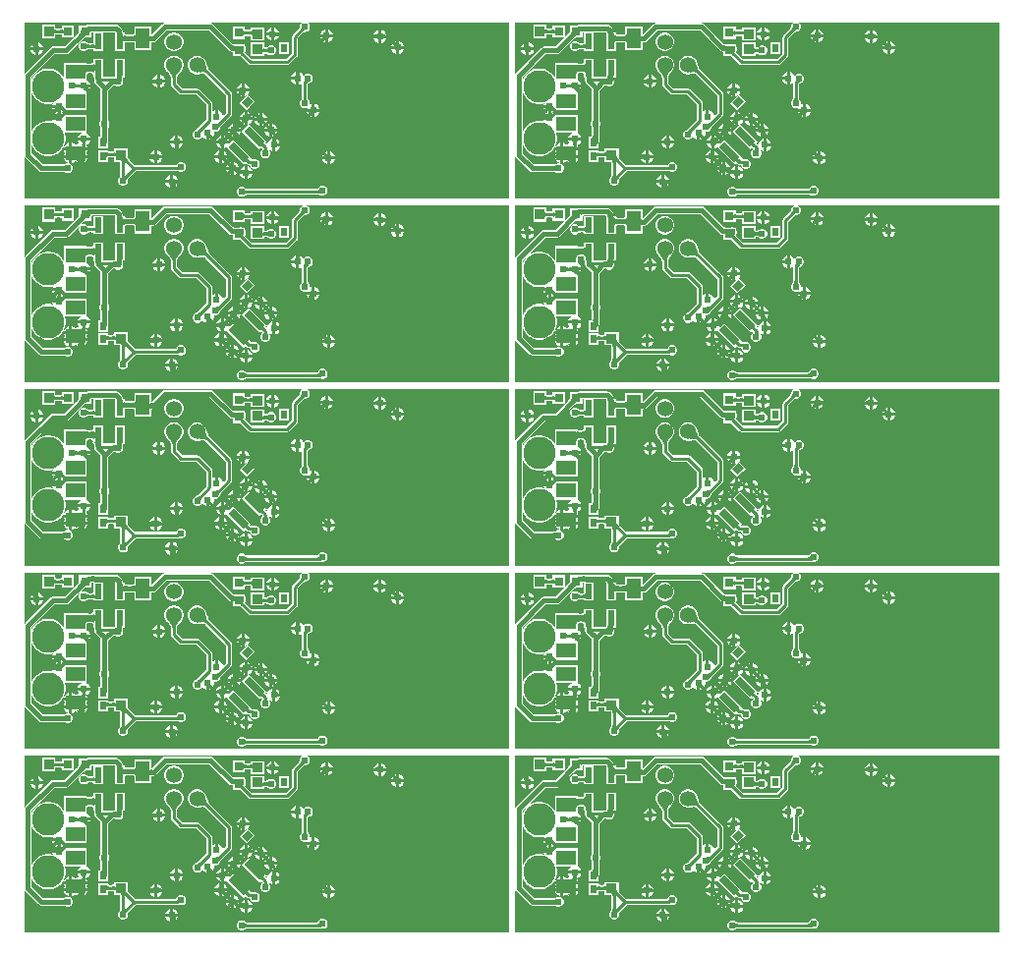
<source format=gbl>
G04*
G04 #@! TF.GenerationSoftware,Altium Limited,Altium Designer,22.10.1 (41)*
G04*
G04 Layer_Physical_Order=2*
G04 Layer_Color=16711680*
%FSTAX24Y24*%
%MOIN*%
G70*
G04*
G04 #@! TF.SameCoordinates,8E8F082C-EA0B-43D0-983D-46ADB54C0823*
G04*
G04*
G04 #@! TF.FilePolarity,Positive*
G04*
G01*
G75*
%ADD14R,0.0236X0.0295*%
%ADD25R,0.0335X0.0374*%
%ADD28C,0.0200*%
%ADD29C,0.0100*%
%ADD41C,0.0150*%
%ADD42C,0.1102*%
%ADD43R,0.0535X0.0535*%
%ADD44C,0.0535*%
%ADD45C,0.0240*%
%ADD46R,0.0236X0.0520*%
%ADD47R,0.0315X0.0315*%
%ADD48R,0.0374X0.0335*%
G04:AMPARAMS|DCode=49|XSize=15.7mil|YSize=74.8mil|CornerRadius=0mil|HoleSize=0mil|Usage=FLASHONLY|Rotation=45.000|XOffset=0mil|YOffset=0mil|HoleType=Round|Shape=Rectangle|*
%AMROTATEDRECTD49*
4,1,4,0.0209,-0.0320,-0.0320,0.0209,-0.0209,0.0320,0.0320,-0.0209,0.0209,-0.0320,0.0*
%
%ADD49ROTATEDRECTD49*%

G04:AMPARAMS|DCode=50|XSize=23.6mil|YSize=74.8mil|CornerRadius=0mil|HoleSize=0mil|Usage=FLASHONLY|Rotation=45.000|XOffset=0mil|YOffset=0mil|HoleType=Round|Shape=Rectangle|*
%AMROTATEDRECTD50*
4,1,4,0.0181,-0.0348,-0.0348,0.0181,-0.0181,0.0348,0.0348,-0.0181,0.0181,-0.0348,0.0*
%
%ADD50ROTATEDRECTD50*%

%ADD51R,0.0315X0.0315*%
G04:AMPARAMS|DCode=52|XSize=23.6mil|YSize=29.5mil|CornerRadius=0mil|HoleSize=0mil|Usage=FLASHONLY|Rotation=135.000|XOffset=0mil|YOffset=0mil|HoleType=Round|Shape=Rectangle|*
%AMROTATEDRECTD52*
4,1,4,0.0188,0.0021,-0.0021,-0.0188,-0.0188,-0.0021,0.0021,0.0188,0.0188,0.0021,0.0*
%
%ADD52ROTATEDRECTD52*%

%ADD53R,0.0669X0.0512*%
%ADD54R,0.0484X0.0709*%
G36*
X044275Y045103D02*
X044266Y045103D01*
X044256Y045102D01*
X044247Y045099D01*
X044238Y045096D01*
X044229Y045093D01*
X044219Y045088D01*
X04421Y045082D01*
X044201Y045075D01*
X044192Y045068D01*
X044184Y04506D01*
X044113Y04513D01*
X044121Y045139D01*
X044129Y045148D01*
X044135Y045157D01*
X044141Y045166D01*
X044146Y045175D01*
X04415Y045184D01*
X044153Y045194D01*
X044155Y045203D01*
X044156Y045213D01*
X044156Y045222D01*
X044275Y045103D01*
D02*
G37*
G36*
X027622D02*
X027612Y045103D01*
X027603Y045102D01*
X027593Y045099D01*
X027584Y045096D01*
X027575Y045093D01*
X027566Y045088D01*
X027557Y045082D01*
X027548Y045075D01*
X027539Y045068D01*
X02753Y04506D01*
X027459Y04513D01*
X027468Y045139D01*
X027475Y045148D01*
X027482Y045157D01*
X027487Y045166D01*
X027492Y045175D01*
X027496Y045184D01*
X027499Y045194D01*
X027501Y045203D01*
X027502Y045213D01*
X027503Y045222D01*
X027622Y045103D01*
D02*
G37*
G36*
X037128Y045098D02*
X0371Y045097D01*
X037074Y045095D01*
X037052Y045091D01*
X037032Y045086D01*
X037016Y045079D01*
X037002Y045071D01*
X036992Y045061D01*
X036984Y04505D01*
X03698Y045037D01*
X036978Y045023D01*
Y045229D01*
X03698Y045233D01*
X036984Y045236D01*
X036992Y045239D01*
X037002Y045241D01*
X037016Y045244D01*
X037052Y045247D01*
X037128Y045248D01*
Y045098D01*
D02*
G37*
G36*
X020474D02*
X020446Y045097D01*
X02042Y045095D01*
X020398Y045091D01*
X020378Y045086D01*
X020362Y045079D01*
X020348Y045071D01*
X020338Y045061D01*
X02033Y04505D01*
X020326Y045037D01*
X020324Y045023D01*
Y045229D01*
X020326Y045233D01*
X02033Y045236D01*
X020338Y045239D01*
X020348Y045241D01*
X020362Y045244D01*
X020398Y045247D01*
X020474Y045248D01*
Y045098D01*
D02*
G37*
G36*
X038039Y045066D02*
X038043Y04502D01*
X038045Y045009D01*
X038048Y045D01*
X038051Y044993D01*
X038055Y044988D01*
X03806Y044984D01*
X038064Y044983D01*
X037884Y044985D01*
X037885Y044986D01*
X037885Y044989D01*
X037886Y044994D01*
X037887Y045001D01*
X037888Y045034D01*
X037889Y045085D01*
X038039D01*
X038039Y045066D01*
D02*
G37*
G36*
X021385D02*
X021389Y04502D01*
X021392Y045009D01*
X021394Y045D01*
X021398Y044993D01*
X021402Y044988D01*
X021406Y044984D01*
X021411Y044983D01*
X02123Y044985D01*
X021231Y044986D01*
X021232Y044989D01*
X021233Y044994D01*
X021233Y045001D01*
X021235Y045034D01*
X021235Y045085D01*
X021385D01*
X021385Y045066D01*
D02*
G37*
G36*
X036076Y044973D02*
X036075Y044983D01*
X036072Y044991D01*
X036067Y044999D01*
X03606Y045005D01*
X036051Y045011D01*
X03604Y045015D01*
X036027Y045019D01*
X036011Y045021D01*
X035994Y045023D01*
X035975Y045023D01*
Y045123D01*
X035994Y045124D01*
X036011Y045125D01*
X036027Y045128D01*
X03604Y045131D01*
X036051Y045136D01*
X03606Y045141D01*
X036067Y045148D01*
X036072Y045155D01*
X036075Y045164D01*
X036076Y045173D01*
Y044973D01*
D02*
G37*
G36*
X035749Y045164D02*
X035752Y045155D01*
X035757Y045148D01*
X035764Y045141D01*
X035773Y045136D01*
X035784Y045131D01*
X035797Y045128D01*
X035812Y045125D01*
X035829Y045124D01*
X035848Y045123D01*
Y045023D01*
X035829Y045023D01*
X035812Y045021D01*
X035797Y045019D01*
X035784Y045015D01*
X035773Y045011D01*
X035764Y045005D01*
X035757Y044999D01*
X035752Y044991D01*
X035749Y044983D01*
X035748Y044973D01*
Y045173D01*
X035749Y045164D01*
D02*
G37*
G36*
X019423Y044973D02*
X019422Y044983D01*
X019419Y044991D01*
X019413Y044999D01*
X019406Y045005D01*
X019397Y045011D01*
X019386Y045015D01*
X019373Y045019D01*
X019358Y045021D01*
X019341Y045023D01*
X019321Y045023D01*
Y045123D01*
X019341Y045124D01*
X019358Y045125D01*
X019373Y045128D01*
X019386Y045131D01*
X019397Y045136D01*
X019406Y045141D01*
X019413Y045148D01*
X019419Y045155D01*
X019422Y045164D01*
X019423Y045173D01*
Y044973D01*
D02*
G37*
G36*
X019096Y045164D02*
X019099Y045155D01*
X019104Y045148D01*
X019111Y045141D01*
X01912Y045136D01*
X019131Y045131D01*
X019144Y045128D01*
X019159Y045125D01*
X019176Y045124D01*
X019195Y045123D01*
Y045023D01*
X019176Y045023D01*
X019159Y045021D01*
X019144Y045019D01*
X019131Y045015D01*
X01912Y045011D01*
X019111Y045005D01*
X019104Y044999D01*
X019099Y044991D01*
X019096Y044983D01*
X019095Y044973D01*
Y045173D01*
X019096Y045164D01*
D02*
G37*
G36*
X036878Y044918D02*
X036866Y044927D01*
X036852Y044931D01*
X036836Y044931D01*
X036818Y044926D01*
X036798Y044918D01*
X036776Y044905D01*
X036752Y044888D01*
X036725Y044866D01*
X036665Y044811D01*
X036559Y044917D01*
X036589Y044948D01*
X036636Y045003D01*
X036653Y045028D01*
X036666Y04505D01*
X036675Y04507D01*
X036679Y045088D01*
X036679Y045104D01*
X036675Y045118D01*
X036667Y045129D01*
X036878Y044918D01*
D02*
G37*
G36*
X020224D02*
X020212Y044927D01*
X020199Y044931D01*
X020183Y044931D01*
X020165Y044926D01*
X020145Y044918D01*
X020122Y044905D01*
X020098Y044888D01*
X020071Y044866D01*
X020012Y044811D01*
X019906Y044917D01*
X019936Y044948D01*
X019983Y045003D01*
X02Y045028D01*
X020013Y04505D01*
X020021Y04507D01*
X020025Y045088D01*
X020026Y045104D01*
X020021Y045118D01*
X020013Y045129D01*
X020224Y044918D01*
D02*
G37*
G36*
X039018Y044926D02*
X039022Y04492D01*
X039027Y044915D01*
X039035Y04491D01*
X039045Y044907D01*
X039057Y044904D01*
X039071Y044901D01*
X039087Y0449D01*
X039126Y044898D01*
Y044748D01*
X039106Y044748D01*
X039071Y044745D01*
X039057Y044743D01*
X039045Y04474D01*
X039035Y044736D01*
X039027Y044732D01*
X039022Y044726D01*
X039018Y044721D01*
X039017Y044714D01*
Y044932D01*
X039018Y044926D01*
D02*
G37*
G36*
X022365D02*
X022368Y04492D01*
X022374Y044915D01*
X022381Y04491D01*
X022391Y044907D01*
X022403Y044904D01*
X022417Y044901D01*
X022434Y0449D01*
X022473Y044898D01*
Y044748D01*
X022452Y044748D01*
X022417Y044745D01*
X022403Y044743D01*
X022391Y04474D01*
X022381Y044736D01*
X022374Y044732D01*
X022368Y044726D01*
X022365Y044721D01*
X022364Y044714D01*
Y044932D01*
X022365Y044926D01*
D02*
G37*
G36*
X038537Y044689D02*
X038535Y044703D01*
X038531Y044716D01*
X038523Y044727D01*
X038513Y044737D01*
X038499Y044745D01*
X038482Y044752D01*
X038463Y044757D01*
X03844Y044761D01*
X038414Y044763D01*
X038386Y044764D01*
Y044914D01*
X038414Y044915D01*
X03844Y044917D01*
X038463Y044921D01*
X038482Y044926D01*
X038499Y044933D01*
X038513Y044941D01*
X038523Y044951D01*
X038531Y044962D01*
X038535Y044975D01*
X038537Y044989D01*
Y044689D01*
D02*
G37*
G36*
X038119Y044971D02*
X038123Y044959D01*
X038131Y044949D01*
X038141Y044939D01*
X038155Y044932D01*
X038171Y044925D01*
X038191Y04492D01*
X038213Y044917D01*
X038239Y044915D01*
X038267Y044914D01*
Y044764D01*
X038239Y044763D01*
X038213Y044761D01*
X038191Y044757D01*
X038171Y044752D01*
X038155Y044745D01*
X038141Y044737D01*
X038131Y044727D01*
X038123Y044716D01*
X038119Y044703D01*
X038117Y044689D01*
Y044985D01*
X038119Y044971D01*
D02*
G37*
G36*
X021883Y044689D02*
X021882Y044703D01*
X021877Y044716D01*
X02187Y044727D01*
X021859Y044737D01*
X021845Y044745D01*
X021829Y044752D01*
X021809Y044757D01*
X021786Y044761D01*
X021761Y044763D01*
X021732Y044764D01*
Y044914D01*
X021761Y044915D01*
X021786Y044917D01*
X021809Y044921D01*
X021829Y044926D01*
X021845Y044933D01*
X021859Y044941D01*
X02187Y044951D01*
X021877Y044962D01*
X021882Y044975D01*
X021883Y044989D01*
Y044689D01*
D02*
G37*
G36*
X021465Y044971D02*
X02147Y044959D01*
X021477Y044949D01*
X021488Y044939D01*
X021501Y044932D01*
X021518Y044925D01*
X021537Y04492D01*
X02156Y044917D01*
X021585Y044915D01*
X021614Y044914D01*
Y044764D01*
X021585Y044763D01*
X02156Y044761D01*
X021537Y044757D01*
X021518Y044752D01*
X021501Y044745D01*
X021488Y044737D01*
X021477Y044727D01*
X02147Y044716D01*
X021465Y044703D01*
X021464Y044689D01*
Y044985D01*
X021465Y044971D01*
D02*
G37*
G36*
X04187Y044584D02*
X041871Y044429D01*
X041871Y044431D01*
X041868Y044432D01*
X041864Y044433D01*
X041858Y044433D01*
X041842Y044434D01*
X041789Y044435D01*
Y044585D01*
X04187Y044584D01*
D02*
G37*
G36*
X025217D02*
X025218Y044429D01*
X025217Y044431D01*
X025215Y044432D01*
X02521Y044433D01*
X025205Y044433D01*
X025188Y044434D01*
X025136Y044435D01*
Y044585D01*
X025217Y044584D01*
D02*
G37*
G36*
X04418Y045367D02*
X044132Y04532D01*
X044106Y045257D01*
Y045233D01*
X044102Y045224D01*
X044102Y045217D01*
X044101Y045213D01*
X0441Y045208D01*
X044099Y045203D01*
X044097Y045198D01*
X044094Y045193D01*
X04409Y045188D01*
X044086Y045182D01*
X044081Y045175D01*
X044074Y045168D01*
X044072Y045163D01*
X043854Y044945D01*
X043832Y044912D01*
X043824Y044873D01*
Y044315D01*
X043634Y044125D01*
X042473D01*
X042238Y04436D01*
X042255Y044377D01*
X042281Y044439D01*
Y044507D01*
X042255Y04457D01*
X042234Y044591D01*
Y044635D01*
X042164D01*
X042145Y044643D01*
X042077D01*
X042058Y044635D01*
X041956D01*
X041944Y044638D01*
X041872D01*
X041871Y044638D01*
X041841Y044639D01*
X041167Y045313D01*
X041125Y045341D01*
X041076Y045351D01*
X039526D01*
X039478Y045341D01*
X039436Y045313D01*
X039078Y044955D01*
X039069Y044957D01*
Y045243D01*
X038484D01*
Y044997D01*
X038483Y044995D01*
X038482Y044987D01*
X038482Y044987D01*
X038482Y044986D01*
X03848Y044984D01*
X038475Y044981D01*
X038465Y044977D01*
X038451Y044974D01*
X038433Y044971D01*
X038411Y044969D01*
X038384Y044968D01*
X03838Y044966D01*
X038272D01*
X038269Y044968D01*
X038242Y044969D01*
X03822Y044971D01*
X038202Y044973D01*
X038188Y044977D01*
X038178Y044981D01*
X038173Y044984D01*
X038172Y044985D01*
X038171Y044991D01*
X038169Y044995D01*
Y045036D01*
X038124D01*
X038117Y045039D01*
X038114Y045038D01*
X038111Y045038D01*
X038107Y045036D01*
X038096D01*
X038093Y045069D01*
X038093Y045086D01*
X038089Y045094D01*
X038081Y045134D01*
X038054Y045175D01*
X037966Y045263D01*
X037925Y045291D01*
X037876Y045301D01*
X037132D01*
X037128Y045302D01*
X037127Y045302D01*
X037127Y045302D01*
X037052Y045301D01*
X036922D01*
X036873Y045291D01*
X036858Y045281D01*
X036614D01*
Y045139D01*
X036613Y045138D01*
X036614Y045133D01*
Y045133D01*
X036613Y045129D01*
X036614Y045125D01*
Y045068D01*
X036607Y045057D01*
X036593Y045036D01*
X036549Y044984D01*
X03652Y044955D01*
X036519Y044951D01*
X036439Y04487D01*
Y045281D01*
X036024D01*
Y045183D01*
X036023Y045183D01*
X036015Y045181D01*
X036005Y045179D01*
X035991Y045178D01*
X035973Y045177D01*
X035969Y045175D01*
X035855D01*
X03585Y045177D01*
X035833Y045178D01*
X035819Y045179D01*
X035809Y045181D01*
X035802Y045183D01*
X0358Y045183D01*
X0358Y045184D01*
Y04531D01*
X035365D01*
Y044836D01*
X0358D01*
Y044963D01*
X0358Y044963D01*
X035802Y044964D01*
X035809Y044966D01*
X035819Y044967D01*
X035833Y044969D01*
X03585Y044969D01*
X035855Y044971D01*
X035969D01*
X035973Y044969D01*
X035991Y044969D01*
X036005Y044967D01*
X036015Y044966D01*
X036023Y044964D01*
X036024Y044963D01*
Y044866D01*
X036434D01*
X036119Y044551D01*
X035726D01*
X035678Y044541D01*
X035636Y044513D01*
X034786Y043663D01*
X03476Y043624D01*
Y045378D01*
X044206D01*
X04418Y045367D01*
D02*
G37*
G36*
X027527D02*
X027479Y04532D01*
X027453Y045257D01*
Y045233D01*
X027449Y045224D01*
X027448Y045217D01*
X027448Y045213D01*
X027447Y045208D01*
X027445Y045203D01*
X027443Y045198D01*
X02744Y045193D01*
X027437Y045188D01*
X027433Y045182D01*
X027427Y045175D01*
X02742Y045168D01*
X027418Y045163D01*
X027201Y044945D01*
X027179Y044912D01*
X027171Y044873D01*
Y044315D01*
X026981Y044125D01*
X02582D01*
X025585Y04436D01*
X025601Y044377D01*
X025627Y044439D01*
Y044507D01*
X025601Y04457D01*
X02558Y044591D01*
Y044635D01*
X02551D01*
X025491Y044643D01*
X025423D01*
X025404Y044635D01*
X025303D01*
X02529Y044638D01*
X025219D01*
X025217Y044638D01*
X025188Y044639D01*
X024513Y045313D01*
X024472Y045341D01*
X024423Y045351D01*
X022873D01*
X022824Y045341D01*
X022783Y045313D01*
X022424Y044955D01*
X022415Y044957D01*
Y045243D01*
X021831D01*
Y044997D01*
X021829Y044995D01*
X021829Y044987D01*
X021828Y044987D01*
X021828Y044986D01*
X021826Y044984D01*
X021821Y044981D01*
X021812Y044977D01*
X021798Y044974D01*
X02178Y044971D01*
X021758Y044969D01*
X021731Y044968D01*
X021727Y044966D01*
X021619D01*
X021615Y044968D01*
X021588Y044969D01*
X021566Y044971D01*
X021548Y044973D01*
X021534Y044977D01*
X021525Y044981D01*
X021519Y044984D01*
X021518Y044985D01*
X021518Y044991D01*
X021515Y044995D01*
Y045036D01*
X021471D01*
X021464Y045039D01*
X021461Y045038D01*
X021458Y045038D01*
X021453Y045036D01*
X021442D01*
X021439Y045069D01*
X021439Y045086D01*
X021436Y045094D01*
X021428Y045134D01*
X0214Y045175D01*
X021312Y045263D01*
X021271Y045291D01*
X021222Y045301D01*
X020478D01*
X020474Y045302D01*
X020474Y045302D01*
X020473Y045302D01*
X020398Y045301D01*
X020268D01*
X020219Y045291D01*
X020204Y045281D01*
X019961D01*
Y045139D01*
X01996Y045138D01*
X019961Y045133D01*
Y045133D01*
X019959Y045129D01*
X019961Y045125D01*
Y045068D01*
X019954Y045057D01*
X01994Y045036D01*
X019896Y044984D01*
X019867Y044955D01*
X019865Y044951D01*
X019785Y04487D01*
Y045281D01*
X01937D01*
Y045183D01*
X019369Y045183D01*
X019362Y045181D01*
X019351Y045179D01*
X019338Y045178D01*
X01932Y045177D01*
X019315Y045175D01*
X019201D01*
X019196Y045177D01*
X019179Y045178D01*
X019166Y045179D01*
X019155Y045181D01*
X019148Y045183D01*
X019146Y045183D01*
X019146Y045184D01*
Y04531D01*
X018711D01*
Y044836D01*
X019146D01*
Y044963D01*
X019146Y044963D01*
X019148Y044964D01*
X019155Y044966D01*
X019166Y044967D01*
X019179Y044969D01*
X019196Y044969D01*
X019201Y044971D01*
X019315D01*
X01932Y044969D01*
X019338Y044969D01*
X019351Y044967D01*
X019362Y044966D01*
X019369Y044964D01*
X01937Y044963D01*
Y044866D01*
X01978D01*
X019465Y044551D01*
X019073D01*
X019024Y044541D01*
X018983Y044513D01*
X018133Y043663D01*
X018106Y043624D01*
Y045378D01*
X027552D01*
X027527Y045367D01*
D02*
G37*
G36*
X037137Y04362D02*
X037135Y043639D01*
X037129Y043656D01*
X037119Y043671D01*
X037105Y043684D01*
X037086Y043695D01*
X037064Y043704D01*
X037038Y043711D01*
X037008Y043716D01*
X036982Y043719D01*
X036956Y043716D01*
X036926Y043711D01*
X0369Y043704D01*
X036878Y043695D01*
X03686Y043684D01*
X036846Y043671D01*
X036836Y043656D01*
X03683Y043639D01*
X036828Y04362D01*
X036829Y043956D01*
X036831Y043949D01*
X036837Y043943D01*
X036847Y043938D01*
X036861Y043933D01*
X036879Y043929D01*
X036901Y043926D01*
X036957Y043922D01*
X036975Y043922D01*
X037008Y043924D01*
X037038Y043929D01*
X037064Y043936D01*
X037086Y043945D01*
X037105Y043956D01*
X037119Y043969D01*
X037129Y043984D01*
X037135Y044001D01*
X037137Y04402D01*
Y04362D01*
D02*
G37*
G36*
X020483D02*
X020481Y043639D01*
X020475Y043656D01*
X020465Y043671D01*
X020451Y043684D01*
X020433Y043695D01*
X020411Y043704D01*
X020385Y043711D01*
X020354Y043716D01*
X020329Y043719D01*
X020303Y043716D01*
X020273Y043711D01*
X020247Y043704D01*
X020225Y043695D01*
X020206Y043684D01*
X020192Y043671D01*
X020182Y043656D01*
X020176Y043639D01*
X020174Y04362D01*
X020175Y043956D01*
X020177Y043949D01*
X020183Y043943D01*
X020193Y043938D01*
X020207Y043933D01*
X020225Y043929D01*
X020247Y043926D01*
X020303Y043922D01*
X020321Y043922D01*
X020354Y043924D01*
X020385Y043929D01*
X020411Y043936D01*
X020433Y043945D01*
X020451Y043956D01*
X020465Y043969D01*
X020475Y043984D01*
X020481Y044001D01*
X020483Y04402D01*
Y04362D01*
D02*
G37*
G36*
X051183Y039388D02*
X03476D01*
Y040831D01*
X034786Y040792D01*
X035245Y040333D01*
X035286Y040305D01*
X035335Y040296D01*
X036056D01*
X036059Y040294D01*
X036095Y040293D01*
X036111Y040292D01*
X036115Y040292D01*
X036117Y040291D01*
X036117Y040291D01*
X036117Y040291D01*
X036118Y040291D01*
X03613Y040279D01*
X036193Y040253D01*
X03626D01*
X036323Y040279D01*
X036371Y040327D01*
X036397Y040389D01*
Y040457D01*
X036371Y04052D01*
X036323Y040567D01*
X03626Y040593D01*
X036193D01*
X03613Y040567D01*
X036118Y040556D01*
X036117Y040555D01*
X036117Y040555D01*
X036117Y040555D01*
X036117Y040555D01*
X036072Y040552D01*
X03606Y040552D01*
X036056Y040551D01*
X035388D01*
X035004Y040935D01*
Y041234D01*
X035037Y041153D01*
X035103Y041054D01*
X035187Y04097D01*
X035285Y040905D01*
X035395Y040859D01*
X035511Y040836D01*
X035629D01*
X035746Y040859D01*
X035855Y040905D01*
X035953Y04097D01*
X036037Y041054D01*
X036103Y041153D01*
X036148Y041262D01*
X036171Y041378D01*
Y041497D01*
X036148Y041613D01*
X036144Y041624D01*
X036685D01*
X036652Y04161D01*
X03659Y041548D01*
X036559Y041473D01*
X036994D01*
X036963Y041548D01*
X036901Y04161D01*
X036868Y041624D01*
X03688D01*
Y042235D01*
X036118D01*
X036113Y042248D01*
X036051Y04231D01*
X036019Y042323D01*
X036051Y042337D01*
X036113Y042399D01*
X036118Y042411D01*
X03688D01*
Y043023D01*
X036868D01*
X036901Y043037D01*
X036963Y043099D01*
X036994Y043173D01*
X036908D01*
X036912Y043166D01*
X036918Y043157D01*
X036924Y043148D01*
X036932Y043139D01*
X03694Y04313D01*
X036912Y043103D01*
X03692Y043095D01*
X036893Y043084D01*
X036869Y04306D01*
X03686Y043068D01*
X036859Y043069D01*
X036821Y043052D01*
X036812Y043061D01*
X036787Y043083D01*
X036779Y043089D01*
X036762Y043099D01*
X036754Y043103D01*
X036746Y043106D01*
X036738Y043109D01*
X036827Y043152D01*
X036848Y043173D01*
X036776D01*
Y043273D01*
X036994D01*
X036963Y043348D01*
X036901Y04341D01*
X03688Y043419D01*
Y043612D01*
X036881Y043615D01*
X036883Y043627D01*
X036884Y043632D01*
X036887Y043636D01*
X036893Y043641D01*
X036902Y043647D01*
X036917Y043653D01*
X036938Y043658D01*
X036963Y043663D01*
X036982Y043664D01*
X037001Y043663D01*
X037027Y043658D01*
X037047Y043653D01*
X037062Y043647D01*
X037072Y043641D01*
X037077Y043636D01*
X03708Y043632D01*
X037082Y043627D01*
X037083Y043615D01*
X037084Y043612D01*
Y043574D01*
X037082Y043571D01*
X037083Y043566D01*
X037081Y043562D01*
X037084Y043555D01*
Y043511D01*
X037115D01*
X037118Y043501D01*
X03712Y043488D01*
X037123Y043447D01*
X037123Y043422D01*
X037125Y043419D01*
Y043397D01*
X037135Y043348D01*
X037162Y043307D01*
X037177Y043297D01*
X037186Y043283D01*
X037349Y04312D01*
Y042094D01*
X037347Y04209D01*
X037347Y042055D01*
X037345Y042039D01*
X037345Y042035D01*
X037344Y042033D01*
X037344Y042032D01*
X037344Y042032D01*
X037344Y042031D01*
X037332Y04202D01*
X037306Y041957D01*
Y041889D01*
X037332Y041827D01*
X037344Y041815D01*
X037344Y041814D01*
X037344Y041814D01*
X037344Y041814D01*
X037344Y041814D01*
X037347Y041769D01*
X037347Y041757D01*
X037349Y041753D01*
Y041601D01*
X037347Y041597D01*
X037347Y04157D01*
X037345Y041549D01*
X037342Y041531D01*
X037338Y041517D01*
X037334Y041507D01*
X037331Y041502D01*
X037329Y0415D01*
X037329Y0415D01*
X037328Y041499D01*
X03732Y041499D01*
X037318Y041497D01*
X037258D01*
Y041102D01*
X037595D01*
Y041303D01*
X037604Y04135D01*
Y041564D01*
X037605Y041593D01*
X037605Y041595D01*
X037606Y041596D01*
X037604Y0416D01*
Y041752D01*
X037606Y041756D01*
X037606Y041792D01*
X037608Y041807D01*
X037608Y041812D01*
X037609Y041814D01*
X037609Y041814D01*
X037609Y041814D01*
X037609Y041815D01*
X037621Y041827D01*
X037647Y041889D01*
Y041957D01*
X037621Y04202D01*
X037609Y042031D01*
X037609Y042032D01*
X037609Y042032D01*
X037609Y042033D01*
X037609Y042033D01*
X037606Y042077D01*
X037606Y042089D01*
X037604Y042093D01*
Y04307D01*
X037778Y043244D01*
X037811Y043243D01*
X037826Y043242D01*
X037831Y043242D01*
X037833Y043241D01*
X037833Y043241D01*
X037833Y043241D01*
X037834Y043241D01*
X037846Y043229D01*
X037908Y043203D01*
X037976D01*
X038039Y043229D01*
X038086Y043277D01*
X038112Y043339D01*
Y043407D01*
X038095Y043449D01*
X038094Y043511D01*
X038169D01*
Y04413D01*
X037832D01*
Y043531D01*
X03778Y043527D01*
X037761Y043527D01*
X037756Y043525D01*
X037421D01*
Y043555D01*
X037423Y043562D01*
X037422Y043566D01*
X037423Y043571D01*
X037421Y043574D01*
Y04413D01*
X037084D01*
Y044029D01*
X037083Y044026D01*
X037082Y044014D01*
X03708Y044009D01*
X037077Y044005D01*
X037072Y044D01*
X037062Y043994D01*
X037047Y043988D01*
X037027Y043982D01*
X037001Y043978D01*
X036973Y043976D01*
X036959Y043976D01*
X036907Y04398D01*
X036888Y043983D01*
X03688Y043984D01*
Y044007D01*
X036836D01*
X036829Y04401D01*
X036822Y044007D01*
X03682D01*
X036813Y044008D01*
X036813Y044007D01*
X036111D01*
Y043475D01*
X036103Y043494D01*
X036037Y043592D01*
X035953Y043676D01*
X035855Y043742D01*
X035746Y043787D01*
X035629Y04381D01*
X035511D01*
X035395Y043787D01*
X035285Y043742D01*
X035187Y043676D01*
X035103Y043592D01*
X035037Y043494D01*
X035004Y043413D01*
Y04352D01*
X035779Y044296D01*
X036172D01*
X036221Y044305D01*
X036262Y044333D01*
X036699Y04477D01*
X036702Y044771D01*
X03676Y044825D01*
X036784Y044844D01*
X036805Y044859D01*
X036817Y044866D01*
X036873D01*
X036878Y044864D01*
X036882Y044866D01*
X036882D01*
X036886Y044865D01*
X036888Y044866D01*
X037029D01*
Y045013D01*
X037032Y045018D01*
X037033Y045025D01*
X037033Y045026D01*
X037033Y045026D01*
X037035Y045028D01*
X03704Y045031D01*
X037049Y045035D01*
X037063Y045039D01*
X037081Y045041D01*
X037103Y045043D01*
X037129Y045044D01*
X037133Y045046D01*
X037823D01*
X037833Y045036D01*
X037832D01*
Y045D01*
X037832Y044997D01*
X037832Y044995D01*
Y044992D01*
X037829Y044985D01*
X03783Y044984D01*
X037829Y044984D01*
X037832Y044977D01*
Y044416D01*
X038169D01*
Y044678D01*
X038171Y044683D01*
X038172Y044691D01*
X038172Y044692D01*
X038172Y044692D01*
X038174Y044694D01*
X038179Y044697D01*
X038189Y044701D01*
X038202Y044704D01*
X03822Y044707D01*
X038242Y044709D01*
X038269Y04471D01*
X038273Y044712D01*
X03838D01*
X038384Y04471D01*
X038411Y044709D01*
X038433Y044707D01*
X038451Y044704D01*
X038465Y044701D01*
X038475Y044697D01*
X03848Y044693D01*
X038482Y044692D01*
X038482Y044691D01*
X038482Y044691D01*
X038483Y044683D01*
X038484Y044681D01*
Y044435D01*
X039069D01*
Y04469D01*
X039077Y044691D01*
X039108Y044694D01*
X039127Y044694D01*
X039135Y044697D01*
X039175Y044705D01*
X039217Y044733D01*
X039579Y045096D01*
X041024D01*
X041699Y04442D01*
X04174Y044393D01*
X04178Y044385D01*
X041788Y044381D01*
X041819Y044381D01*
Y04422D01*
X04209D01*
X042359Y043951D01*
X042392Y043929D01*
X042431Y043921D01*
X043676D01*
X043715Y043929D01*
X043749Y043951D01*
X043999Y044201D01*
X044021Y044234D01*
X044028Y044273D01*
Y044831D01*
X044216Y045019D01*
X044221Y04502D01*
X044228Y045028D01*
X044235Y045033D01*
X044241Y045037D01*
X044246Y045041D01*
X044252Y045044D01*
X044257Y045046D01*
X044261Y045047D01*
X044266Y045048D01*
X04427Y045049D01*
X044277Y045049D01*
X044286Y045053D01*
X04431D01*
X044373Y045079D01*
X044421Y045127D01*
X044447Y045189D01*
Y045257D01*
X044421Y04532D01*
X044373Y045367D01*
X044347Y045378D01*
X051183D01*
Y039388D01*
D02*
G37*
G36*
X034529D02*
X018106D01*
Y040831D01*
X018133Y040792D01*
X018591Y040333D01*
X018633Y040305D01*
X018681Y040296D01*
X019402D01*
X019406Y040294D01*
X019441Y040293D01*
X019457Y040292D01*
X019461Y040292D01*
X019463Y040291D01*
X019464Y040291D01*
X019464Y040291D01*
X019465Y040291D01*
X019477Y040279D01*
X019539Y040253D01*
X019607D01*
X019669Y040279D01*
X019717Y040327D01*
X019743Y040389D01*
Y040457D01*
X019717Y04052D01*
X019669Y040567D01*
X019607Y040593D01*
X019539D01*
X019477Y040567D01*
X019465Y040556D01*
X019464Y040555D01*
X019464Y040555D01*
X019463Y040555D01*
X019463Y040555D01*
X019419Y040552D01*
X019407Y040552D01*
X019403Y040551D01*
X018734D01*
X01835Y040935D01*
Y041234D01*
X018384Y041153D01*
X01845Y041054D01*
X018533Y04097D01*
X018632Y040905D01*
X018741Y040859D01*
X018857Y040836D01*
X018976D01*
X019092Y040859D01*
X019201Y040905D01*
X0193Y04097D01*
X019384Y041054D01*
X019449Y041153D01*
X019495Y041262D01*
X019518Y041378D01*
Y041497D01*
X019495Y041613D01*
X01949Y041624D01*
X020032D01*
X019998Y04161D01*
X019936Y041548D01*
X019905Y041473D01*
X02034D01*
X020309Y041548D01*
X020248Y04161D01*
X020214Y041624D01*
X020226D01*
Y042235D01*
X019465D01*
X019459Y042248D01*
X019398Y04231D01*
X019365Y042323D01*
X019398Y042337D01*
X019459Y042399D01*
X019465Y042411D01*
X020226D01*
Y043023D01*
X020214D01*
X020248Y043037D01*
X020309Y043099D01*
X02034Y043173D01*
X020255D01*
X020258Y043166D01*
X020264Y043157D01*
X020271Y043148D01*
X020278Y043139D01*
X020286Y04313D01*
X020259Y043103D01*
X020266Y043095D01*
X02024Y043084D01*
X020216Y04306D01*
X020207Y043068D01*
X020206Y043069D01*
X020168Y043052D01*
X020159Y043061D01*
X020133Y043083D01*
X020125Y043089D01*
X020109Y043099D01*
X020101Y043103D01*
X020093Y043106D01*
X020085Y043109D01*
X020173Y043152D01*
X020194Y043173D01*
X020123D01*
Y043273D01*
X02034D01*
X020309Y043348D01*
X020248Y04341D01*
X020226Y043419D01*
Y043612D01*
X020228Y043615D01*
X020229Y043627D01*
X020231Y043632D01*
X020234Y043636D01*
X020239Y043641D01*
X020249Y043647D01*
X020264Y043653D01*
X020284Y043658D01*
X02031Y043663D01*
X020329Y043664D01*
X020348Y043663D01*
X020373Y043658D01*
X020394Y043653D01*
X020408Y043647D01*
X020418Y043641D01*
X020424Y043636D01*
X020426Y043632D01*
X020428Y043627D01*
X020429Y043615D01*
X020431Y043612D01*
Y043574D01*
X020429Y043571D01*
X02043Y043566D01*
X020428Y043562D01*
X020431Y043555D01*
Y043511D01*
X020462D01*
X020464Y043501D01*
X020466Y043488D01*
X020469Y043447D01*
X02047Y043422D01*
X020471Y043419D01*
Y043397D01*
X020481Y043348D01*
X020509Y043307D01*
X020523Y043297D01*
X020533Y043283D01*
X020695Y04312D01*
Y042094D01*
X020694Y04209D01*
X020693Y042055D01*
X020692Y042039D01*
X020691Y042035D01*
X020691Y042033D01*
X020691Y042032D01*
X020691Y042032D01*
X02069Y042031D01*
X020679Y04202D01*
X020653Y041957D01*
Y041889D01*
X020679Y041827D01*
X02069Y041815D01*
X020691Y041814D01*
X020691Y041814D01*
X020691Y041814D01*
X020691Y041814D01*
X020694Y041769D01*
X020694Y041757D01*
X020695Y041753D01*
Y041601D01*
X020694Y041597D01*
X020693Y04157D01*
X020691Y041549D01*
X020688Y041531D01*
X020684Y041517D01*
X020681Y041507D01*
X020677Y041502D01*
X020676Y0415D01*
X020675Y0415D01*
X020675Y041499D01*
X020667Y041499D01*
X020664Y041497D01*
X020605D01*
Y041102D01*
X020941D01*
Y041303D01*
X02095Y04135D01*
Y041564D01*
X020952Y041593D01*
X020951Y041595D01*
X020952Y041596D01*
X02095Y0416D01*
Y041752D01*
X020952Y041756D01*
X020953Y041792D01*
X020954Y041807D01*
X020955Y041812D01*
X020955Y041814D01*
X020955Y041814D01*
X020955Y041814D01*
X020955Y041815D01*
X020967Y041827D01*
X020993Y041889D01*
Y041957D01*
X020967Y04202D01*
X020955Y042031D01*
X020955Y042032D01*
X020955Y042032D01*
X020955Y042033D01*
X020955Y042033D01*
X020952Y042077D01*
X020952Y042089D01*
X02095Y042093D01*
Y04307D01*
X021124Y043244D01*
X021157Y043243D01*
X021173Y043242D01*
X021177Y043242D01*
X021179Y043241D01*
X021179Y043241D01*
X02118Y043241D01*
X021181Y043241D01*
X021192Y043229D01*
X021255Y043203D01*
X021322D01*
X021385Y043229D01*
X021433Y043277D01*
X021459Y043339D01*
Y043407D01*
X021442Y043449D01*
X021441Y043511D01*
X021515D01*
Y04413D01*
X021179D01*
Y043531D01*
X021126Y043527D01*
X021107Y043527D01*
X021102Y043525D01*
X020767D01*
Y043555D01*
X02077Y043562D01*
X020768Y043566D01*
X020769Y043571D01*
X020767Y043574D01*
Y04413D01*
X020431D01*
Y044029D01*
X020429Y044026D01*
X020428Y044014D01*
X020426Y044009D01*
X020424Y044005D01*
X020418Y044D01*
X020408Y043994D01*
X020394Y043988D01*
X020373Y043982D01*
X020348Y043978D01*
X020319Y043976D01*
X020306Y043976D01*
X020253Y04398D01*
X020235Y043983D01*
X020226Y043984D01*
Y044007D01*
X020182D01*
X020175Y04401D01*
X020168Y044007D01*
X020166D01*
X02016Y044008D01*
X020159Y044007D01*
X019457D01*
Y043475D01*
X019449Y043494D01*
X019384Y043592D01*
X0193Y043676D01*
X019201Y043742D01*
X019092Y043787D01*
X018976Y04381D01*
X018857D01*
X018741Y043787D01*
X018632Y043742D01*
X018533Y043676D01*
X01845Y043592D01*
X018384Y043494D01*
X01835Y043413D01*
Y04352D01*
X019126Y044296D01*
X019518D01*
X019567Y044305D01*
X019608Y044333D01*
X020045Y04477D01*
X020049Y044771D01*
X020107Y044825D01*
X020131Y044844D01*
X020152Y044859D01*
X020163Y044866D01*
X02022D01*
X020224Y044864D01*
X020228Y044866D01*
X020228D01*
X020233Y044865D01*
X020234Y044866D01*
X020376D01*
Y045013D01*
X020378Y045018D01*
X020379Y045025D01*
X020379Y045026D01*
X020379Y045026D01*
X020381Y045028D01*
X020386Y045031D01*
X020396Y045035D01*
X020409Y045039D01*
X020427Y045041D01*
X020449Y045043D01*
X020476Y045044D01*
X02048Y045046D01*
X021169D01*
X021179Y045036D01*
X021179D01*
Y045D01*
X021178Y044997D01*
X021179Y044995D01*
Y044992D01*
X021176Y044985D01*
X021176Y044984D01*
X021176Y044984D01*
X021179Y044977D01*
Y044416D01*
X021515D01*
Y044678D01*
X021518Y044683D01*
X021518Y044691D01*
X021519Y044692D01*
X021519Y044692D01*
X021521Y044694D01*
X021526Y044697D01*
X021535Y044701D01*
X021549Y044704D01*
X021567Y044707D01*
X021588Y044709D01*
X021615Y04471D01*
X021619Y044712D01*
X021727D01*
X021731Y04471D01*
X021758Y044709D01*
X02178Y044707D01*
X021798Y044704D01*
X021812Y044701D01*
X021821Y044697D01*
X021826Y044693D01*
X021828Y044692D01*
X021828Y044691D01*
X021829Y044691D01*
X021829Y044683D01*
X021831Y044681D01*
Y044435D01*
X022415D01*
Y04469D01*
X022424Y044691D01*
X022455Y044694D01*
X022474Y044694D01*
X022482Y044697D01*
X022522Y044705D01*
X022563Y044733D01*
X022926Y045096D01*
X02437D01*
X025046Y04442D01*
X025087Y044393D01*
X025127Y044385D01*
X025135Y044381D01*
X025165Y044381D01*
Y04422D01*
X025436D01*
X025706Y043951D01*
X025739Y043929D01*
X025778Y043921D01*
X027023D01*
X027062Y043929D01*
X027095Y043951D01*
X027345Y044201D01*
X027367Y044234D01*
X027375Y044273D01*
Y044831D01*
X027562Y045019D01*
X027567Y04502D01*
X027575Y045028D01*
X027581Y045033D01*
X027587Y045037D01*
X027593Y045041D01*
X027598Y045044D01*
X027603Y045046D01*
X027608Y045047D01*
X027612Y045048D01*
X027617Y045049D01*
X027624Y045049D01*
X027633Y045053D01*
X027657D01*
X027719Y045079D01*
X027767Y045127D01*
X027793Y045189D01*
Y045257D01*
X027767Y04532D01*
X027719Y045367D01*
X027694Y045378D01*
X034529D01*
Y039388D01*
D02*
G37*
G36*
X03804Y043515D02*
X038041Y043441D01*
X037892Y04347D01*
X037856Y043393D01*
Y043289D01*
X037854Y043291D01*
X03785Y043292D01*
X037846Y043294D01*
X037839Y043295D01*
X037832Y043296D01*
X037813Y043297D01*
X037776Y043298D01*
Y043371D01*
X037774Y043372D01*
X037762Y043373D01*
X03775Y043373D01*
X037761Y043473D01*
X037782Y043473D01*
X037873Y043479D01*
X037881Y04348D01*
X037883Y043484D01*
X037885Y043491D01*
X037886Y043498D01*
X037888Y043507D01*
X037889Y043528D01*
X03789Y043553D01*
X03804Y043515D01*
D02*
G37*
G36*
X021386D02*
X021387Y043441D01*
X021238Y04347D01*
X021203Y043393D01*
Y043289D01*
X0212Y043291D01*
X021197Y043292D01*
X021192Y043294D01*
X021186Y043295D01*
X021178Y043296D01*
X02116Y043297D01*
X021123Y043298D01*
Y043371D01*
X02112Y043372D01*
X021109Y043373D01*
X021097Y043373D01*
X021107Y043473D01*
X021128Y043473D01*
X02122Y043479D01*
X021228Y04348D01*
X02123Y043484D01*
X021231Y043491D01*
X021233Y043498D01*
X021234Y043507D01*
X021236Y043528D01*
X021236Y043553D01*
X021386Y043515D01*
D02*
G37*
G36*
X037361Y04356D02*
X037354Y043556D01*
X037348Y043549D01*
X037343Y04354D01*
X037338Y043527D01*
X037334Y043512D01*
X037331Y043494D01*
X037329Y043473D01*
X037327Y043423D01*
X037177D01*
X037177Y04345D01*
X037174Y043494D01*
X037171Y043512D01*
X037167Y043527D01*
X037162Y04354D01*
X037157Y043549D01*
X037151Y043556D01*
X037143Y04356D01*
X037136Y043562D01*
X037369D01*
X037361Y04356D01*
D02*
G37*
G36*
X020708D02*
X020701Y043556D01*
X020694Y043549D01*
X020689Y04354D01*
X020684Y043527D01*
X020681Y043512D01*
X020678Y043494D01*
X020676Y043473D01*
X020674Y043423D01*
X020524D01*
X020523Y04345D01*
X02052Y043494D01*
X020517Y043512D01*
X020513Y043527D01*
X020509Y04354D01*
X020503Y043549D01*
X020497Y043556D01*
X02049Y04356D01*
X020482Y043562D01*
X020716D01*
X020708Y04356D01*
D02*
G37*
G36*
X036691Y043139D02*
X036684Y043146D01*
X036676Y043151D01*
X036668Y043157D01*
X036659Y043161D01*
X03665Y043165D01*
X03664Y043168D01*
X03663Y04317D01*
X036619Y043172D01*
X036607Y043173D01*
X036595Y043173D01*
Y043273D01*
X036607Y043274D01*
X036619Y043275D01*
X03663Y043276D01*
X03664Y043279D01*
X03665Y043282D01*
X036659Y043285D01*
X036668Y04329D01*
X036676Y043295D01*
X036684Y043301D01*
X036691Y043307D01*
Y043139D01*
D02*
G37*
G36*
X036469Y043301D02*
X036477Y043295D01*
X036485Y04329D01*
X036494Y043285D01*
X036503Y043282D01*
X036513Y043279D01*
X036523Y043276D01*
X036534Y043275D01*
X036546Y043274D01*
X036558Y043273D01*
Y043173D01*
X036546Y043173D01*
X036534Y043172D01*
X036523Y04317D01*
X036513Y043168D01*
X036503Y043165D01*
X036494Y043161D01*
X036485Y043157D01*
X036477Y043151D01*
X036469Y043146D01*
X036462Y043139D01*
Y043307D01*
X036469Y043301D01*
D02*
G37*
G36*
X020037Y043139D02*
X02003Y043146D01*
X020023Y043151D01*
X020015Y043157D01*
X020006Y043161D01*
X019997Y043165D01*
X019987Y043168D01*
X019976Y04317D01*
X019965Y043172D01*
X019954Y043173D01*
X019942Y043173D01*
Y043273D01*
X019954Y043274D01*
X019965Y043275D01*
X019976Y043276D01*
X019987Y043279D01*
X019997Y043282D01*
X020006Y043285D01*
X020015Y04329D01*
X020023Y043295D01*
X02003Y043301D01*
X020037Y043307D01*
Y043139D01*
D02*
G37*
G36*
X019816Y043301D02*
X019823Y043295D01*
X019831Y04329D01*
X01984Y043285D01*
X019849Y043282D01*
X019859Y043279D01*
X019869Y043276D01*
X01988Y043275D01*
X019892Y043274D01*
X019904Y043273D01*
Y043173D01*
X019892Y043173D01*
X01988Y043172D01*
X019869Y04317D01*
X019859Y043168D01*
X019849Y043165D01*
X01984Y043161D01*
X019831Y043157D01*
X019823Y043151D01*
X019816Y043146D01*
X019809Y043139D01*
Y043307D01*
X019816Y043301D01*
D02*
G37*
G36*
X035037Y042924D02*
X035103Y042826D01*
X035187Y042742D01*
X035285Y042676D01*
X035395Y042631D01*
X035511Y042608D01*
X035629D01*
X035732Y042628D01*
X035709Y042573D01*
X035926D01*
Y042473D01*
X035855D01*
X035891Y042437D01*
X035971D01*
X036045Y042544D01*
X036047Y042535D01*
X036049Y042526D01*
X036053Y042517D01*
X036057Y042508D01*
X036062Y042499D01*
X036067Y04249D01*
X036073Y042481D01*
X03608Y042472D01*
X036096Y042455D01*
X03604Y04237D01*
X036031Y042378D01*
X036022Y042385D01*
X036013Y042392D01*
X036004Y042397D01*
X035995Y042401D01*
X035988Y042403D01*
X035985Y042397D01*
X035982Y042387D01*
X03598Y042377D01*
X035978Y042366D01*
X035977Y042354D01*
X035976Y042342D01*
X035876D01*
X035876Y042354D01*
X035875Y042366D01*
X035873Y042377D01*
X035871Y042387D01*
X035871Y042388D01*
X035869Y042388D01*
X03586Y042382D01*
X035851Y042375D01*
X035842Y042368D01*
X035834Y04236D01*
X035763Y04243D01*
X035771Y042439D01*
X035779Y042448D01*
X035785Y042457D01*
X035791Y042466D01*
X035795Y042473D01*
X035709D01*
X03574Y042399D01*
X035802Y042337D01*
X035834Y042323D01*
X035802Y04231D01*
X035758Y042266D01*
X035741Y042196D01*
X035729Y042196D01*
X035718Y042195D01*
X035709Y042173D01*
X035767D01*
X035764Y042176D01*
X035756Y042185D01*
X035809Y042274D01*
X035818Y042265D01*
X035826Y042258D01*
X035835Y042252D01*
X035844Y042247D01*
X035853Y042243D01*
X035862Y04224D01*
X035864Y04224D01*
X035864Y04224D01*
X035868Y04225D01*
X035871Y042259D01*
X035873Y04227D01*
X035875Y042281D01*
X035876Y042292D01*
X035876Y042304D01*
X035976D01*
X035977Y042292D01*
X035978Y042281D01*
X03598Y04227D01*
X035982Y042259D01*
X035983Y042257D01*
X035985Y042258D01*
X035994Y042264D01*
X036003Y042271D01*
X036012Y042278D01*
X03602Y042286D01*
X03609Y042215D01*
X036082Y042206D01*
X036075Y042197D01*
X036068Y042188D01*
X036062Y042179D01*
X036057Y04217D01*
X036054Y042161D01*
X03605Y042152D01*
X036048Y042142D01*
X036047Y042133D01*
X036047Y042123D01*
X035962Y042209D01*
X035879D01*
X035857Y042173D01*
X035926D01*
Y042073D01*
X035709D01*
X035732Y042018D01*
X035629Y042039D01*
X035511D01*
X035395Y042015D01*
X035285Y04197D01*
X035187Y041904D01*
X035103Y041821D01*
X035037Y041722D01*
X035004Y041641D01*
Y043005D01*
X035037Y042924D01*
D02*
G37*
G36*
X018384D02*
X01845Y042826D01*
X018533Y042742D01*
X018632Y042676D01*
X018741Y042631D01*
X018857Y042608D01*
X018976D01*
X019078Y042628D01*
X019055Y042573D01*
X019273D01*
Y042473D01*
X019202D01*
X019237Y042437D01*
X019318D01*
X019391Y042544D01*
X019393Y042535D01*
X019396Y042526D01*
X019399Y042517D01*
X019403Y042508D01*
X019408Y042499D01*
X019414Y04249D01*
X01942Y042481D01*
X019427Y042472D01*
X019443Y042455D01*
X019386Y04237D01*
X019377Y042378D01*
X019368Y042385D01*
X019359Y042392D01*
X01935Y042397D01*
X019341Y042401D01*
X019334Y042403D01*
X019331Y042397D01*
X019328Y042387D01*
X019326Y042377D01*
X019324Y042366D01*
X019323Y042354D01*
X019323Y042342D01*
X019223D01*
X019223Y042354D01*
X019222Y042366D01*
X01922Y042377D01*
X019217Y042387D01*
X019217Y042388D01*
X019216Y042388D01*
X019207Y042382D01*
X019198Y042375D01*
X019189Y042368D01*
X01918Y04236D01*
X019109Y04243D01*
X019118Y042439D01*
X019125Y042448D01*
X019132Y042457D01*
X019137Y042466D01*
X019141Y042473D01*
X019055D01*
X019086Y042399D01*
X019148Y042337D01*
X019181Y042323D01*
X019148Y04231D01*
X019104Y042266D01*
X019087Y042196D01*
X019075Y042196D01*
X019065Y042195D01*
X019055Y042173D01*
X019113D01*
X019111Y042176D01*
X019102Y042185D01*
X019155Y042274D01*
X019164Y042265D01*
X019173Y042258D01*
X019182Y042252D01*
X019191Y042247D01*
X0192Y042243D01*
X019209Y04224D01*
X01921Y04224D01*
X019211Y04224D01*
X019214Y04225D01*
X019217Y042259D01*
X01922Y04227D01*
X019222Y042281D01*
X019223Y042292D01*
X019223Y042304D01*
X019323D01*
X019323Y042292D01*
X019324Y042281D01*
X019326Y04227D01*
X019328Y042259D01*
X019329Y042257D01*
X019331Y042258D01*
X01934Y042264D01*
X019349Y042271D01*
X019358Y042278D01*
X019367Y042286D01*
X019437Y042215D01*
X019428Y042206D01*
X019421Y042197D01*
X019414Y042188D01*
X019409Y042179D01*
X019404Y04217D01*
X0194Y042161D01*
X019397Y042152D01*
X019395Y042142D01*
X019393Y042133D01*
X019393Y042123D01*
X019309Y042209D01*
X019225D01*
X019203Y042173D01*
X019273D01*
Y042073D01*
X019055D01*
X019078Y042018D01*
X018976Y042039D01*
X018857D01*
X018741Y042015D01*
X018632Y04197D01*
X018533Y041904D01*
X01845Y041821D01*
X018384Y041722D01*
X01835Y041641D01*
Y043005D01*
X018384Y042924D01*
D02*
G37*
G36*
X037552Y042075D02*
X037555Y042026D01*
X037556Y04202D01*
X037557Y042015D01*
X037559Y042011D01*
X037561Y042009D01*
X037392D01*
X037394Y042011D01*
X037396Y042015D01*
X037397Y04202D01*
X037398Y042026D01*
X037399Y042033D01*
X037401Y042052D01*
X037401Y042089D01*
X037551D01*
X037552Y042075D01*
D02*
G37*
G36*
X020898D02*
X020901Y042026D01*
X020902Y04202D01*
X020904Y042015D01*
X020905Y042011D01*
X020907Y042009D01*
X020739D01*
X020741Y042011D01*
X020742Y042015D01*
X020743Y04202D01*
X020745Y042026D01*
X020746Y042033D01*
X020747Y042052D01*
X020748Y042089D01*
X020898D01*
X020898Y042075D01*
D02*
G37*
G36*
X037559Y041835D02*
X037557Y041831D01*
X037556Y041827D01*
X037555Y04182D01*
X037554Y041813D01*
X037552Y041794D01*
X037551Y041757D01*
X037401D01*
X037401Y041771D01*
X037398Y04182D01*
X037397Y041827D01*
X037396Y041831D01*
X037394Y041835D01*
X037392Y041837D01*
X037561D01*
X037559Y041835D01*
D02*
G37*
G36*
X020905D02*
X020904Y041831D01*
X020902Y041827D01*
X020901Y04182D01*
X0209Y041813D01*
X020899Y041794D01*
X020898Y041757D01*
X020748D01*
X020748Y041771D01*
X020745Y04182D01*
X020743Y041827D01*
X020742Y041831D01*
X020741Y041835D01*
X020739Y041837D01*
X020907D01*
X020905Y041835D01*
D02*
G37*
G36*
X037543Y041446D02*
X037326Y041445D01*
X037341Y041446D01*
X037353Y041451D01*
X037365Y041459D01*
X037374Y041469D01*
X037383Y041483D01*
X037389Y041499D01*
X037395Y041519D01*
X037398Y041542D01*
X037401Y041567D01*
X037401Y041596D01*
X037551D01*
X037543Y041446D01*
D02*
G37*
G36*
X02089D02*
X020673Y041445D01*
X020687Y041446D01*
X0207Y041451D01*
X020711Y041459D01*
X020721Y041469D01*
X020729Y041483D01*
X020736Y041499D01*
X020741Y041519D01*
X020745Y041542D01*
X020747Y041567D01*
X020748Y041596D01*
X020898D01*
X02089Y041446D01*
D02*
G37*
G36*
X036141Y040339D02*
X036138Y040341D01*
X036135Y040342D01*
X03613Y040344D01*
X036124Y040345D01*
X036116Y040346D01*
X036098Y040347D01*
X036061Y040348D01*
Y040498D01*
X036074Y040498D01*
X036124Y040501D01*
X03613Y040503D01*
X036135Y040504D01*
X036138Y040506D01*
X036141Y040507D01*
Y040339D01*
D02*
G37*
G36*
X019487D02*
X019485Y040341D01*
X019481Y040342D01*
X019476Y040344D01*
X01947Y040345D01*
X019463Y040346D01*
X019444Y040347D01*
X019407Y040348D01*
Y040498D01*
X019421Y040498D01*
X01947Y040501D01*
X019476Y040503D01*
X019481Y040504D01*
X019485Y040506D01*
X019487Y040507D01*
Y040339D01*
D02*
G37*
G36*
X044275Y038883D02*
X044266Y038882D01*
X044256Y038881D01*
X044247Y038879D01*
X044238Y038876D01*
X044229Y038872D01*
X044219Y038867D01*
X04421Y038862D01*
X044201Y038855D01*
X044192Y038848D01*
X044184Y038839D01*
X044113Y03891D01*
X044121Y038919D01*
X044129Y038928D01*
X044135Y038937D01*
X044141Y038946D01*
X044146Y038955D01*
X04415Y038964D01*
X044153Y038973D01*
X044155Y038983D01*
X044156Y038992D01*
X044156Y039002D01*
X044275Y038883D01*
D02*
G37*
G36*
X027622D02*
X027612Y038882D01*
X027603Y038881D01*
X027593Y038879D01*
X027584Y038876D01*
X027575Y038872D01*
X027566Y038867D01*
X027557Y038862D01*
X027548Y038855D01*
X027539Y038848D01*
X02753Y038839D01*
X027459Y03891D01*
X027468Y038919D01*
X027475Y038928D01*
X027482Y038937D01*
X027487Y038946D01*
X027492Y038955D01*
X027496Y038964D01*
X027499Y038973D01*
X027501Y038983D01*
X027502Y038992D01*
X027503Y039002D01*
X027622Y038883D01*
D02*
G37*
G36*
X037128Y038878D02*
X0371Y038877D01*
X037074Y038875D01*
X037052Y038871D01*
X037032Y038866D01*
X037016Y038859D01*
X037002Y038851D01*
X036992Y038841D01*
X036984Y03883D01*
X03698Y038817D01*
X036978Y038803D01*
Y039009D01*
X03698Y039013D01*
X036984Y039016D01*
X036992Y039019D01*
X037002Y039021D01*
X037016Y039023D01*
X037052Y039026D01*
X037128Y039028D01*
Y038878D01*
D02*
G37*
G36*
X020474D02*
X020446Y038877D01*
X02042Y038875D01*
X020398Y038871D01*
X020378Y038866D01*
X020362Y038859D01*
X020348Y038851D01*
X020338Y038841D01*
X02033Y03883D01*
X020326Y038817D01*
X020324Y038803D01*
Y039009D01*
X020326Y039013D01*
X02033Y039016D01*
X020338Y039019D01*
X020348Y039021D01*
X020362Y039023D01*
X020398Y039026D01*
X020474Y039028D01*
Y038878D01*
D02*
G37*
G36*
X038039Y038846D02*
X038043Y0388D01*
X038045Y038789D01*
X038048Y038779D01*
X038051Y038772D01*
X038055Y038767D01*
X03806Y038764D01*
X038064Y038763D01*
X037884Y038764D01*
X037885Y038765D01*
X037885Y038768D01*
X037886Y038773D01*
X037887Y03878D01*
X037888Y038814D01*
X037889Y038865D01*
X038039D01*
X038039Y038846D01*
D02*
G37*
G36*
X021385D02*
X021389Y0388D01*
X021392Y038789D01*
X021394Y038779D01*
X021398Y038772D01*
X021402Y038767D01*
X021406Y038764D01*
X021411Y038763D01*
X02123Y038764D01*
X021231Y038765D01*
X021232Y038768D01*
X021233Y038773D01*
X021233Y03878D01*
X021235Y038814D01*
X021235Y038865D01*
X021385D01*
X021385Y038846D01*
D02*
G37*
G36*
X036076Y038753D02*
X036075Y038762D01*
X036072Y038771D01*
X036067Y038778D01*
X03606Y038785D01*
X036051Y03879D01*
X03604Y038795D01*
X036027Y038798D01*
X036011Y038801D01*
X035994Y038802D01*
X035975Y038803D01*
Y038903D01*
X035994Y038903D01*
X036011Y038905D01*
X036027Y038907D01*
X03604Y038911D01*
X036051Y038915D01*
X03606Y038921D01*
X036067Y038927D01*
X036072Y038935D01*
X036075Y038943D01*
X036076Y038953D01*
Y038753D01*
D02*
G37*
G36*
X035749Y038943D02*
X035752Y038935D01*
X035757Y038927D01*
X035764Y038921D01*
X035773Y038915D01*
X035784Y038911D01*
X035797Y038907D01*
X035812Y038905D01*
X035829Y038903D01*
X035848Y038903D01*
Y038803D01*
X035829Y038802D01*
X035812Y038801D01*
X035797Y038798D01*
X035784Y038795D01*
X035773Y03879D01*
X035764Y038785D01*
X035757Y038778D01*
X035752Y038771D01*
X035749Y038762D01*
X035748Y038753D01*
Y038953D01*
X035749Y038943D01*
D02*
G37*
G36*
X019423Y038753D02*
X019422Y038762D01*
X019419Y038771D01*
X019413Y038778D01*
X019406Y038785D01*
X019397Y03879D01*
X019386Y038795D01*
X019373Y038798D01*
X019358Y038801D01*
X019341Y038802D01*
X019321Y038803D01*
Y038903D01*
X019341Y038903D01*
X019358Y038905D01*
X019373Y038907D01*
X019386Y038911D01*
X019397Y038915D01*
X019406Y038921D01*
X019413Y038927D01*
X019419Y038935D01*
X019422Y038943D01*
X019423Y038953D01*
Y038753D01*
D02*
G37*
G36*
X019096Y038943D02*
X019099Y038935D01*
X019104Y038927D01*
X019111Y038921D01*
X01912Y038915D01*
X019131Y038911D01*
X019144Y038907D01*
X019159Y038905D01*
X019176Y038903D01*
X019195Y038903D01*
Y038803D01*
X019176Y038802D01*
X019159Y038801D01*
X019144Y038798D01*
X019131Y038795D01*
X01912Y03879D01*
X019111Y038785D01*
X019104Y038778D01*
X019099Y038771D01*
X019096Y038762D01*
X019095Y038753D01*
Y038953D01*
X019096Y038943D01*
D02*
G37*
G36*
X036878Y038698D02*
X036866Y038706D01*
X036852Y03871D01*
X036836Y03871D01*
X036818Y038706D01*
X036798Y038697D01*
X036776Y038684D01*
X036752Y038667D01*
X036725Y038646D01*
X036665Y03859D01*
X036559Y038696D01*
X036589Y038727D01*
X036636Y038783D01*
X036653Y038807D01*
X036666Y038829D01*
X036675Y038849D01*
X036679Y038867D01*
X036679Y038883D01*
X036675Y038897D01*
X036667Y038909D01*
X036878Y038698D01*
D02*
G37*
G36*
X020224D02*
X020212Y038706D01*
X020199Y03871D01*
X020183Y03871D01*
X020165Y038706D01*
X020145Y038697D01*
X020122Y038684D01*
X020098Y038667D01*
X020071Y038646D01*
X020012Y03859D01*
X019906Y038696D01*
X019936Y038727D01*
X019983Y038783D01*
X02Y038807D01*
X020013Y038829D01*
X020021Y038849D01*
X020025Y038867D01*
X020026Y038883D01*
X020021Y038897D01*
X020013Y038909D01*
X020224Y038698D01*
D02*
G37*
G36*
X039018Y038705D02*
X039022Y0387D01*
X039027Y038694D01*
X039035Y03869D01*
X039045Y038686D01*
X039057Y038683D01*
X039071Y038681D01*
X039087Y038679D01*
X039126Y038678D01*
Y038528D01*
X039106Y038527D01*
X039071Y038525D01*
X039057Y038522D01*
X039045Y038519D01*
X039035Y038515D01*
X039027Y038511D01*
X039022Y038506D01*
X039018Y0385D01*
X039017Y038494D01*
Y038712D01*
X039018Y038705D01*
D02*
G37*
G36*
X022365D02*
X022368Y0387D01*
X022374Y038694D01*
X022381Y03869D01*
X022391Y038686D01*
X022403Y038683D01*
X022417Y038681D01*
X022434Y038679D01*
X022473Y038678D01*
Y038528D01*
X022452Y038527D01*
X022417Y038525D01*
X022403Y038522D01*
X022391Y038519D01*
X022381Y038515D01*
X022374Y038511D01*
X022368Y038506D01*
X022365Y0385D01*
X022364Y038494D01*
Y038712D01*
X022365Y038705D01*
D02*
G37*
G36*
X038537Y038468D02*
X038535Y038483D01*
X038531Y038495D01*
X038523Y038507D01*
X038513Y038516D01*
X038499Y038525D01*
X038482Y038531D01*
X038463Y038537D01*
X03844Y03854D01*
X038414Y038543D01*
X038386Y038543D01*
Y038693D01*
X038414Y038694D01*
X03844Y038696D01*
X038463Y0387D01*
X038482Y038705D01*
X038499Y038712D01*
X038513Y03872D01*
X038523Y03873D01*
X038531Y038741D01*
X038535Y038754D01*
X038537Y038768D01*
Y038468D01*
D02*
G37*
G36*
X038119Y038751D02*
X038123Y038739D01*
X038131Y038728D01*
X038141Y038719D01*
X038155Y038711D01*
X038171Y038705D01*
X038191Y0387D01*
X038213Y038696D01*
X038239Y038694D01*
X038267Y038693D01*
Y038543D01*
X038239Y038543D01*
X038213Y03854D01*
X038191Y038537D01*
X038171Y038531D01*
X038155Y038525D01*
X038141Y038516D01*
X038131Y038507D01*
X038123Y038495D01*
X038119Y038483D01*
X038117Y038468D01*
Y038764D01*
X038119Y038751D01*
D02*
G37*
G36*
X021883Y038468D02*
X021882Y038483D01*
X021877Y038495D01*
X02187Y038507D01*
X021859Y038516D01*
X021845Y038525D01*
X021829Y038531D01*
X021809Y038537D01*
X021786Y03854D01*
X021761Y038543D01*
X021732Y038543D01*
Y038693D01*
X021761Y038694D01*
X021786Y038696D01*
X021809Y0387D01*
X021829Y038705D01*
X021845Y038712D01*
X021859Y03872D01*
X02187Y03873D01*
X021877Y038741D01*
X021882Y038754D01*
X021883Y038768D01*
Y038468D01*
D02*
G37*
G36*
X021465Y038751D02*
X02147Y038739D01*
X021477Y038728D01*
X021488Y038719D01*
X021501Y038711D01*
X021518Y038705D01*
X021537Y0387D01*
X02156Y038696D01*
X021585Y038694D01*
X021614Y038693D01*
Y038543D01*
X021585Y038543D01*
X02156Y03854D01*
X021537Y038537D01*
X021518Y038531D01*
X021501Y038525D01*
X021488Y038516D01*
X021477Y038507D01*
X02147Y038495D01*
X021465Y038483D01*
X021464Y038468D01*
Y038764D01*
X021465Y038751D01*
D02*
G37*
G36*
X04187Y038364D02*
X041871Y038209D01*
X041871Y03821D01*
X041868Y038211D01*
X041864Y038212D01*
X041858Y038213D01*
X041842Y038214D01*
X041789Y038215D01*
Y038365D01*
X04187Y038364D01*
D02*
G37*
G36*
X025217D02*
X025218Y038209D01*
X025217Y03821D01*
X025215Y038211D01*
X02521Y038212D01*
X025205Y038213D01*
X025188Y038214D01*
X025136Y038215D01*
Y038365D01*
X025217Y038364D01*
D02*
G37*
G36*
X04418Y039147D02*
X044132Y039099D01*
X044106Y039037D01*
Y039012D01*
X044102Y039004D01*
X044102Y038997D01*
X044101Y038992D01*
X0441Y038988D01*
X044099Y038983D01*
X044097Y038978D01*
X044094Y038973D01*
X04409Y038967D01*
X044086Y038961D01*
X044081Y038955D01*
X044074Y038947D01*
X044072Y038942D01*
X043854Y038725D01*
X043832Y038692D01*
X043824Y038653D01*
Y038095D01*
X043634Y037905D01*
X042473D01*
X042238Y03814D01*
X042255Y038156D01*
X042281Y038219D01*
Y038287D01*
X042255Y038349D01*
X042234Y03837D01*
Y038415D01*
X042164D01*
X042145Y038423D01*
X042077D01*
X042058Y038415D01*
X041956D01*
X041944Y038417D01*
X041872D01*
X041871Y038418D01*
X041841Y038418D01*
X041167Y039093D01*
X041125Y03912D01*
X041076Y03913D01*
X039526D01*
X039478Y03912D01*
X039436Y039093D01*
X039078Y038734D01*
X039069Y038736D01*
Y039023D01*
X038484D01*
Y038777D01*
X038483Y038774D01*
X038482Y038766D01*
X038482Y038766D01*
X038482Y038766D01*
X03848Y038764D01*
X038475Y038761D01*
X038465Y038757D01*
X038451Y038753D01*
X038433Y03875D01*
X038411Y038748D01*
X038384Y038748D01*
X03838Y038746D01*
X038272D01*
X038269Y038748D01*
X038242Y038748D01*
X03822Y03875D01*
X038202Y038753D01*
X038188Y038756D01*
X038178Y03876D01*
X038173Y038763D01*
X038172Y038764D01*
X038171Y03877D01*
X038169Y038775D01*
Y038815D01*
X038124D01*
X038117Y038818D01*
X038114Y038817D01*
X038111Y038818D01*
X038107Y038815D01*
X038096D01*
X038093Y038848D01*
X038093Y038866D01*
X038089Y038873D01*
X038081Y038914D01*
X038054Y038955D01*
X037966Y039043D01*
X037925Y03907D01*
X037876Y03908D01*
X037132D01*
X037128Y039082D01*
X037127Y039082D01*
X037127Y039082D01*
X037052Y03908D01*
X036922D01*
X036873Y03907D01*
X036858Y03906D01*
X036614D01*
Y038919D01*
X036613Y038917D01*
X036614Y038913D01*
Y038913D01*
X036613Y038909D01*
X036614Y038904D01*
Y038848D01*
X036607Y038836D01*
X036593Y038816D01*
X036549Y038764D01*
X03652Y038734D01*
X036519Y03873D01*
X036439Y03865D01*
Y03906D01*
X036024D01*
Y038963D01*
X036023Y038962D01*
X036015Y03896D01*
X036005Y038958D01*
X035991Y038957D01*
X035973Y038957D01*
X035969Y038955D01*
X035855D01*
X03585Y038957D01*
X035833Y038957D01*
X035819Y038958D01*
X035809Y03896D01*
X035802Y038962D01*
X0358Y038963D01*
X0358Y038963D01*
Y03909D01*
X035365D01*
Y038616D01*
X0358D01*
Y038742D01*
X0358Y038743D01*
X035802Y038743D01*
X035809Y038745D01*
X035819Y038747D01*
X035833Y038748D01*
X03585Y038749D01*
X035855Y038751D01*
X035969D01*
X035973Y038749D01*
X035991Y038748D01*
X036005Y038747D01*
X036015Y038745D01*
X036023Y038743D01*
X036024Y038743D01*
Y038645D01*
X036434D01*
X036119Y03833D01*
X035726D01*
X035678Y03832D01*
X035636Y038293D01*
X034786Y037443D01*
X03476Y037403D01*
Y039158D01*
X044206D01*
X04418Y039147D01*
D02*
G37*
G36*
X027527D02*
X027479Y039099D01*
X027453Y039037D01*
Y039012D01*
X027449Y039004D01*
X027448Y038997D01*
X027448Y038992D01*
X027447Y038988D01*
X027445Y038983D01*
X027443Y038978D01*
X02744Y038973D01*
X027437Y038967D01*
X027433Y038961D01*
X027427Y038955D01*
X02742Y038947D01*
X027418Y038942D01*
X027201Y038725D01*
X027179Y038692D01*
X027171Y038653D01*
Y038095D01*
X026981Y037905D01*
X02582D01*
X025585Y03814D01*
X025601Y038156D01*
X025627Y038219D01*
Y038287D01*
X025601Y038349D01*
X02558Y03837D01*
Y038415D01*
X02551D01*
X025491Y038423D01*
X025423D01*
X025404Y038415D01*
X025303D01*
X02529Y038417D01*
X025219D01*
X025217Y038418D01*
X025188Y038418D01*
X024513Y039093D01*
X024472Y03912D01*
X024423Y03913D01*
X022873D01*
X022824Y03912D01*
X022783Y039093D01*
X022424Y038734D01*
X022415Y038736D01*
Y039023D01*
X021831D01*
Y038777D01*
X021829Y038774D01*
X021829Y038766D01*
X021828Y038766D01*
X021828Y038766D01*
X021826Y038764D01*
X021821Y038761D01*
X021812Y038757D01*
X021798Y038753D01*
X02178Y03875D01*
X021758Y038748D01*
X021731Y038748D01*
X021727Y038746D01*
X021619D01*
X021615Y038748D01*
X021588Y038748D01*
X021566Y03875D01*
X021548Y038753D01*
X021534Y038756D01*
X021525Y03876D01*
X021519Y038763D01*
X021518Y038764D01*
X021518Y03877D01*
X021515Y038775D01*
Y038815D01*
X021471D01*
X021464Y038818D01*
X021461Y038817D01*
X021458Y038818D01*
X021453Y038815D01*
X021442D01*
X021439Y038848D01*
X021439Y038866D01*
X021436Y038873D01*
X021428Y038914D01*
X0214Y038955D01*
X021312Y039043D01*
X021271Y03907D01*
X021222Y03908D01*
X020478D01*
X020474Y039082D01*
X020474Y039082D01*
X020473Y039082D01*
X020398Y03908D01*
X020268D01*
X020219Y03907D01*
X020204Y03906D01*
X019961D01*
Y038919D01*
X01996Y038917D01*
X019961Y038913D01*
Y038913D01*
X019959Y038909D01*
X019961Y038904D01*
Y038848D01*
X019954Y038836D01*
X01994Y038816D01*
X019896Y038764D01*
X019867Y038734D01*
X019865Y03873D01*
X019785Y03865D01*
Y03906D01*
X01937D01*
Y038963D01*
X019369Y038962D01*
X019362Y03896D01*
X019351Y038958D01*
X019338Y038957D01*
X01932Y038957D01*
X019315Y038955D01*
X019201D01*
X019196Y038957D01*
X019179Y038957D01*
X019166Y038958D01*
X019155Y03896D01*
X019148Y038962D01*
X019146Y038963D01*
X019146Y038963D01*
Y03909D01*
X018711D01*
Y038616D01*
X019146D01*
Y038742D01*
X019146Y038743D01*
X019148Y038743D01*
X019155Y038745D01*
X019166Y038747D01*
X019179Y038748D01*
X019196Y038749D01*
X019201Y038751D01*
X019315D01*
X01932Y038749D01*
X019338Y038748D01*
X019351Y038747D01*
X019362Y038745D01*
X019369Y038743D01*
X01937Y038743D01*
Y038645D01*
X01978D01*
X019465Y03833D01*
X019073D01*
X019024Y03832D01*
X018983Y038293D01*
X018133Y037443D01*
X018106Y037403D01*
Y039158D01*
X027552D01*
X027527Y039147D01*
D02*
G37*
G36*
X037137Y0374D02*
X037135Y037419D01*
X037129Y037436D01*
X037119Y037451D01*
X037105Y037464D01*
X037086Y037475D01*
X037064Y037484D01*
X037038Y037491D01*
X037008Y037496D01*
X036982Y037498D01*
X036956Y037496D01*
X036926Y037491D01*
X0369Y037484D01*
X036878Y037475D01*
X03686Y037464D01*
X036846Y037451D01*
X036836Y037436D01*
X03683Y037419D01*
X036828Y0374D01*
X036829Y037735D01*
X036831Y037729D01*
X036837Y037723D01*
X036847Y037717D01*
X036861Y037713D01*
X036879Y037709D01*
X036901Y037706D01*
X036957Y037701D01*
X036975Y037701D01*
X037008Y037704D01*
X037038Y037709D01*
X037064Y037716D01*
X037086Y037725D01*
X037105Y037736D01*
X037119Y037749D01*
X037129Y037764D01*
X037135Y037781D01*
X037137Y0378D01*
Y0374D01*
D02*
G37*
G36*
X020483D02*
X020481Y037419D01*
X020475Y037436D01*
X020465Y037451D01*
X020451Y037464D01*
X020433Y037475D01*
X020411Y037484D01*
X020385Y037491D01*
X020354Y037496D01*
X020329Y037498D01*
X020303Y037496D01*
X020273Y037491D01*
X020247Y037484D01*
X020225Y037475D01*
X020206Y037464D01*
X020192Y037451D01*
X020182Y037436D01*
X020176Y037419D01*
X020174Y0374D01*
X020175Y037735D01*
X020177Y037729D01*
X020183Y037723D01*
X020193Y037717D01*
X020207Y037713D01*
X020225Y037709D01*
X020247Y037706D01*
X020303Y037701D01*
X020321Y037701D01*
X020354Y037704D01*
X020385Y037709D01*
X020411Y037716D01*
X020433Y037725D01*
X020451Y037736D01*
X020465Y037749D01*
X020475Y037764D01*
X020481Y037781D01*
X020483Y0378D01*
Y0374D01*
D02*
G37*
G36*
X051183Y033168D02*
X03476D01*
Y034611D01*
X034786Y034571D01*
X035245Y034113D01*
X035286Y034085D01*
X035335Y034075D01*
X036056D01*
X036059Y034074D01*
X036095Y034073D01*
X036111Y034072D01*
X036115Y034071D01*
X036117Y034071D01*
X036117Y034071D01*
X036117Y034071D01*
X036118Y03407D01*
X03613Y034059D01*
X036193Y034033D01*
X03626D01*
X036323Y034059D01*
X036371Y034106D01*
X036397Y034169D01*
Y034237D01*
X036371Y034299D01*
X036323Y034347D01*
X03626Y034373D01*
X036193D01*
X03613Y034347D01*
X036118Y034335D01*
X036117Y034335D01*
X036117Y034335D01*
X036117Y034335D01*
X036117Y034335D01*
X036072Y034332D01*
X03606Y034332D01*
X036056Y03433D01*
X035388D01*
X035004Y034714D01*
Y035013D01*
X035037Y034932D01*
X035103Y034834D01*
X035187Y03475D01*
X035285Y034684D01*
X035395Y034639D01*
X035511Y034616D01*
X035629D01*
X035746Y034639D01*
X035855Y034684D01*
X035953Y03475D01*
X036037Y034834D01*
X036103Y034932D01*
X036148Y035042D01*
X036171Y035158D01*
Y035276D01*
X036148Y035392D01*
X036144Y035403D01*
X036685D01*
X036652Y035389D01*
X03659Y035327D01*
X036559Y035253D01*
X036994D01*
X036963Y035327D01*
X036901Y035389D01*
X036868Y035403D01*
X03688D01*
Y036015D01*
X036118D01*
X036113Y036027D01*
X036051Y036089D01*
X036019Y036103D01*
X036051Y036116D01*
X036113Y036178D01*
X036118Y036191D01*
X03688D01*
Y036802D01*
X036868D01*
X036901Y036816D01*
X036963Y036878D01*
X036994Y036953D01*
X036908D01*
X036912Y036946D01*
X036918Y036937D01*
X036924Y036928D01*
X036932Y036919D01*
X03694Y03691D01*
X036912Y036882D01*
X03692Y036875D01*
X036893Y036863D01*
X036869Y036839D01*
X03686Y036848D01*
X036859Y036849D01*
X036821Y036832D01*
X036812Y03684D01*
X036787Y036862D01*
X036779Y036868D01*
X036762Y036878D01*
X036754Y036882D01*
X036746Y036886D01*
X036738Y036889D01*
X036827Y036932D01*
X036848Y036953D01*
X036776D01*
Y037053D01*
X036994D01*
X036963Y037127D01*
X036901Y037189D01*
X03688Y037198D01*
Y037392D01*
X036881Y037394D01*
X036883Y037407D01*
X036884Y037411D01*
X036887Y037415D01*
X036893Y037421D01*
X036902Y037426D01*
X036917Y037433D01*
X036938Y037438D01*
X036963Y037442D01*
X036982Y037444D01*
X037001Y037442D01*
X037027Y037438D01*
X037047Y037433D01*
X037062Y037426D01*
X037072Y037421D01*
X037077Y037416D01*
X03708Y037411D01*
X037082Y037407D01*
X037083Y037394D01*
X037084Y037392D01*
Y037354D01*
X037082Y037351D01*
X037083Y037346D01*
X037081Y037341D01*
X037084Y037334D01*
Y03729D01*
X037115D01*
X037118Y037281D01*
X03712Y037267D01*
X037123Y037227D01*
X037123Y037202D01*
X037125Y037198D01*
Y037177D01*
X037135Y037128D01*
X037162Y037087D01*
X037177Y037077D01*
X037186Y037063D01*
X037349Y0369D01*
Y035874D01*
X037347Y03587D01*
X037347Y035834D01*
X037345Y035819D01*
X037345Y035814D01*
X037344Y035812D01*
X037344Y035812D01*
X037344Y035812D01*
X037344Y035811D01*
X037332Y035799D01*
X037306Y035737D01*
Y035669D01*
X037332Y035606D01*
X037344Y035595D01*
X037344Y035594D01*
X037344Y035594D01*
X037344Y035593D01*
X037344Y035593D01*
X037347Y035549D01*
X037347Y035537D01*
X037349Y035533D01*
Y035381D01*
X037347Y035377D01*
X037347Y03535D01*
X037345Y035328D01*
X037342Y03531D01*
X037338Y035296D01*
X037334Y035287D01*
X037331Y035281D01*
X037329Y035279D01*
X037329Y035279D01*
X037328Y035279D01*
X03732Y035278D01*
X037318Y035277D01*
X037258D01*
Y034881D01*
X037595D01*
Y035082D01*
X037604Y035129D01*
Y035343D01*
X037605Y035373D01*
X037605Y035374D01*
X037606Y035376D01*
X037604Y03538D01*
Y035532D01*
X037606Y035536D01*
X037606Y035571D01*
X037608Y035587D01*
X037608Y035591D01*
X037609Y035593D01*
X037609Y035594D01*
X037609Y035594D01*
X037609Y035595D01*
X037621Y035606D01*
X037647Y035669D01*
Y035737D01*
X037621Y035799D01*
X037609Y035811D01*
X037609Y035812D01*
X037609Y035812D01*
X037609Y035812D01*
X037609Y035812D01*
X037606Y035857D01*
X037606Y035869D01*
X037604Y035873D01*
Y03685D01*
X037778Y037024D01*
X037811Y037023D01*
X037826Y037022D01*
X037831Y037021D01*
X037833Y037021D01*
X037833Y037021D01*
X037833Y037021D01*
X037834Y03702D01*
X037846Y037009D01*
X037908Y036983D01*
X037976D01*
X038039Y037009D01*
X038086Y037056D01*
X038112Y037119D01*
Y037187D01*
X038095Y037228D01*
X038094Y03729D01*
X038169D01*
Y03791D01*
X037832D01*
Y03731D01*
X03778Y037307D01*
X037761Y037307D01*
X037756Y037305D01*
X037421D01*
Y037334D01*
X037423Y037341D01*
X037422Y037346D01*
X037423Y037351D01*
X037421Y037354D01*
Y03791D01*
X037084D01*
Y037808D01*
X037083Y037806D01*
X037082Y037793D01*
X03708Y037788D01*
X037077Y037784D01*
X037072Y037779D01*
X037062Y037773D01*
X037047Y037767D01*
X037027Y037762D01*
X037001Y037758D01*
X036973Y037755D01*
X036959Y037755D01*
X036907Y037759D01*
X036888Y037762D01*
X03688Y037764D01*
Y037787D01*
X036836D01*
X036829Y03779D01*
X036822Y037787D01*
X03682D01*
X036813Y037787D01*
X036813Y037787D01*
X036111D01*
Y037255D01*
X036103Y037273D01*
X036037Y037372D01*
X035953Y037456D01*
X035855Y037521D01*
X035746Y037567D01*
X035629Y03759D01*
X035511D01*
X035395Y037567D01*
X035285Y037521D01*
X035187Y037456D01*
X035103Y037372D01*
X035037Y037273D01*
X035004Y037192D01*
Y0373D01*
X035779Y038075D01*
X036172D01*
X036221Y038085D01*
X036262Y038113D01*
X036699Y038549D01*
X036702Y038551D01*
X03676Y038605D01*
X036784Y038624D01*
X036805Y038639D01*
X036817Y038645D01*
X036873D01*
X036878Y038644D01*
X036882Y038645D01*
X036882D01*
X036886Y038644D01*
X036888Y038645D01*
X037029D01*
Y038792D01*
X037032Y038797D01*
X037033Y038805D01*
X037033Y038805D01*
X037033Y038806D01*
X037035Y038807D01*
X03704Y038811D01*
X037049Y038814D01*
X037063Y038818D01*
X037081Y038821D01*
X037103Y038823D01*
X037129Y038824D01*
X037133Y038825D01*
X037823D01*
X037833Y038815D01*
X037832D01*
Y038779D01*
X037832Y038776D01*
X037832Y038775D01*
Y038771D01*
X037829Y038765D01*
X03783Y038764D01*
X037829Y038763D01*
X037832Y038757D01*
Y038196D01*
X038169D01*
Y038458D01*
X038171Y038463D01*
X038172Y038471D01*
X038172Y038471D01*
X038172Y038471D01*
X038174Y038473D01*
X038179Y038476D01*
X038189Y03848D01*
X038202Y038484D01*
X03822Y038487D01*
X038242Y038489D01*
X038269Y038489D01*
X038273Y038491D01*
X03838D01*
X038384Y038489D01*
X038411Y038489D01*
X038433Y038487D01*
X038451Y038484D01*
X038465Y03848D01*
X038475Y038476D01*
X03848Y038473D01*
X038482Y038471D01*
X038482Y038471D01*
X038482Y038471D01*
X038483Y038463D01*
X038484Y03846D01*
Y038214D01*
X039069D01*
Y038469D01*
X039077Y038471D01*
X039108Y038473D01*
X039127Y038474D01*
X039135Y038477D01*
X039175Y038485D01*
X039217Y038513D01*
X039579Y038875D01*
X041024D01*
X041699Y0382D01*
X04174Y038172D01*
X04178Y038164D01*
X041788Y038161D01*
X041819Y03816D01*
Y038D01*
X04209D01*
X042359Y037731D01*
X042392Y037709D01*
X042431Y037701D01*
X043676D01*
X043715Y037709D01*
X043749Y037731D01*
X043999Y037981D01*
X044021Y038014D01*
X044028Y038053D01*
Y03861D01*
X044216Y038798D01*
X044221Y0388D01*
X044228Y038807D01*
X044235Y038812D01*
X044241Y038817D01*
X044246Y03882D01*
X044252Y038823D01*
X044257Y038825D01*
X044261Y038827D01*
X044266Y038828D01*
X04427Y038828D01*
X044277Y038829D01*
X044286Y038833D01*
X04431D01*
X044373Y038859D01*
X044421Y038906D01*
X044447Y038969D01*
Y039037D01*
X044421Y039099D01*
X044373Y039147D01*
X044347Y039158D01*
X051183D01*
Y033168D01*
D02*
G37*
G36*
X034529D02*
X018106D01*
Y034611D01*
X018133Y034571D01*
X018591Y034113D01*
X018633Y034085D01*
X018681Y034075D01*
X019402D01*
X019406Y034074D01*
X019441Y034073D01*
X019457Y034072D01*
X019461Y034071D01*
X019463Y034071D01*
X019464Y034071D01*
X019464Y034071D01*
X019465Y03407D01*
X019477Y034059D01*
X019539Y034033D01*
X019607D01*
X019669Y034059D01*
X019717Y034106D01*
X019743Y034169D01*
Y034237D01*
X019717Y034299D01*
X019669Y034347D01*
X019607Y034373D01*
X019539D01*
X019477Y034347D01*
X019465Y034335D01*
X019464Y034335D01*
X019464Y034335D01*
X019463Y034335D01*
X019463Y034335D01*
X019419Y034332D01*
X019407Y034332D01*
X019403Y03433D01*
X018734D01*
X01835Y034714D01*
Y035013D01*
X018384Y034932D01*
X01845Y034834D01*
X018533Y03475D01*
X018632Y034684D01*
X018741Y034639D01*
X018857Y034616D01*
X018976D01*
X019092Y034639D01*
X019201Y034684D01*
X0193Y03475D01*
X019384Y034834D01*
X019449Y034932D01*
X019495Y035042D01*
X019518Y035158D01*
Y035276D01*
X019495Y035392D01*
X01949Y035403D01*
X020032D01*
X019998Y035389D01*
X019936Y035327D01*
X019905Y035253D01*
X02034D01*
X020309Y035327D01*
X020248Y035389D01*
X020214Y035403D01*
X020226D01*
Y036015D01*
X019465D01*
X019459Y036027D01*
X019398Y036089D01*
X019365Y036103D01*
X019398Y036116D01*
X019459Y036178D01*
X019465Y036191D01*
X020226D01*
Y036802D01*
X020214D01*
X020248Y036816D01*
X020309Y036878D01*
X02034Y036953D01*
X020255D01*
X020258Y036946D01*
X020264Y036937D01*
X020271Y036928D01*
X020278Y036919D01*
X020286Y03691D01*
X020259Y036882D01*
X020266Y036875D01*
X02024Y036863D01*
X020216Y036839D01*
X020207Y036848D01*
X020206Y036849D01*
X020168Y036832D01*
X020159Y03684D01*
X020133Y036862D01*
X020125Y036868D01*
X020109Y036878D01*
X020101Y036882D01*
X020093Y036886D01*
X020085Y036889D01*
X020173Y036932D01*
X020194Y036953D01*
X020123D01*
Y037053D01*
X02034D01*
X020309Y037127D01*
X020248Y037189D01*
X020226Y037198D01*
Y037392D01*
X020228Y037394D01*
X020229Y037407D01*
X020231Y037411D01*
X020234Y037415D01*
X020239Y037421D01*
X020249Y037426D01*
X020264Y037433D01*
X020284Y037438D01*
X02031Y037442D01*
X020329Y037444D01*
X020348Y037442D01*
X020373Y037438D01*
X020394Y037433D01*
X020408Y037426D01*
X020418Y037421D01*
X020424Y037416D01*
X020426Y037411D01*
X020428Y037407D01*
X020429Y037394D01*
X020431Y037392D01*
Y037354D01*
X020429Y037351D01*
X02043Y037346D01*
X020428Y037341D01*
X020431Y037334D01*
Y03729D01*
X020462D01*
X020464Y037281D01*
X020466Y037267D01*
X020469Y037227D01*
X02047Y037202D01*
X020471Y037198D01*
Y037177D01*
X020481Y037128D01*
X020509Y037087D01*
X020523Y037077D01*
X020533Y037063D01*
X020695Y0369D01*
Y035874D01*
X020694Y03587D01*
X020693Y035834D01*
X020692Y035819D01*
X020691Y035814D01*
X020691Y035812D01*
X020691Y035812D01*
X020691Y035812D01*
X02069Y035811D01*
X020679Y035799D01*
X020653Y035737D01*
Y035669D01*
X020679Y035606D01*
X02069Y035595D01*
X020691Y035594D01*
X020691Y035594D01*
X020691Y035593D01*
X020691Y035593D01*
X020694Y035549D01*
X020694Y035537D01*
X020695Y035533D01*
Y035381D01*
X020694Y035377D01*
X020693Y03535D01*
X020691Y035328D01*
X020688Y03531D01*
X020684Y035296D01*
X020681Y035287D01*
X020677Y035281D01*
X020676Y035279D01*
X020675Y035279D01*
X020675Y035279D01*
X020667Y035278D01*
X020664Y035277D01*
X020605D01*
Y034881D01*
X020941D01*
Y035082D01*
X02095Y035129D01*
Y035343D01*
X020952Y035373D01*
X020951Y035374D01*
X020952Y035376D01*
X02095Y03538D01*
Y035532D01*
X020952Y035536D01*
X020953Y035571D01*
X020954Y035587D01*
X020955Y035591D01*
X020955Y035593D01*
X020955Y035594D01*
X020955Y035594D01*
X020955Y035595D01*
X020967Y035606D01*
X020993Y035669D01*
Y035737D01*
X020967Y035799D01*
X020955Y035811D01*
X020955Y035812D01*
X020955Y035812D01*
X020955Y035812D01*
X020955Y035812D01*
X020952Y035857D01*
X020952Y035869D01*
X02095Y035873D01*
Y03685D01*
X021124Y037024D01*
X021157Y037023D01*
X021173Y037022D01*
X021177Y037021D01*
X021179Y037021D01*
X021179Y037021D01*
X02118Y037021D01*
X021181Y03702D01*
X021192Y037009D01*
X021255Y036983D01*
X021322D01*
X021385Y037009D01*
X021433Y037056D01*
X021459Y037119D01*
Y037187D01*
X021442Y037228D01*
X021441Y03729D01*
X021515D01*
Y03791D01*
X021179D01*
Y03731D01*
X021126Y037307D01*
X021107Y037307D01*
X021102Y037305D01*
X020767D01*
Y037334D01*
X02077Y037341D01*
X020768Y037346D01*
X020769Y037351D01*
X020767Y037354D01*
Y03791D01*
X020431D01*
Y037808D01*
X020429Y037806D01*
X020428Y037793D01*
X020426Y037788D01*
X020424Y037784D01*
X020418Y037779D01*
X020408Y037773D01*
X020394Y037767D01*
X020373Y037762D01*
X020348Y037758D01*
X020319Y037755D01*
X020306Y037755D01*
X020253Y037759D01*
X020235Y037762D01*
X020226Y037764D01*
Y037787D01*
X020182D01*
X020175Y03779D01*
X020168Y037787D01*
X020166D01*
X02016Y037787D01*
X020159Y037787D01*
X019457D01*
Y037255D01*
X019449Y037273D01*
X019384Y037372D01*
X0193Y037456D01*
X019201Y037521D01*
X019092Y037567D01*
X018976Y03759D01*
X018857D01*
X018741Y037567D01*
X018632Y037521D01*
X018533Y037456D01*
X01845Y037372D01*
X018384Y037273D01*
X01835Y037192D01*
Y0373D01*
X019126Y038075D01*
X019518D01*
X019567Y038085D01*
X019608Y038113D01*
X020045Y038549D01*
X020049Y038551D01*
X020107Y038605D01*
X020131Y038624D01*
X020152Y038639D01*
X020163Y038645D01*
X02022D01*
X020224Y038644D01*
X020228Y038645D01*
X020228D01*
X020233Y038644D01*
X020234Y038645D01*
X020376D01*
Y038792D01*
X020378Y038797D01*
X020379Y038805D01*
X020379Y038805D01*
X020379Y038806D01*
X020381Y038807D01*
X020386Y038811D01*
X020396Y038814D01*
X020409Y038818D01*
X020427Y038821D01*
X020449Y038823D01*
X020476Y038824D01*
X02048Y038825D01*
X021169D01*
X021179Y038815D01*
X021179D01*
Y038779D01*
X021178Y038776D01*
X021179Y038775D01*
Y038771D01*
X021176Y038765D01*
X021176Y038764D01*
X021176Y038763D01*
X021179Y038757D01*
Y038196D01*
X021515D01*
Y038458D01*
X021518Y038463D01*
X021518Y038471D01*
X021519Y038471D01*
X021519Y038471D01*
X021521Y038473D01*
X021526Y038476D01*
X021535Y03848D01*
X021549Y038484D01*
X021567Y038487D01*
X021588Y038489D01*
X021615Y038489D01*
X021619Y038491D01*
X021727D01*
X021731Y038489D01*
X021758Y038489D01*
X02178Y038487D01*
X021798Y038484D01*
X021812Y03848D01*
X021821Y038476D01*
X021826Y038473D01*
X021828Y038471D01*
X021828Y038471D01*
X021829Y038471D01*
X021829Y038463D01*
X021831Y03846D01*
Y038214D01*
X022415D01*
Y038469D01*
X022424Y038471D01*
X022455Y038473D01*
X022474Y038474D01*
X022482Y038477D01*
X022522Y038485D01*
X022563Y038513D01*
X022926Y038875D01*
X02437D01*
X025046Y0382D01*
X025087Y038172D01*
X025127Y038164D01*
X025135Y038161D01*
X025165Y03816D01*
Y038D01*
X025436D01*
X025706Y037731D01*
X025739Y037709D01*
X025778Y037701D01*
X027023D01*
X027062Y037709D01*
X027095Y037731D01*
X027345Y037981D01*
X027367Y038014D01*
X027375Y038053D01*
Y03861D01*
X027562Y038798D01*
X027567Y0388D01*
X027575Y038807D01*
X027581Y038812D01*
X027587Y038817D01*
X027593Y03882D01*
X027598Y038823D01*
X027603Y038825D01*
X027608Y038827D01*
X027612Y038828D01*
X027617Y038828D01*
X027624Y038829D01*
X027633Y038833D01*
X027657D01*
X027719Y038859D01*
X027767Y038906D01*
X027793Y038969D01*
Y039037D01*
X027767Y039099D01*
X027719Y039147D01*
X027694Y039158D01*
X034529D01*
Y033168D01*
D02*
G37*
G36*
X03804Y037294D02*
X038041Y037221D01*
X037892Y03725D01*
X037856Y037172D01*
Y037069D01*
X037854Y03707D01*
X03785Y037072D01*
X037846Y037073D01*
X037839Y037074D01*
X037832Y037075D01*
X037813Y037077D01*
X037776Y037078D01*
Y037151D01*
X037774Y037151D01*
X037762Y037152D01*
X03775Y037153D01*
X037761Y037253D01*
X037782Y037253D01*
X037873Y037258D01*
X037881Y03726D01*
X037883Y037264D01*
X037885Y03727D01*
X037886Y037278D01*
X037888Y037286D01*
X037889Y037307D01*
X03789Y037333D01*
X03804Y037294D01*
D02*
G37*
G36*
X021386D02*
X021387Y037221D01*
X021238Y03725D01*
X021203Y037172D01*
Y037069D01*
X0212Y03707D01*
X021197Y037072D01*
X021192Y037073D01*
X021186Y037074D01*
X021178Y037075D01*
X02116Y037077D01*
X021123Y037078D01*
Y037151D01*
X02112Y037151D01*
X021109Y037152D01*
X021097Y037153D01*
X021107Y037253D01*
X021128Y037253D01*
X02122Y037258D01*
X021228Y03726D01*
X02123Y037264D01*
X021231Y03727D01*
X021233Y037278D01*
X021234Y037286D01*
X021236Y037307D01*
X021236Y037333D01*
X021386Y037294D01*
D02*
G37*
G36*
X037361Y03734D02*
X037354Y037336D01*
X037348Y037329D01*
X037343Y037319D01*
X037338Y037307D01*
X037334Y037291D01*
X037331Y037273D01*
X037329Y037253D01*
X037327Y037203D01*
X037177D01*
X037177Y037229D01*
X037174Y037273D01*
X037171Y037291D01*
X037167Y037307D01*
X037162Y037319D01*
X037157Y037329D01*
X037151Y037336D01*
X037143Y03734D01*
X037136Y037341D01*
X037369D01*
X037361Y03734D01*
D02*
G37*
G36*
X020708D02*
X020701Y037336D01*
X020694Y037329D01*
X020689Y037319D01*
X020684Y037307D01*
X020681Y037291D01*
X020678Y037273D01*
X020676Y037253D01*
X020674Y037203D01*
X020524D01*
X020523Y037229D01*
X02052Y037273D01*
X020517Y037291D01*
X020513Y037307D01*
X020509Y037319D01*
X020503Y037329D01*
X020497Y037336D01*
X02049Y03734D01*
X020482Y037341D01*
X020716D01*
X020708Y03734D01*
D02*
G37*
G36*
X036691Y036919D02*
X036684Y036925D01*
X036676Y036931D01*
X036668Y036936D01*
X036659Y03694D01*
X03665Y036944D01*
X03664Y036947D01*
X03663Y03695D01*
X036619Y036951D01*
X036607Y036952D01*
X036595Y036953D01*
Y037053D01*
X036607Y037053D01*
X036619Y037054D01*
X03663Y037056D01*
X03664Y037058D01*
X03665Y037061D01*
X036659Y037065D01*
X036668Y037069D01*
X036676Y037075D01*
X036684Y03708D01*
X036691Y037087D01*
Y036919D01*
D02*
G37*
G36*
X036469Y03708D02*
X036477Y037075D01*
X036485Y037069D01*
X036494Y037065D01*
X036503Y037061D01*
X036513Y037058D01*
X036523Y037056D01*
X036534Y037054D01*
X036546Y037053D01*
X036558Y037053D01*
Y036953D01*
X036546Y036952D01*
X036534Y036951D01*
X036523Y03695D01*
X036513Y036947D01*
X036503Y036944D01*
X036494Y03694D01*
X036485Y036936D01*
X036477Y036931D01*
X036469Y036925D01*
X036462Y036919D01*
Y037087D01*
X036469Y03708D01*
D02*
G37*
G36*
X020037Y036919D02*
X02003Y036925D01*
X020023Y036931D01*
X020015Y036936D01*
X020006Y03694D01*
X019997Y036944D01*
X019987Y036947D01*
X019976Y03695D01*
X019965Y036951D01*
X019954Y036952D01*
X019942Y036953D01*
Y037053D01*
X019954Y037053D01*
X019965Y037054D01*
X019976Y037056D01*
X019987Y037058D01*
X019997Y037061D01*
X020006Y037065D01*
X020015Y037069D01*
X020023Y037075D01*
X02003Y03708D01*
X020037Y037087D01*
Y036919D01*
D02*
G37*
G36*
X019816Y03708D02*
X019823Y037075D01*
X019831Y037069D01*
X01984Y037065D01*
X019849Y037061D01*
X019859Y037058D01*
X019869Y037056D01*
X01988Y037054D01*
X019892Y037053D01*
X019904Y037053D01*
Y036953D01*
X019892Y036952D01*
X01988Y036951D01*
X019869Y03695D01*
X019859Y036947D01*
X019849Y036944D01*
X01984Y03694D01*
X019831Y036936D01*
X019823Y036931D01*
X019816Y036925D01*
X019809Y036919D01*
Y037087D01*
X019816Y03708D01*
D02*
G37*
G36*
X035037Y036704D02*
X035103Y036605D01*
X035187Y036522D01*
X035285Y036456D01*
X035395Y036411D01*
X035511Y036387D01*
X035629D01*
X035732Y036408D01*
X035709Y036353D01*
X035926D01*
Y036253D01*
X035855D01*
X035891Y036217D01*
X035971D01*
X036045Y036323D01*
X036047Y036314D01*
X036049Y036305D01*
X036053Y036296D01*
X036057Y036287D01*
X036062Y036278D01*
X036067Y036269D01*
X036073Y036261D01*
X03608Y036252D01*
X036096Y036234D01*
X03604Y036149D01*
X036031Y036158D01*
X036022Y036165D01*
X036013Y036171D01*
X036004Y036176D01*
X035995Y03618D01*
X035988Y036183D01*
X035985Y036176D01*
X035982Y036167D01*
X03598Y036156D01*
X035978Y036145D01*
X035977Y036134D01*
X035976Y036122D01*
X035876D01*
X035876Y036134D01*
X035875Y036145D01*
X035873Y036156D01*
X035871Y036167D01*
X035871Y036168D01*
X035869Y036167D01*
X03586Y036162D01*
X035851Y036155D01*
X035842Y036148D01*
X035834Y036139D01*
X035763Y03621D01*
X035771Y036219D01*
X035779Y036228D01*
X035785Y036237D01*
X035791Y036246D01*
X035795Y036253D01*
X035709D01*
X03574Y036178D01*
X035802Y036116D01*
X035834Y036103D01*
X035802Y036089D01*
X035758Y036045D01*
X035741Y035976D01*
X035729Y035976D01*
X035718Y035975D01*
X035709Y035953D01*
X035767D01*
X035764Y035956D01*
X035756Y035965D01*
X035809Y036053D01*
X035818Y036045D01*
X035826Y036038D01*
X035835Y036032D01*
X035844Y036027D01*
X035853Y036023D01*
X035862Y03602D01*
X035864Y036019D01*
X035864Y03602D01*
X035868Y036029D01*
X035871Y036039D01*
X035873Y036049D01*
X035875Y03606D01*
X035876Y036072D01*
X035876Y036084D01*
X035976D01*
X035977Y036072D01*
X035978Y03606D01*
X03598Y036049D01*
X035982Y036039D01*
X035983Y036037D01*
X035985Y036038D01*
X035994Y036044D01*
X036003Y03605D01*
X036012Y036057D01*
X03602Y036066D01*
X03609Y035994D01*
X036082Y035986D01*
X036075Y035977D01*
X036068Y035968D01*
X036062Y035959D01*
X036057Y03595D01*
X036054Y03594D01*
X03605Y035931D01*
X036048Y035922D01*
X036047Y035912D01*
X036047Y035903D01*
X035962Y035988D01*
X035879D01*
X035857Y035953D01*
X035926D01*
Y035853D01*
X035709D01*
X035732Y035798D01*
X035629Y035818D01*
X035511D01*
X035395Y035795D01*
X035285Y03575D01*
X035187Y035684D01*
X035103Y0356D01*
X035037Y035502D01*
X035004Y035421D01*
Y036785D01*
X035037Y036704D01*
D02*
G37*
G36*
X018384D02*
X01845Y036605D01*
X018533Y036522D01*
X018632Y036456D01*
X018741Y036411D01*
X018857Y036387D01*
X018976D01*
X019078Y036408D01*
X019055Y036353D01*
X019273D01*
Y036253D01*
X019202D01*
X019237Y036217D01*
X019318D01*
X019391Y036323D01*
X019393Y036314D01*
X019396Y036305D01*
X019399Y036296D01*
X019403Y036287D01*
X019408Y036278D01*
X019414Y036269D01*
X01942Y036261D01*
X019427Y036252D01*
X019443Y036234D01*
X019386Y036149D01*
X019377Y036158D01*
X019368Y036165D01*
X019359Y036171D01*
X01935Y036176D01*
X019341Y03618D01*
X019334Y036183D01*
X019331Y036176D01*
X019328Y036167D01*
X019326Y036156D01*
X019324Y036145D01*
X019323Y036134D01*
X019323Y036122D01*
X019223D01*
X019223Y036134D01*
X019222Y036145D01*
X01922Y036156D01*
X019217Y036167D01*
X019217Y036168D01*
X019216Y036167D01*
X019207Y036162D01*
X019198Y036155D01*
X019189Y036148D01*
X01918Y036139D01*
X019109Y03621D01*
X019118Y036219D01*
X019125Y036228D01*
X019132Y036237D01*
X019137Y036246D01*
X019141Y036253D01*
X019055D01*
X019086Y036178D01*
X019148Y036116D01*
X019181Y036103D01*
X019148Y036089D01*
X019104Y036045D01*
X019087Y035976D01*
X019075Y035976D01*
X019065Y035975D01*
X019055Y035953D01*
X019113D01*
X019111Y035956D01*
X019102Y035965D01*
X019155Y036053D01*
X019164Y036045D01*
X019173Y036038D01*
X019182Y036032D01*
X019191Y036027D01*
X0192Y036023D01*
X019209Y03602D01*
X01921Y036019D01*
X019211Y03602D01*
X019214Y036029D01*
X019217Y036039D01*
X01922Y036049D01*
X019222Y03606D01*
X019223Y036072D01*
X019223Y036084D01*
X019323D01*
X019323Y036072D01*
X019324Y03606D01*
X019326Y036049D01*
X019328Y036039D01*
X019329Y036037D01*
X019331Y036038D01*
X01934Y036044D01*
X019349Y03605D01*
X019358Y036057D01*
X019367Y036066D01*
X019437Y035994D01*
X019428Y035986D01*
X019421Y035977D01*
X019414Y035968D01*
X019409Y035959D01*
X019404Y03595D01*
X0194Y03594D01*
X019397Y035931D01*
X019395Y035922D01*
X019393Y035912D01*
X019393Y035903D01*
X019309Y035988D01*
X019225D01*
X019203Y035953D01*
X019273D01*
Y035853D01*
X019055D01*
X019078Y035798D01*
X018976Y035818D01*
X018857D01*
X018741Y035795D01*
X018632Y03575D01*
X018533Y035684D01*
X01845Y0356D01*
X018384Y035502D01*
X01835Y035421D01*
Y036785D01*
X018384Y036704D01*
D02*
G37*
G36*
X037552Y035855D02*
X037555Y035806D01*
X037556Y035799D01*
X037557Y035795D01*
X037559Y035791D01*
X037561Y035788D01*
X037392D01*
X037394Y035791D01*
X037396Y035795D01*
X037397Y035799D01*
X037398Y035806D01*
X037399Y035813D01*
X037401Y035831D01*
X037401Y035869D01*
X037551D01*
X037552Y035855D01*
D02*
G37*
G36*
X020898D02*
X020901Y035806D01*
X020902Y035799D01*
X020904Y035795D01*
X020905Y035791D01*
X020907Y035788D01*
X020739D01*
X020741Y035791D01*
X020742Y035795D01*
X020743Y035799D01*
X020745Y035806D01*
X020746Y035813D01*
X020747Y035831D01*
X020748Y035869D01*
X020898D01*
X020898Y035855D01*
D02*
G37*
G36*
X037559Y035615D02*
X037557Y035611D01*
X037556Y035606D01*
X037555Y0356D01*
X037554Y035593D01*
X037552Y035574D01*
X037551Y035537D01*
X037401D01*
X037401Y035551D01*
X037398Y0356D01*
X037397Y035606D01*
X037396Y035611D01*
X037394Y035615D01*
X037392Y035617D01*
X037561D01*
X037559Y035615D01*
D02*
G37*
G36*
X020905D02*
X020904Y035611D01*
X020902Y035606D01*
X020901Y0356D01*
X0209Y035593D01*
X020899Y035574D01*
X020898Y035537D01*
X020748D01*
X020748Y035551D01*
X020745Y0356D01*
X020743Y035606D01*
X020742Y035611D01*
X020741Y035615D01*
X020739Y035617D01*
X020907D01*
X020905Y035615D01*
D02*
G37*
G36*
X037543Y035226D02*
X037326Y035224D01*
X037341Y035226D01*
X037353Y035231D01*
X037365Y035238D01*
X037374Y035249D01*
X037383Y035262D01*
X037389Y035279D01*
X037395Y035299D01*
X037398Y035321D01*
X037401Y035347D01*
X037401Y035376D01*
X037551D01*
X037543Y035226D01*
D02*
G37*
G36*
X02089D02*
X020673Y035224D01*
X020687Y035226D01*
X0207Y035231D01*
X020711Y035238D01*
X020721Y035249D01*
X020729Y035262D01*
X020736Y035279D01*
X020741Y035299D01*
X020745Y035321D01*
X020747Y035347D01*
X020748Y035376D01*
X020898D01*
X02089Y035226D01*
D02*
G37*
G36*
X036141Y034119D02*
X036138Y03412D01*
X036135Y034122D01*
X03613Y034123D01*
X036124Y034124D01*
X036116Y034125D01*
X036098Y034127D01*
X036061Y034128D01*
Y034278D01*
X036074Y034278D01*
X036124Y034281D01*
X03613Y034282D01*
X036135Y034284D01*
X036138Y034285D01*
X036141Y034287D01*
Y034119D01*
D02*
G37*
G36*
X019487D02*
X019485Y03412D01*
X019481Y034122D01*
X019476Y034123D01*
X01947Y034124D01*
X019463Y034125D01*
X019444Y034127D01*
X019407Y034128D01*
Y034278D01*
X019421Y034278D01*
X01947Y034281D01*
X019476Y034282D01*
X019481Y034284D01*
X019485Y034285D01*
X019487Y034287D01*
Y034119D01*
D02*
G37*
G36*
X044275Y032662D02*
X044266Y032662D01*
X044256Y032661D01*
X044247Y032658D01*
X044238Y032655D01*
X044229Y032652D01*
X044219Y032647D01*
X04421Y032641D01*
X044201Y032635D01*
X044192Y032627D01*
X044184Y032619D01*
X044113Y032689D01*
X044121Y032698D01*
X044129Y032707D01*
X044135Y032716D01*
X044141Y032725D01*
X044146Y032734D01*
X04415Y032744D01*
X044153Y032753D01*
X044155Y032762D01*
X044156Y032772D01*
X044156Y032781D01*
X044275Y032662D01*
D02*
G37*
G36*
X027622D02*
X027612Y032662D01*
X027603Y032661D01*
X027593Y032658D01*
X027584Y032655D01*
X027575Y032652D01*
X027566Y032647D01*
X027557Y032641D01*
X027548Y032635D01*
X027539Y032627D01*
X02753Y032619D01*
X027459Y032689D01*
X027468Y032698D01*
X027475Y032707D01*
X027482Y032716D01*
X027487Y032725D01*
X027492Y032734D01*
X027496Y032744D01*
X027499Y032753D01*
X027501Y032762D01*
X027502Y032772D01*
X027503Y032781D01*
X027622Y032662D01*
D02*
G37*
G36*
X037128Y032657D02*
X0371Y032657D01*
X037074Y032654D01*
X037052Y032651D01*
X037032Y032645D01*
X037016Y032639D01*
X037002Y03263D01*
X036992Y032621D01*
X036984Y032609D01*
X03698Y032597D01*
X036978Y032582D01*
Y032789D01*
X03698Y032792D01*
X036984Y032795D01*
X036992Y032798D01*
X037002Y032801D01*
X037016Y032803D01*
X037052Y032806D01*
X037128Y032807D01*
Y032657D01*
D02*
G37*
G36*
X020474D02*
X020446Y032657D01*
X02042Y032654D01*
X020398Y032651D01*
X020378Y032645D01*
X020362Y032639D01*
X020348Y03263D01*
X020338Y032621D01*
X02033Y032609D01*
X020326Y032597D01*
X020324Y032582D01*
Y032789D01*
X020326Y032792D01*
X02033Y032795D01*
X020338Y032798D01*
X020348Y032801D01*
X020362Y032803D01*
X020398Y032806D01*
X020474Y032807D01*
Y032657D01*
D02*
G37*
G36*
X038039Y032625D02*
X038043Y032579D01*
X038045Y032568D01*
X038048Y032559D01*
X038051Y032552D01*
X038055Y032547D01*
X03806Y032544D01*
X038064Y032542D01*
X037884Y032544D01*
X037885Y032545D01*
X037885Y032548D01*
X037886Y032553D01*
X037887Y03256D01*
X037888Y032593D01*
X037889Y032644D01*
X038039D01*
X038039Y032625D01*
D02*
G37*
G36*
X021385D02*
X021389Y032579D01*
X021392Y032568D01*
X021394Y032559D01*
X021398Y032552D01*
X021402Y032547D01*
X021406Y032544D01*
X021411Y032542D01*
X02123Y032544D01*
X021231Y032545D01*
X021232Y032548D01*
X021233Y032553D01*
X021233Y03256D01*
X021235Y032593D01*
X021235Y032644D01*
X021385D01*
X021385Y032625D01*
D02*
G37*
G36*
X036076Y032532D02*
X036075Y032542D01*
X036072Y03255D01*
X036067Y032558D01*
X03606Y032564D01*
X036051Y03257D01*
X03604Y032574D01*
X036027Y032578D01*
X036011Y03258D01*
X035994Y032582D01*
X035975Y032582D01*
Y032682D01*
X035994Y032683D01*
X036011Y032684D01*
X036027Y032687D01*
X03604Y03269D01*
X036051Y032695D01*
X03606Y0327D01*
X036067Y032707D01*
X036072Y032714D01*
X036075Y032723D01*
X036076Y032732D01*
Y032532D01*
D02*
G37*
G36*
X035749Y032723D02*
X035752Y032714D01*
X035757Y032707D01*
X035764Y0327D01*
X035773Y032695D01*
X035784Y03269D01*
X035797Y032687D01*
X035812Y032684D01*
X035829Y032683D01*
X035848Y032682D01*
Y032582D01*
X035829Y032582D01*
X035812Y03258D01*
X035797Y032578D01*
X035784Y032574D01*
X035773Y03257D01*
X035764Y032564D01*
X035757Y032558D01*
X035752Y03255D01*
X035749Y032542D01*
X035748Y032532D01*
Y032732D01*
X035749Y032723D01*
D02*
G37*
G36*
X019423Y032532D02*
X019422Y032542D01*
X019419Y03255D01*
X019413Y032558D01*
X019406Y032564D01*
X019397Y03257D01*
X019386Y032574D01*
X019373Y032578D01*
X019358Y03258D01*
X019341Y032582D01*
X019321Y032582D01*
Y032682D01*
X019341Y032683D01*
X019358Y032684D01*
X019373Y032687D01*
X019386Y03269D01*
X019397Y032695D01*
X019406Y0327D01*
X019413Y032707D01*
X019419Y032714D01*
X019422Y032723D01*
X019423Y032732D01*
Y032532D01*
D02*
G37*
G36*
X019096Y032723D02*
X019099Y032714D01*
X019104Y032707D01*
X019111Y0327D01*
X01912Y032695D01*
X019131Y03269D01*
X019144Y032687D01*
X019159Y032684D01*
X019176Y032683D01*
X019195Y032682D01*
Y032582D01*
X019176Y032582D01*
X019159Y03258D01*
X019144Y032578D01*
X019131Y032574D01*
X01912Y03257D01*
X019111Y032564D01*
X019104Y032558D01*
X019099Y03255D01*
X019096Y032542D01*
X019095Y032532D01*
Y032732D01*
X019096Y032723D01*
D02*
G37*
G36*
X036878Y032477D02*
X036866Y032486D01*
X036852Y03249D01*
X036836Y03249D01*
X036818Y032485D01*
X036798Y032477D01*
X036776Y032464D01*
X036752Y032447D01*
X036725Y032425D01*
X036665Y03237D01*
X036559Y032476D01*
X036589Y032507D01*
X036636Y032562D01*
X036653Y032587D01*
X036666Y032609D01*
X036675Y032629D01*
X036679Y032647D01*
X036679Y032663D01*
X036675Y032677D01*
X036667Y032688D01*
X036878Y032477D01*
D02*
G37*
G36*
X020224D02*
X020212Y032486D01*
X020199Y03249D01*
X020183Y03249D01*
X020165Y032485D01*
X020145Y032477D01*
X020122Y032464D01*
X020098Y032447D01*
X020071Y032425D01*
X020012Y03237D01*
X019906Y032476D01*
X019936Y032507D01*
X019983Y032562D01*
X02Y032587D01*
X020013Y032609D01*
X020021Y032629D01*
X020025Y032647D01*
X020026Y032663D01*
X020021Y032677D01*
X020013Y032688D01*
X020224Y032477D01*
D02*
G37*
G36*
X039018Y032485D02*
X039022Y032479D01*
X039027Y032474D01*
X039035Y03247D01*
X039045Y032466D01*
X039057Y032463D01*
X039071Y03246D01*
X039087Y032459D01*
X039126Y032457D01*
Y032307D01*
X039106Y032307D01*
X039071Y032304D01*
X039057Y032302D01*
X039045Y032299D01*
X039035Y032295D01*
X039027Y032291D01*
X039022Y032285D01*
X039018Y03228D01*
X039017Y032273D01*
Y032491D01*
X039018Y032485D01*
D02*
G37*
G36*
X022365D02*
X022368Y032479D01*
X022374Y032474D01*
X022381Y03247D01*
X022391Y032466D01*
X022403Y032463D01*
X022417Y03246D01*
X022434Y032459D01*
X022473Y032457D01*
Y032307D01*
X022452Y032307D01*
X022417Y032304D01*
X022403Y032302D01*
X022391Y032299D01*
X022381Y032295D01*
X022374Y032291D01*
X022368Y032285D01*
X022365Y03228D01*
X022364Y032273D01*
Y032491D01*
X022365Y032485D01*
D02*
G37*
G36*
X038537Y032248D02*
X038535Y032262D01*
X038531Y032275D01*
X038523Y032286D01*
X038513Y032296D01*
X038499Y032304D01*
X038482Y032311D01*
X038463Y032316D01*
X03844Y03232D01*
X038414Y032322D01*
X038386Y032323D01*
Y032473D01*
X038414Y032474D01*
X03844Y032476D01*
X038463Y03248D01*
X038482Y032485D01*
X038499Y032492D01*
X038513Y0325D01*
X038523Y03251D01*
X038531Y032521D01*
X038535Y032534D01*
X038537Y032548D01*
Y032248D01*
D02*
G37*
G36*
X038119Y03253D02*
X038123Y032518D01*
X038131Y032508D01*
X038141Y032498D01*
X038155Y032491D01*
X038171Y032484D01*
X038191Y032479D01*
X038213Y032476D01*
X038239Y032474D01*
X038267Y032473D01*
Y032323D01*
X038239Y032322D01*
X038213Y03232D01*
X038191Y032316D01*
X038171Y032311D01*
X038155Y032304D01*
X038141Y032296D01*
X038131Y032286D01*
X038123Y032275D01*
X038119Y032262D01*
X038117Y032248D01*
Y032544D01*
X038119Y03253D01*
D02*
G37*
G36*
X021883Y032248D02*
X021882Y032262D01*
X021877Y032275D01*
X02187Y032286D01*
X021859Y032296D01*
X021845Y032304D01*
X021829Y032311D01*
X021809Y032316D01*
X021786Y03232D01*
X021761Y032322D01*
X021732Y032323D01*
Y032473D01*
X021761Y032474D01*
X021786Y032476D01*
X021809Y03248D01*
X021829Y032485D01*
X021845Y032492D01*
X021859Y0325D01*
X02187Y03251D01*
X021877Y032521D01*
X021882Y032534D01*
X021883Y032548D01*
Y032248D01*
D02*
G37*
G36*
X021465Y03253D02*
X02147Y032518D01*
X021477Y032508D01*
X021488Y032498D01*
X021501Y032491D01*
X021518Y032484D01*
X021537Y032479D01*
X02156Y032476D01*
X021585Y032474D01*
X021614Y032473D01*
Y032323D01*
X021585Y032322D01*
X02156Y03232D01*
X021537Y032316D01*
X021518Y032311D01*
X021501Y032304D01*
X021488Y032296D01*
X021477Y032286D01*
X02147Y032275D01*
X021465Y032262D01*
X021464Y032248D01*
Y032544D01*
X021465Y03253D01*
D02*
G37*
G36*
X04187Y032143D02*
X041871Y031989D01*
X041871Y03199D01*
X041868Y031991D01*
X041864Y031992D01*
X041858Y031992D01*
X041842Y031994D01*
X041789Y031994D01*
Y032144D01*
X04187Y032143D01*
D02*
G37*
G36*
X025217D02*
X025218Y031989D01*
X025217Y03199D01*
X025215Y031991D01*
X02521Y031992D01*
X025205Y031992D01*
X025188Y031994D01*
X025136Y031994D01*
Y032144D01*
X025217Y032143D01*
D02*
G37*
G36*
X04418Y032926D02*
X044132Y032879D01*
X044106Y032816D01*
Y032792D01*
X044102Y032783D01*
X044102Y032776D01*
X044101Y032772D01*
X0441Y032767D01*
X044099Y032762D01*
X044097Y032757D01*
X044094Y032752D01*
X04409Y032747D01*
X044086Y032741D01*
X044081Y032734D01*
X044074Y032727D01*
X044072Y032722D01*
X043854Y032504D01*
X043832Y032471D01*
X043824Y032432D01*
Y031874D01*
X043634Y031684D01*
X042473D01*
X042238Y031919D01*
X042255Y031936D01*
X042281Y031998D01*
Y032066D01*
X042255Y032129D01*
X042234Y03215D01*
Y032194D01*
X042164D01*
X042145Y032202D01*
X042077D01*
X042058Y032194D01*
X041956D01*
X041944Y032197D01*
X041872D01*
X041871Y032197D01*
X041841Y032198D01*
X041167Y032872D01*
X041125Y0329D01*
X041076Y03291D01*
X039526D01*
X039478Y0329D01*
X039436Y032872D01*
X039078Y032514D01*
X039069Y032516D01*
Y032802D01*
X038484D01*
Y032556D01*
X038483Y032554D01*
X038482Y032546D01*
X038482Y032546D01*
X038482Y032545D01*
X03848Y032543D01*
X038475Y03254D01*
X038465Y032536D01*
X038451Y032533D01*
X038433Y03253D01*
X038411Y032528D01*
X038384Y032527D01*
X03838Y032525D01*
X038272D01*
X038269Y032527D01*
X038242Y032528D01*
X03822Y03253D01*
X038202Y032532D01*
X038188Y032536D01*
X038178Y03254D01*
X038173Y032543D01*
X038172Y032544D01*
X038171Y03255D01*
X038169Y032554D01*
Y032595D01*
X038124D01*
X038117Y032598D01*
X038114Y032597D01*
X038111Y032597D01*
X038107Y032595D01*
X038096D01*
X038093Y032628D01*
X038093Y032645D01*
X038089Y032653D01*
X038081Y032693D01*
X038054Y032735D01*
X037966Y032822D01*
X037925Y03285D01*
X037876Y03286D01*
X037132D01*
X037128Y032861D01*
X037127Y032861D01*
X037127Y032861D01*
X037052Y03286D01*
X036922D01*
X036873Y03285D01*
X036858Y03284D01*
X036614D01*
Y032698D01*
X036613Y032697D01*
X036614Y032692D01*
Y032692D01*
X036613Y032688D01*
X036614Y032684D01*
Y032627D01*
X036607Y032616D01*
X036593Y032595D01*
X036549Y032543D01*
X03652Y032514D01*
X036519Y03251D01*
X036439Y032429D01*
Y03284D01*
X036024D01*
Y032742D01*
X036023Y032742D01*
X036015Y03274D01*
X036005Y032738D01*
X035991Y032737D01*
X035973Y032736D01*
X035969Y032734D01*
X035855D01*
X03585Y032736D01*
X035833Y032737D01*
X035819Y032738D01*
X035809Y03274D01*
X035802Y032742D01*
X0358Y032742D01*
X0358Y032743D01*
Y032869D01*
X035365D01*
Y032395D01*
X0358D01*
Y032522D01*
X0358Y032522D01*
X035802Y032523D01*
X035809Y032525D01*
X035819Y032527D01*
X035833Y032528D01*
X03585Y032528D01*
X035855Y03253D01*
X035969D01*
X035973Y032528D01*
X035991Y032528D01*
X036005Y032527D01*
X036015Y032525D01*
X036023Y032523D01*
X036024Y032522D01*
Y032425D01*
X036434D01*
X036119Y03211D01*
X035726D01*
X035678Y0321D01*
X035636Y032072D01*
X034786Y031222D01*
X03476Y031183D01*
Y032937D01*
X044206D01*
X04418Y032926D01*
D02*
G37*
G36*
X027527D02*
X027479Y032879D01*
X027453Y032816D01*
Y032792D01*
X027449Y032783D01*
X027448Y032776D01*
X027448Y032772D01*
X027447Y032767D01*
X027445Y032762D01*
X027443Y032757D01*
X02744Y032752D01*
X027437Y032747D01*
X027433Y032741D01*
X027427Y032734D01*
X02742Y032727D01*
X027418Y032722D01*
X027201Y032504D01*
X027179Y032471D01*
X027171Y032432D01*
Y031874D01*
X026981Y031684D01*
X02582D01*
X025585Y031919D01*
X025601Y031936D01*
X025627Y031998D01*
Y032066D01*
X025601Y032129D01*
X02558Y03215D01*
Y032194D01*
X02551D01*
X025491Y032202D01*
X025423D01*
X025404Y032194D01*
X025303D01*
X02529Y032197D01*
X025219D01*
X025217Y032197D01*
X025188Y032198D01*
X024513Y032872D01*
X024472Y0329D01*
X024423Y03291D01*
X022873D01*
X022824Y0329D01*
X022783Y032872D01*
X022424Y032514D01*
X022415Y032516D01*
Y032802D01*
X021831D01*
Y032556D01*
X021829Y032554D01*
X021829Y032546D01*
X021828Y032546D01*
X021828Y032545D01*
X021826Y032543D01*
X021821Y03254D01*
X021812Y032536D01*
X021798Y032533D01*
X02178Y03253D01*
X021758Y032528D01*
X021731Y032527D01*
X021727Y032525D01*
X021619D01*
X021615Y032527D01*
X021588Y032528D01*
X021566Y03253D01*
X021548Y032532D01*
X021534Y032536D01*
X021525Y03254D01*
X021519Y032543D01*
X021518Y032544D01*
X021518Y03255D01*
X021515Y032554D01*
Y032595D01*
X021471D01*
X021464Y032598D01*
X021461Y032597D01*
X021458Y032597D01*
X021453Y032595D01*
X021442D01*
X021439Y032628D01*
X021439Y032645D01*
X021436Y032653D01*
X021428Y032693D01*
X0214Y032735D01*
X021312Y032822D01*
X021271Y03285D01*
X021222Y03286D01*
X020478D01*
X020474Y032861D01*
X020474Y032861D01*
X020473Y032861D01*
X020398Y03286D01*
X020268D01*
X020219Y03285D01*
X020204Y03284D01*
X019961D01*
Y032698D01*
X01996Y032697D01*
X019961Y032692D01*
Y032692D01*
X019959Y032688D01*
X019961Y032684D01*
Y032627D01*
X019954Y032616D01*
X01994Y032595D01*
X019896Y032543D01*
X019867Y032514D01*
X019865Y03251D01*
X019785Y032429D01*
Y03284D01*
X01937D01*
Y032742D01*
X019369Y032742D01*
X019362Y03274D01*
X019351Y032738D01*
X019338Y032737D01*
X01932Y032736D01*
X019315Y032734D01*
X019201D01*
X019196Y032736D01*
X019179Y032737D01*
X019166Y032738D01*
X019155Y03274D01*
X019148Y032742D01*
X019146Y032742D01*
X019146Y032743D01*
Y032869D01*
X018711D01*
Y032395D01*
X019146D01*
Y032522D01*
X019146Y032522D01*
X019148Y032523D01*
X019155Y032525D01*
X019166Y032527D01*
X019179Y032528D01*
X019196Y032528D01*
X019201Y03253D01*
X019315D01*
X01932Y032528D01*
X019338Y032528D01*
X019351Y032527D01*
X019362Y032525D01*
X019369Y032523D01*
X01937Y032522D01*
Y032425D01*
X01978D01*
X019465Y03211D01*
X019073D01*
X019024Y0321D01*
X018983Y032072D01*
X018133Y031222D01*
X018106Y031183D01*
Y032937D01*
X027552D01*
X027527Y032926D01*
D02*
G37*
G36*
X037137Y03118D02*
X037135Y031199D01*
X037129Y031216D01*
X037119Y031231D01*
X037105Y031244D01*
X037086Y031255D01*
X037064Y031264D01*
X037038Y031271D01*
X037008Y031276D01*
X036982Y031278D01*
X036956Y031276D01*
X036926Y031271D01*
X0369Y031264D01*
X036878Y031255D01*
X03686Y031244D01*
X036846Y031231D01*
X036836Y031216D01*
X03683Y031199D01*
X036828Y03118D01*
X036829Y031515D01*
X036831Y031508D01*
X036837Y031502D01*
X036847Y031497D01*
X036861Y031492D01*
X036879Y031488D01*
X036901Y031485D01*
X036957Y031481D01*
X036975Y031481D01*
X037008Y031484D01*
X037038Y031489D01*
X037064Y031496D01*
X037086Y031505D01*
X037105Y031516D01*
X037119Y031529D01*
X037129Y031544D01*
X037135Y031561D01*
X037137Y03158D01*
Y03118D01*
D02*
G37*
G36*
X020483D02*
X020481Y031199D01*
X020475Y031216D01*
X020465Y031231D01*
X020451Y031244D01*
X020433Y031255D01*
X020411Y031264D01*
X020385Y031271D01*
X020354Y031276D01*
X020329Y031278D01*
X020303Y031276D01*
X020273Y031271D01*
X020247Y031264D01*
X020225Y031255D01*
X020206Y031244D01*
X020192Y031231D01*
X020182Y031216D01*
X020176Y031199D01*
X020174Y03118D01*
X020175Y031515D01*
X020177Y031508D01*
X020183Y031502D01*
X020193Y031497D01*
X020207Y031492D01*
X020225Y031488D01*
X020247Y031485D01*
X020303Y031481D01*
X020321Y031481D01*
X020354Y031484D01*
X020385Y031489D01*
X020411Y031496D01*
X020433Y031505D01*
X020451Y031516D01*
X020465Y031529D01*
X020475Y031544D01*
X020481Y031561D01*
X020483Y03158D01*
Y03118D01*
D02*
G37*
G36*
X051183Y026947D02*
X03476D01*
Y02839D01*
X034786Y028351D01*
X035245Y027892D01*
X035286Y027865D01*
X035335Y027855D01*
X036056D01*
X036059Y027853D01*
X036095Y027852D01*
X036111Y027851D01*
X036115Y027851D01*
X036117Y02785D01*
X036117Y02785D01*
X036117Y02785D01*
X036118Y02785D01*
X03613Y027838D01*
X036193Y027812D01*
X03626D01*
X036323Y027838D01*
X036371Y027886D01*
X036397Y027948D01*
Y028016D01*
X036371Y028079D01*
X036323Y028126D01*
X03626Y028152D01*
X036193D01*
X03613Y028126D01*
X036118Y028115D01*
X036117Y028114D01*
X036117Y028114D01*
X036117Y028114D01*
X036117Y028114D01*
X036072Y028111D01*
X03606Y028111D01*
X036056Y02811D01*
X035388D01*
X035004Y028494D01*
Y028793D01*
X035037Y028712D01*
X035103Y028613D01*
X035187Y028529D01*
X035285Y028464D01*
X035395Y028418D01*
X035511Y028395D01*
X035629D01*
X035746Y028418D01*
X035855Y028464D01*
X035953Y028529D01*
X036037Y028613D01*
X036103Y028712D01*
X036148Y028821D01*
X036171Y028937D01*
Y029056D01*
X036148Y029172D01*
X036144Y029183D01*
X036685D01*
X036652Y029169D01*
X03659Y029107D01*
X036559Y029032D01*
X036994D01*
X036963Y029107D01*
X036901Y029169D01*
X036868Y029183D01*
X03688D01*
Y029794D01*
X036118D01*
X036113Y029807D01*
X036051Y029869D01*
X036019Y029882D01*
X036051Y029896D01*
X036113Y029958D01*
X036118Y02997D01*
X03688D01*
Y030582D01*
X036868D01*
X036901Y030596D01*
X036963Y030658D01*
X036994Y030732D01*
X036908D01*
X036912Y030725D01*
X036918Y030716D01*
X036924Y030707D01*
X036932Y030698D01*
X03694Y030689D01*
X036912Y030662D01*
X03692Y030654D01*
X036893Y030643D01*
X036869Y030619D01*
X03686Y030627D01*
X036859Y030628D01*
X036821Y030611D01*
X036812Y03062D01*
X036787Y030642D01*
X036779Y030648D01*
X036762Y030658D01*
X036754Y030662D01*
X036746Y030665D01*
X036738Y030668D01*
X036827Y030711D01*
X036848Y030732D01*
X036776D01*
Y030832D01*
X036994D01*
X036963Y030907D01*
X036901Y030969D01*
X03688Y030978D01*
Y031171D01*
X036881Y031174D01*
X036883Y031186D01*
X036884Y031191D01*
X036887Y031195D01*
X036893Y0312D01*
X036902Y031206D01*
X036917Y031212D01*
X036938Y031218D01*
X036963Y031222D01*
X036982Y031223D01*
X037001Y031222D01*
X037027Y031218D01*
X037047Y031212D01*
X037062Y031206D01*
X037072Y0312D01*
X037077Y031195D01*
X03708Y031191D01*
X037082Y031186D01*
X037083Y031174D01*
X037084Y031171D01*
Y031133D01*
X037082Y03113D01*
X037083Y031125D01*
X037081Y031121D01*
X037084Y031114D01*
Y03107D01*
X037115D01*
X037118Y03106D01*
X03712Y031047D01*
X037123Y031006D01*
X037123Y030981D01*
X037125Y030978D01*
Y030956D01*
X037135Y030908D01*
X037162Y030866D01*
X037177Y030857D01*
X037186Y030842D01*
X037349Y030679D01*
Y029653D01*
X037347Y029649D01*
X037347Y029614D01*
X037345Y029598D01*
X037345Y029594D01*
X037344Y029592D01*
X037344Y029591D01*
X037344Y029591D01*
X037344Y02959D01*
X037332Y029579D01*
X037306Y029516D01*
Y029448D01*
X037332Y029386D01*
X037344Y029374D01*
X037344Y029373D01*
X037344Y029373D01*
X037344Y029373D01*
X037344Y029373D01*
X037347Y029328D01*
X037347Y029316D01*
X037349Y029312D01*
Y02916D01*
X037347Y029156D01*
X037347Y02913D01*
X037345Y029108D01*
X037342Y02909D01*
X037338Y029076D01*
X037334Y029066D01*
X037331Y029061D01*
X037329Y029059D01*
X037329Y029059D01*
X037328Y029059D01*
X03732Y029058D01*
X037318Y029056D01*
X037258D01*
Y028661D01*
X037595D01*
Y028862D01*
X037604Y028909D01*
Y029123D01*
X037605Y029152D01*
X037605Y029154D01*
X037606Y029155D01*
X037604Y029159D01*
Y029311D01*
X037606Y029315D01*
X037606Y029351D01*
X037608Y029366D01*
X037608Y029371D01*
X037609Y029373D01*
X037609Y029373D01*
X037609Y029373D01*
X037609Y029374D01*
X037621Y029386D01*
X037647Y029448D01*
Y029516D01*
X037621Y029579D01*
X037609Y02959D01*
X037609Y029591D01*
X037609Y029591D01*
X037609Y029592D01*
X037609Y029592D01*
X037606Y029636D01*
X037606Y029648D01*
X037604Y029652D01*
Y030629D01*
X037778Y030803D01*
X037811Y030802D01*
X037826Y030801D01*
X037831Y030801D01*
X037833Y0308D01*
X037833Y0308D01*
X037833Y0308D01*
X037834Y0308D01*
X037846Y030788D01*
X037908Y030762D01*
X037976D01*
X038039Y030788D01*
X038086Y030836D01*
X038112Y030898D01*
Y030966D01*
X038095Y031008D01*
X038094Y03107D01*
X038169D01*
Y031689D01*
X037832D01*
Y03109D01*
X03778Y031086D01*
X037761Y031086D01*
X037756Y031084D01*
X037421D01*
Y031114D01*
X037423Y031121D01*
X037422Y031125D01*
X037423Y03113D01*
X037421Y031133D01*
Y031689D01*
X037084D01*
Y031588D01*
X037083Y031585D01*
X037082Y031573D01*
X03708Y031568D01*
X037077Y031564D01*
X037072Y031559D01*
X037062Y031553D01*
X037047Y031547D01*
X037027Y031541D01*
X037001Y031537D01*
X036973Y031535D01*
X036959Y031535D01*
X036907Y031539D01*
X036888Y031542D01*
X03688Y031543D01*
Y031566D01*
X036836D01*
X036829Y031569D01*
X036822Y031566D01*
X03682D01*
X036813Y031567D01*
X036813Y031566D01*
X036111D01*
Y031034D01*
X036103Y031053D01*
X036037Y031151D01*
X035953Y031235D01*
X035855Y031301D01*
X035746Y031346D01*
X035629Y031369D01*
X035511D01*
X035395Y031346D01*
X035285Y031301D01*
X035187Y031235D01*
X035103Y031151D01*
X035037Y031053D01*
X035004Y030972D01*
Y031079D01*
X035779Y031855D01*
X036172D01*
X036221Y031865D01*
X036262Y031892D01*
X036699Y032329D01*
X036702Y03233D01*
X03676Y032384D01*
X036784Y032403D01*
X036805Y032418D01*
X036817Y032425D01*
X036873D01*
X036878Y032423D01*
X036882Y032425D01*
X036882D01*
X036886Y032424D01*
X036888Y032425D01*
X037029D01*
Y032572D01*
X037032Y032577D01*
X037033Y032585D01*
X037033Y032585D01*
X037033Y032585D01*
X037035Y032587D01*
X03704Y03259D01*
X037049Y032594D01*
X037063Y032598D01*
X037081Y032601D01*
X037103Y032602D01*
X037129Y032603D01*
X037133Y032605D01*
X037823D01*
X037833Y032595D01*
X037832D01*
Y032559D01*
X037832Y032556D01*
X037832Y032554D01*
Y032551D01*
X037829Y032544D01*
X03783Y032543D01*
X037829Y032543D01*
X037832Y032536D01*
Y031975D01*
X038169D01*
Y032238D01*
X038171Y032242D01*
X038172Y03225D01*
X038172Y032251D01*
X038172Y032251D01*
X038174Y032253D01*
X038179Y032256D01*
X038189Y03226D01*
X038202Y032263D01*
X03822Y032266D01*
X038242Y032268D01*
X038269Y032269D01*
X038273Y032271D01*
X03838D01*
X038384Y032269D01*
X038411Y032268D01*
X038433Y032266D01*
X038451Y032263D01*
X038465Y03226D01*
X038475Y032256D01*
X03848Y032253D01*
X038482Y032251D01*
X038482Y03225D01*
X038482Y03225D01*
X038483Y032242D01*
X038484Y03224D01*
Y031994D01*
X039069D01*
Y032249D01*
X039077Y03225D01*
X039108Y032253D01*
X039127Y032253D01*
X039135Y032257D01*
X039175Y032265D01*
X039217Y032292D01*
X039579Y032655D01*
X041024D01*
X041699Y031979D01*
X04174Y031952D01*
X04178Y031944D01*
X041788Y03194D01*
X041819Y03194D01*
Y03178D01*
X04209D01*
X042359Y03151D01*
X042392Y031488D01*
X042431Y03148D01*
X043676D01*
X043715Y031488D01*
X043749Y03151D01*
X043999Y03176D01*
X044021Y031793D01*
X044028Y031832D01*
Y03239D01*
X044216Y032578D01*
X044221Y032579D01*
X044228Y032587D01*
X044235Y032592D01*
X044241Y032596D01*
X044246Y0326D01*
X044252Y032603D01*
X044257Y032605D01*
X044261Y032606D01*
X044266Y032607D01*
X04427Y032608D01*
X044277Y032608D01*
X044286Y032612D01*
X04431D01*
X044373Y032638D01*
X044421Y032686D01*
X044447Y032748D01*
Y032816D01*
X044421Y032879D01*
X044373Y032926D01*
X044347Y032937D01*
X051183D01*
Y026947D01*
D02*
G37*
G36*
X034529D02*
X018106D01*
Y02839D01*
X018133Y028351D01*
X018591Y027892D01*
X018633Y027865D01*
X018681Y027855D01*
X019402D01*
X019406Y027853D01*
X019441Y027852D01*
X019457Y027851D01*
X019461Y027851D01*
X019463Y02785D01*
X019464Y02785D01*
X019464Y02785D01*
X019465Y02785D01*
X019477Y027838D01*
X019539Y027812D01*
X019607D01*
X019669Y027838D01*
X019717Y027886D01*
X019743Y027948D01*
Y028016D01*
X019717Y028079D01*
X019669Y028126D01*
X019607Y028152D01*
X019539D01*
X019477Y028126D01*
X019465Y028115D01*
X019464Y028114D01*
X019464Y028114D01*
X019463Y028114D01*
X019463Y028114D01*
X019419Y028111D01*
X019407Y028111D01*
X019403Y02811D01*
X018734D01*
X01835Y028494D01*
Y028793D01*
X018384Y028712D01*
X01845Y028613D01*
X018533Y028529D01*
X018632Y028464D01*
X018741Y028418D01*
X018857Y028395D01*
X018976D01*
X019092Y028418D01*
X019201Y028464D01*
X0193Y028529D01*
X019384Y028613D01*
X019449Y028712D01*
X019495Y028821D01*
X019518Y028937D01*
Y029056D01*
X019495Y029172D01*
X01949Y029183D01*
X020032D01*
X019998Y029169D01*
X019936Y029107D01*
X019905Y029032D01*
X02034D01*
X020309Y029107D01*
X020248Y029169D01*
X020214Y029183D01*
X020226D01*
Y029794D01*
X019465D01*
X019459Y029807D01*
X019398Y029869D01*
X019365Y029882D01*
X019398Y029896D01*
X019459Y029958D01*
X019465Y02997D01*
X020226D01*
Y030582D01*
X020214D01*
X020248Y030596D01*
X020309Y030658D01*
X02034Y030732D01*
X020255D01*
X020258Y030725D01*
X020264Y030716D01*
X020271Y030707D01*
X020278Y030698D01*
X020286Y030689D01*
X020259Y030662D01*
X020266Y030654D01*
X02024Y030643D01*
X020216Y030619D01*
X020207Y030627D01*
X020206Y030628D01*
X020168Y030611D01*
X020159Y03062D01*
X020133Y030642D01*
X020125Y030648D01*
X020109Y030658D01*
X020101Y030662D01*
X020093Y030665D01*
X020085Y030668D01*
X020173Y030711D01*
X020194Y030732D01*
X020123D01*
Y030832D01*
X02034D01*
X020309Y030907D01*
X020248Y030969D01*
X020226Y030978D01*
Y031171D01*
X020228Y031174D01*
X020229Y031186D01*
X020231Y031191D01*
X020234Y031195D01*
X020239Y0312D01*
X020249Y031206D01*
X020264Y031212D01*
X020284Y031218D01*
X02031Y031222D01*
X020329Y031223D01*
X020348Y031222D01*
X020373Y031218D01*
X020394Y031212D01*
X020408Y031206D01*
X020418Y0312D01*
X020424Y031195D01*
X020426Y031191D01*
X020428Y031186D01*
X020429Y031174D01*
X020431Y031171D01*
Y031133D01*
X020429Y03113D01*
X02043Y031125D01*
X020428Y031121D01*
X020431Y031114D01*
Y03107D01*
X020462D01*
X020464Y03106D01*
X020466Y031047D01*
X020469Y031006D01*
X02047Y030981D01*
X020471Y030978D01*
Y030956D01*
X020481Y030908D01*
X020509Y030866D01*
X020523Y030857D01*
X020533Y030842D01*
X020695Y030679D01*
Y029653D01*
X020694Y029649D01*
X020693Y029614D01*
X020692Y029598D01*
X020691Y029594D01*
X020691Y029592D01*
X020691Y029591D01*
X020691Y029591D01*
X02069Y02959D01*
X020679Y029579D01*
X020653Y029516D01*
Y029448D01*
X020679Y029386D01*
X02069Y029374D01*
X020691Y029373D01*
X020691Y029373D01*
X020691Y029373D01*
X020691Y029373D01*
X020694Y029328D01*
X020694Y029316D01*
X020695Y029312D01*
Y02916D01*
X020694Y029156D01*
X020693Y02913D01*
X020691Y029108D01*
X020688Y02909D01*
X020684Y029076D01*
X020681Y029066D01*
X020677Y029061D01*
X020676Y029059D01*
X020675Y029059D01*
X020675Y029059D01*
X020667Y029058D01*
X020664Y029056D01*
X020605D01*
Y028661D01*
X020941D01*
Y028862D01*
X02095Y028909D01*
Y029123D01*
X020952Y029152D01*
X020951Y029154D01*
X020952Y029155D01*
X02095Y029159D01*
Y029311D01*
X020952Y029315D01*
X020953Y029351D01*
X020954Y029366D01*
X020955Y029371D01*
X020955Y029373D01*
X020955Y029373D01*
X020955Y029373D01*
X020955Y029374D01*
X020967Y029386D01*
X020993Y029448D01*
Y029516D01*
X020967Y029579D01*
X020955Y02959D01*
X020955Y029591D01*
X020955Y029591D01*
X020955Y029592D01*
X020955Y029592D01*
X020952Y029636D01*
X020952Y029648D01*
X02095Y029652D01*
Y030629D01*
X021124Y030803D01*
X021157Y030802D01*
X021173Y030801D01*
X021177Y030801D01*
X021179Y0308D01*
X021179Y0308D01*
X02118Y0308D01*
X021181Y0308D01*
X021192Y030788D01*
X021255Y030762D01*
X021322D01*
X021385Y030788D01*
X021433Y030836D01*
X021459Y030898D01*
Y030966D01*
X021442Y031008D01*
X021441Y03107D01*
X021515D01*
Y031689D01*
X021179D01*
Y03109D01*
X021126Y031086D01*
X021107Y031086D01*
X021102Y031084D01*
X020767D01*
Y031114D01*
X02077Y031121D01*
X020768Y031125D01*
X020769Y03113D01*
X020767Y031133D01*
Y031689D01*
X020431D01*
Y031588D01*
X020429Y031585D01*
X020428Y031573D01*
X020426Y031568D01*
X020424Y031564D01*
X020418Y031559D01*
X020408Y031553D01*
X020394Y031547D01*
X020373Y031541D01*
X020348Y031537D01*
X020319Y031535D01*
X020306Y031535D01*
X020253Y031539D01*
X020235Y031542D01*
X020226Y031543D01*
Y031566D01*
X020182D01*
X020175Y031569D01*
X020168Y031566D01*
X020166D01*
X02016Y031567D01*
X020159Y031566D01*
X019457D01*
Y031034D01*
X019449Y031053D01*
X019384Y031151D01*
X0193Y031235D01*
X019201Y031301D01*
X019092Y031346D01*
X018976Y031369D01*
X018857D01*
X018741Y031346D01*
X018632Y031301D01*
X018533Y031235D01*
X01845Y031151D01*
X018384Y031053D01*
X01835Y030972D01*
Y031079D01*
X019126Y031855D01*
X019518D01*
X019567Y031865D01*
X019608Y031892D01*
X020045Y032329D01*
X020049Y03233D01*
X020107Y032384D01*
X020131Y032403D01*
X020152Y032418D01*
X020163Y032425D01*
X02022D01*
X020224Y032423D01*
X020228Y032425D01*
X020228D01*
X020233Y032424D01*
X020234Y032425D01*
X020376D01*
Y032572D01*
X020378Y032577D01*
X020379Y032585D01*
X020379Y032585D01*
X020379Y032585D01*
X020381Y032587D01*
X020386Y03259D01*
X020396Y032594D01*
X020409Y032598D01*
X020427Y032601D01*
X020449Y032602D01*
X020476Y032603D01*
X02048Y032605D01*
X021169D01*
X021179Y032595D01*
X021179D01*
Y032559D01*
X021178Y032556D01*
X021179Y032554D01*
Y032551D01*
X021176Y032544D01*
X021176Y032543D01*
X021176Y032543D01*
X021179Y032536D01*
Y031975D01*
X021515D01*
Y032238D01*
X021518Y032242D01*
X021518Y03225D01*
X021519Y032251D01*
X021519Y032251D01*
X021521Y032253D01*
X021526Y032256D01*
X021535Y03226D01*
X021549Y032263D01*
X021567Y032266D01*
X021588Y032268D01*
X021615Y032269D01*
X021619Y032271D01*
X021727D01*
X021731Y032269D01*
X021758Y032268D01*
X02178Y032266D01*
X021798Y032263D01*
X021812Y03226D01*
X021821Y032256D01*
X021826Y032253D01*
X021828Y032251D01*
X021828Y03225D01*
X021829Y03225D01*
X021829Y032242D01*
X021831Y03224D01*
Y031994D01*
X022415D01*
Y032249D01*
X022424Y03225D01*
X022455Y032253D01*
X022474Y032253D01*
X022482Y032257D01*
X022522Y032265D01*
X022563Y032292D01*
X022926Y032655D01*
X02437D01*
X025046Y031979D01*
X025087Y031952D01*
X025127Y031944D01*
X025135Y03194D01*
X025165Y03194D01*
Y03178D01*
X025436D01*
X025706Y03151D01*
X025739Y031488D01*
X025778Y03148D01*
X027023D01*
X027062Y031488D01*
X027095Y03151D01*
X027345Y03176D01*
X027367Y031793D01*
X027375Y031832D01*
Y03239D01*
X027562Y032578D01*
X027567Y032579D01*
X027575Y032587D01*
X027581Y032592D01*
X027587Y032596D01*
X027593Y0326D01*
X027598Y032603D01*
X027603Y032605D01*
X027608Y032606D01*
X027612Y032607D01*
X027617Y032608D01*
X027624Y032608D01*
X027633Y032612D01*
X027657D01*
X027719Y032638D01*
X027767Y032686D01*
X027793Y032748D01*
Y032816D01*
X027767Y032879D01*
X027719Y032926D01*
X027694Y032937D01*
X034529D01*
Y026947D01*
D02*
G37*
G36*
X03804Y031074D02*
X038041Y031D01*
X037892Y031029D01*
X037856Y030952D01*
Y030848D01*
X037854Y03085D01*
X03785Y030851D01*
X037846Y030853D01*
X037839Y030854D01*
X037832Y030855D01*
X037813Y030856D01*
X037776Y030857D01*
Y03093D01*
X037774Y030931D01*
X037762Y030932D01*
X03775Y030932D01*
X037761Y031032D01*
X037782Y031032D01*
X037873Y031038D01*
X037881Y031039D01*
X037883Y031044D01*
X037885Y03105D01*
X037886Y031057D01*
X037888Y031066D01*
X037889Y031087D01*
X03789Y031112D01*
X03804Y031074D01*
D02*
G37*
G36*
X021386D02*
X021387Y031D01*
X021238Y031029D01*
X021203Y030952D01*
Y030848D01*
X0212Y03085D01*
X021197Y030851D01*
X021192Y030853D01*
X021186Y030854D01*
X021178Y030855D01*
X02116Y030856D01*
X021123Y030857D01*
Y03093D01*
X02112Y030931D01*
X021109Y030932D01*
X021097Y030932D01*
X021107Y031032D01*
X021128Y031032D01*
X02122Y031038D01*
X021228Y031039D01*
X02123Y031044D01*
X021231Y03105D01*
X021233Y031057D01*
X021234Y031066D01*
X021236Y031087D01*
X021236Y031112D01*
X021386Y031074D01*
D02*
G37*
G36*
X037361Y031119D02*
X037354Y031115D01*
X037348Y031108D01*
X037343Y031099D01*
X037338Y031086D01*
X037334Y031071D01*
X037331Y031053D01*
X037329Y031032D01*
X037327Y030982D01*
X037177D01*
X037177Y031009D01*
X037174Y031053D01*
X037171Y031071D01*
X037167Y031086D01*
X037162Y031099D01*
X037157Y031108D01*
X037151Y031115D01*
X037143Y031119D01*
X037136Y031121D01*
X037369D01*
X037361Y031119D01*
D02*
G37*
G36*
X020708D02*
X020701Y031115D01*
X020694Y031108D01*
X020689Y031099D01*
X020684Y031086D01*
X020681Y031071D01*
X020678Y031053D01*
X020676Y031032D01*
X020674Y030982D01*
X020524D01*
X020523Y031009D01*
X02052Y031053D01*
X020517Y031071D01*
X020513Y031086D01*
X020509Y031099D01*
X020503Y031108D01*
X020497Y031115D01*
X02049Y031119D01*
X020482Y031121D01*
X020716D01*
X020708Y031119D01*
D02*
G37*
G36*
X036691Y030698D02*
X036684Y030705D01*
X036676Y03071D01*
X036668Y030716D01*
X036659Y03072D01*
X03665Y030724D01*
X03664Y030727D01*
X03663Y030729D01*
X036619Y030731D01*
X036607Y030732D01*
X036595Y030732D01*
Y030832D01*
X036607Y030833D01*
X036619Y030834D01*
X03663Y030835D01*
X03664Y030838D01*
X03665Y030841D01*
X036659Y030845D01*
X036668Y030849D01*
X036676Y030854D01*
X036684Y03086D01*
X036691Y030866D01*
Y030698D01*
D02*
G37*
G36*
X036469Y03086D02*
X036477Y030854D01*
X036485Y030849D01*
X036494Y030845D01*
X036503Y030841D01*
X036513Y030838D01*
X036523Y030835D01*
X036534Y030834D01*
X036546Y030833D01*
X036558Y030832D01*
Y030732D01*
X036546Y030732D01*
X036534Y030731D01*
X036523Y030729D01*
X036513Y030727D01*
X036503Y030724D01*
X036494Y03072D01*
X036485Y030716D01*
X036477Y03071D01*
X036469Y030705D01*
X036462Y030698D01*
Y030866D01*
X036469Y03086D01*
D02*
G37*
G36*
X020037Y030698D02*
X02003Y030705D01*
X020023Y03071D01*
X020015Y030716D01*
X020006Y03072D01*
X019997Y030724D01*
X019987Y030727D01*
X019976Y030729D01*
X019965Y030731D01*
X019954Y030732D01*
X019942Y030732D01*
Y030832D01*
X019954Y030833D01*
X019965Y030834D01*
X019976Y030835D01*
X019987Y030838D01*
X019997Y030841D01*
X020006Y030845D01*
X020015Y030849D01*
X020023Y030854D01*
X02003Y03086D01*
X020037Y030866D01*
Y030698D01*
D02*
G37*
G36*
X019816Y03086D02*
X019823Y030854D01*
X019831Y030849D01*
X01984Y030845D01*
X019849Y030841D01*
X019859Y030838D01*
X019869Y030835D01*
X01988Y030834D01*
X019892Y030833D01*
X019904Y030832D01*
Y030732D01*
X019892Y030732D01*
X01988Y030731D01*
X019869Y030729D01*
X019859Y030727D01*
X019849Y030724D01*
X01984Y03072D01*
X019831Y030716D01*
X019823Y03071D01*
X019816Y030705D01*
X019809Y030698D01*
Y030866D01*
X019816Y03086D01*
D02*
G37*
G36*
X035037Y030483D02*
X035103Y030385D01*
X035187Y030301D01*
X035285Y030235D01*
X035395Y03019D01*
X035511Y030167D01*
X035629D01*
X035732Y030187D01*
X035709Y030132D01*
X035926D01*
Y030032D01*
X035855D01*
X035891Y029997D01*
X035971D01*
X036045Y030103D01*
X036047Y030094D01*
X036049Y030085D01*
X036053Y030076D01*
X036057Y030067D01*
X036062Y030058D01*
X036067Y030049D01*
X036073Y03004D01*
X03608Y030031D01*
X036096Y030014D01*
X03604Y029929D01*
X036031Y029937D01*
X036022Y029944D01*
X036013Y029951D01*
X036004Y029956D01*
X035995Y02996D01*
X035988Y029962D01*
X035985Y029956D01*
X035982Y029946D01*
X03598Y029936D01*
X035978Y029925D01*
X035977Y029913D01*
X035976Y029901D01*
X035876D01*
X035876Y029913D01*
X035875Y029925D01*
X035873Y029936D01*
X035871Y029946D01*
X035871Y029947D01*
X035869Y029947D01*
X03586Y029941D01*
X035851Y029935D01*
X035842Y029927D01*
X035834Y029919D01*
X035763Y029989D01*
X035771Y029998D01*
X035779Y030007D01*
X035785Y030016D01*
X035791Y030025D01*
X035795Y030032D01*
X035709D01*
X03574Y029958D01*
X035802Y029896D01*
X035834Y029882D01*
X035802Y029869D01*
X035758Y029825D01*
X035741Y029755D01*
X035729Y029755D01*
X035718Y029754D01*
X035709Y029732D01*
X035767D01*
X035764Y029735D01*
X035756Y029744D01*
X035809Y029833D01*
X035818Y029825D01*
X035826Y029817D01*
X035835Y029811D01*
X035844Y029806D01*
X035853Y029802D01*
X035862Y029799D01*
X035864Y029799D01*
X035864Y029799D01*
X035868Y029809D01*
X035871Y029818D01*
X035873Y029829D01*
X035875Y02984D01*
X035876Y029851D01*
X035876Y029863D01*
X035976D01*
X035977Y029851D01*
X035978Y02984D01*
X03598Y029829D01*
X035982Y029818D01*
X035983Y029816D01*
X035985Y029817D01*
X035994Y029823D01*
X036003Y02983D01*
X036012Y029837D01*
X03602Y029845D01*
X03609Y029774D01*
X036082Y029765D01*
X036075Y029756D01*
X036068Y029747D01*
X036062Y029738D01*
X036057Y029729D01*
X036054Y02972D01*
X03605Y029711D01*
X036048Y029701D01*
X036047Y029692D01*
X036047Y029682D01*
X035962Y029768D01*
X035879D01*
X035857Y029732D01*
X035926D01*
Y029632D01*
X035709D01*
X035732Y029577D01*
X035629Y029598D01*
X035511D01*
X035395Y029575D01*
X035285Y029529D01*
X035187Y029463D01*
X035103Y02938D01*
X035037Y029281D01*
X035004Y0292D01*
Y030564D01*
X035037Y030483D01*
D02*
G37*
G36*
X018384D02*
X01845Y030385D01*
X018533Y030301D01*
X018632Y030235D01*
X018741Y03019D01*
X018857Y030167D01*
X018976D01*
X019078Y030187D01*
X019055Y030132D01*
X019273D01*
Y030032D01*
X019202D01*
X019237Y029997D01*
X019318D01*
X019391Y030103D01*
X019393Y030094D01*
X019396Y030085D01*
X019399Y030076D01*
X019403Y030067D01*
X019408Y030058D01*
X019414Y030049D01*
X01942Y03004D01*
X019427Y030031D01*
X019443Y030014D01*
X019386Y029929D01*
X019377Y029937D01*
X019368Y029944D01*
X019359Y029951D01*
X01935Y029956D01*
X019341Y02996D01*
X019334Y029962D01*
X019331Y029956D01*
X019328Y029946D01*
X019326Y029936D01*
X019324Y029925D01*
X019323Y029913D01*
X019323Y029901D01*
X019223D01*
X019223Y029913D01*
X019222Y029925D01*
X01922Y029936D01*
X019217Y029946D01*
X019217Y029947D01*
X019216Y029947D01*
X019207Y029941D01*
X019198Y029935D01*
X019189Y029927D01*
X01918Y029919D01*
X019109Y029989D01*
X019118Y029998D01*
X019125Y030007D01*
X019132Y030016D01*
X019137Y030025D01*
X019141Y030032D01*
X019055D01*
X019086Y029958D01*
X019148Y029896D01*
X019181Y029882D01*
X019148Y029869D01*
X019104Y029825D01*
X019087Y029755D01*
X019075Y029755D01*
X019065Y029754D01*
X019055Y029732D01*
X019113D01*
X019111Y029735D01*
X019102Y029744D01*
X019155Y029833D01*
X019164Y029825D01*
X019173Y029817D01*
X019182Y029811D01*
X019191Y029806D01*
X0192Y029802D01*
X019209Y029799D01*
X01921Y029799D01*
X019211Y029799D01*
X019214Y029809D01*
X019217Y029818D01*
X01922Y029829D01*
X019222Y02984D01*
X019223Y029851D01*
X019223Y029863D01*
X019323D01*
X019323Y029851D01*
X019324Y02984D01*
X019326Y029829D01*
X019328Y029818D01*
X019329Y029816D01*
X019331Y029817D01*
X01934Y029823D01*
X019349Y02983D01*
X019358Y029837D01*
X019367Y029845D01*
X019437Y029774D01*
X019428Y029765D01*
X019421Y029756D01*
X019414Y029747D01*
X019409Y029738D01*
X019404Y029729D01*
X0194Y02972D01*
X019397Y029711D01*
X019395Y029701D01*
X019393Y029692D01*
X019393Y029682D01*
X019309Y029768D01*
X019225D01*
X019203Y029732D01*
X019273D01*
Y029632D01*
X019055D01*
X019078Y029577D01*
X018976Y029598D01*
X018857D01*
X018741Y029575D01*
X018632Y029529D01*
X018533Y029463D01*
X01845Y02938D01*
X018384Y029281D01*
X01835Y0292D01*
Y030564D01*
X018384Y030483D01*
D02*
G37*
G36*
X037552Y029634D02*
X037555Y029585D01*
X037556Y029579D01*
X037557Y029574D01*
X037559Y02957D01*
X037561Y029568D01*
X037392D01*
X037394Y02957D01*
X037396Y029574D01*
X037397Y029579D01*
X037398Y029585D01*
X037399Y029592D01*
X037401Y029611D01*
X037401Y029648D01*
X037551D01*
X037552Y029634D01*
D02*
G37*
G36*
X020898D02*
X020901Y029585D01*
X020902Y029579D01*
X020904Y029574D01*
X020905Y02957D01*
X020907Y029568D01*
X020739D01*
X020741Y02957D01*
X020742Y029574D01*
X020743Y029579D01*
X020745Y029585D01*
X020746Y029592D01*
X020747Y029611D01*
X020748Y029648D01*
X020898D01*
X020898Y029634D01*
D02*
G37*
G36*
X037559Y029394D02*
X037557Y02939D01*
X037556Y029386D01*
X037555Y029379D01*
X037554Y029372D01*
X037552Y029354D01*
X037551Y029316D01*
X037401D01*
X037401Y02933D01*
X037398Y029379D01*
X037397Y029386D01*
X037396Y02939D01*
X037394Y029394D01*
X037392Y029397D01*
X037561D01*
X037559Y029394D01*
D02*
G37*
G36*
X020905D02*
X020904Y02939D01*
X020902Y029386D01*
X020901Y029379D01*
X0209Y029372D01*
X020899Y029354D01*
X020898Y029316D01*
X020748D01*
X020748Y02933D01*
X020745Y029379D01*
X020743Y029386D01*
X020742Y02939D01*
X020741Y029394D01*
X020739Y029397D01*
X020907D01*
X020905Y029394D01*
D02*
G37*
G36*
X037543Y029005D02*
X037326Y029004D01*
X037341Y029005D01*
X037353Y02901D01*
X037365Y029018D01*
X037374Y029028D01*
X037383Y029042D01*
X037389Y029059D01*
X037395Y029078D01*
X037398Y029101D01*
X037401Y029126D01*
X037401Y029155D01*
X037551D01*
X037543Y029005D01*
D02*
G37*
G36*
X02089D02*
X020673Y029004D01*
X020687Y029005D01*
X0207Y02901D01*
X020711Y029018D01*
X020721Y029028D01*
X020729Y029042D01*
X020736Y029059D01*
X020741Y029078D01*
X020745Y029101D01*
X020747Y029126D01*
X020748Y029155D01*
X020898D01*
X02089Y029005D01*
D02*
G37*
G36*
X036141Y027898D02*
X036138Y0279D01*
X036135Y027901D01*
X03613Y027903D01*
X036124Y027904D01*
X036116Y027905D01*
X036098Y027906D01*
X036061Y027907D01*
Y028057D01*
X036074Y028057D01*
X036124Y028061D01*
X03613Y028062D01*
X036135Y028063D01*
X036138Y028065D01*
X036141Y028066D01*
Y027898D01*
D02*
G37*
G36*
X019487D02*
X019485Y0279D01*
X019481Y027901D01*
X019476Y027903D01*
X01947Y027904D01*
X019463Y027905D01*
X019444Y027906D01*
X019407Y027907D01*
Y028057D01*
X019421Y028057D01*
X01947Y028061D01*
X019476Y028062D01*
X019481Y028063D01*
X019485Y028065D01*
X019487Y028066D01*
Y027898D01*
D02*
G37*
G36*
X044275Y026442D02*
X044266Y026441D01*
X044256Y02644D01*
X044247Y026438D01*
X044238Y026435D01*
X044229Y026431D01*
X044219Y026426D01*
X04421Y026421D01*
X044201Y026414D01*
X044192Y026407D01*
X044184Y026398D01*
X044113Y026469D01*
X044121Y026478D01*
X044129Y026487D01*
X044135Y026496D01*
X044141Y026505D01*
X044146Y026514D01*
X04415Y026523D01*
X044153Y026532D01*
X044155Y026542D01*
X044156Y026551D01*
X044156Y026561D01*
X044275Y026442D01*
D02*
G37*
G36*
X027622D02*
X027612Y026441D01*
X027603Y02644D01*
X027593Y026438D01*
X027584Y026435D01*
X027575Y026431D01*
X027566Y026426D01*
X027557Y026421D01*
X027548Y026414D01*
X027539Y026407D01*
X02753Y026398D01*
X027459Y026469D01*
X027468Y026478D01*
X027475Y026487D01*
X027482Y026496D01*
X027487Y026505D01*
X027492Y026514D01*
X027496Y026523D01*
X027499Y026532D01*
X027501Y026542D01*
X027502Y026551D01*
X027503Y026561D01*
X027622Y026442D01*
D02*
G37*
G36*
X037128Y026437D02*
X0371Y026436D01*
X037074Y026434D01*
X037052Y02643D01*
X037032Y026425D01*
X037016Y026418D01*
X037002Y02641D01*
X036992Y0264D01*
X036984Y026389D01*
X03698Y026376D01*
X036978Y026362D01*
Y026568D01*
X03698Y026572D01*
X036984Y026575D01*
X036992Y026578D01*
X037002Y02658D01*
X037016Y026582D01*
X037052Y026585D01*
X037128Y026587D01*
Y026437D01*
D02*
G37*
G36*
X020474D02*
X020446Y026436D01*
X02042Y026434D01*
X020398Y02643D01*
X020378Y026425D01*
X020362Y026418D01*
X020348Y02641D01*
X020338Y0264D01*
X02033Y026389D01*
X020326Y026376D01*
X020324Y026362D01*
Y026568D01*
X020326Y026572D01*
X02033Y026575D01*
X020338Y026578D01*
X020348Y02658D01*
X020362Y026582D01*
X020398Y026585D01*
X020474Y026587D01*
Y026437D01*
D02*
G37*
G36*
X038039Y026405D02*
X038043Y026359D01*
X038045Y026348D01*
X038048Y026338D01*
X038051Y026331D01*
X038055Y026326D01*
X03806Y026323D01*
X038064Y026322D01*
X037884Y026323D01*
X037885Y026324D01*
X037885Y026327D01*
X037886Y026332D01*
X037887Y026339D01*
X037888Y026373D01*
X037889Y026424D01*
X038039D01*
X038039Y026405D01*
D02*
G37*
G36*
X021385D02*
X021389Y026359D01*
X021392Y026348D01*
X021394Y026338D01*
X021398Y026331D01*
X021402Y026326D01*
X021406Y026323D01*
X021411Y026322D01*
X02123Y026323D01*
X021231Y026324D01*
X021232Y026327D01*
X021233Y026332D01*
X021233Y026339D01*
X021235Y026373D01*
X021235Y026424D01*
X021385D01*
X021385Y026405D01*
D02*
G37*
G36*
X036076Y026312D02*
X036075Y026321D01*
X036072Y02633D01*
X036067Y026337D01*
X03606Y026344D01*
X036051Y026349D01*
X03604Y026354D01*
X036027Y026357D01*
X036011Y02636D01*
X035994Y026361D01*
X035975Y026362D01*
Y026462D01*
X035994Y026462D01*
X036011Y026464D01*
X036027Y026466D01*
X03604Y02647D01*
X036051Y026474D01*
X03606Y02648D01*
X036067Y026486D01*
X036072Y026494D01*
X036075Y026502D01*
X036076Y026512D01*
Y026312D01*
D02*
G37*
G36*
X035749Y026502D02*
X035752Y026494D01*
X035757Y026486D01*
X035764Y02648D01*
X035773Y026474D01*
X035784Y02647D01*
X035797Y026466D01*
X035812Y026464D01*
X035829Y026462D01*
X035848Y026462D01*
Y026362D01*
X035829Y026361D01*
X035812Y02636D01*
X035797Y026357D01*
X035784Y026354D01*
X035773Y026349D01*
X035764Y026344D01*
X035757Y026337D01*
X035752Y02633D01*
X035749Y026321D01*
X035748Y026312D01*
Y026512D01*
X035749Y026502D01*
D02*
G37*
G36*
X019423Y026312D02*
X019422Y026321D01*
X019419Y02633D01*
X019413Y026337D01*
X019406Y026344D01*
X019397Y026349D01*
X019386Y026354D01*
X019373Y026357D01*
X019358Y02636D01*
X019341Y026361D01*
X019321Y026362D01*
Y026462D01*
X019341Y026462D01*
X019358Y026464D01*
X019373Y026466D01*
X019386Y02647D01*
X019397Y026474D01*
X019406Y02648D01*
X019413Y026486D01*
X019419Y026494D01*
X019422Y026502D01*
X019423Y026512D01*
Y026312D01*
D02*
G37*
G36*
X019096Y026502D02*
X019099Y026494D01*
X019104Y026486D01*
X019111Y02648D01*
X01912Y026474D01*
X019131Y02647D01*
X019144Y026466D01*
X019159Y026464D01*
X019176Y026462D01*
X019195Y026462D01*
Y026362D01*
X019176Y026361D01*
X019159Y02636D01*
X019144Y026357D01*
X019131Y026354D01*
X01912Y026349D01*
X019111Y026344D01*
X019104Y026337D01*
X019099Y02633D01*
X019096Y026321D01*
X019095Y026312D01*
Y026512D01*
X019096Y026502D01*
D02*
G37*
G36*
X036878Y026257D02*
X036866Y026265D01*
X036852Y026269D01*
X036836Y026269D01*
X036818Y026265D01*
X036798Y026256D01*
X036776Y026243D01*
X036752Y026226D01*
X036725Y026205D01*
X036665Y026149D01*
X036559Y026256D01*
X036589Y026286D01*
X036636Y026342D01*
X036653Y026366D01*
X036666Y026388D01*
X036675Y026409D01*
X036679Y026427D01*
X036679Y026442D01*
X036675Y026456D01*
X036667Y026468D01*
X036878Y026257D01*
D02*
G37*
G36*
X020224D02*
X020212Y026265D01*
X020199Y026269D01*
X020183Y026269D01*
X020165Y026265D01*
X020145Y026256D01*
X020122Y026243D01*
X020098Y026226D01*
X020071Y026205D01*
X020012Y026149D01*
X019906Y026256D01*
X019936Y026286D01*
X019983Y026342D01*
X02Y026366D01*
X020013Y026388D01*
X020021Y026409D01*
X020025Y026427D01*
X020026Y026442D01*
X020021Y026456D01*
X020013Y026468D01*
X020224Y026257D01*
D02*
G37*
G36*
X039018Y026264D02*
X039022Y026259D01*
X039027Y026253D01*
X039035Y026249D01*
X039045Y026245D01*
X039057Y026242D01*
X039071Y02624D01*
X039087Y026238D01*
X039126Y026237D01*
Y026087D01*
X039106Y026086D01*
X039071Y026084D01*
X039057Y026081D01*
X039045Y026078D01*
X039035Y026075D01*
X039027Y02607D01*
X039022Y026065D01*
X039018Y026059D01*
X039017Y026053D01*
Y026271D01*
X039018Y026264D01*
D02*
G37*
G36*
X022365D02*
X022368Y026259D01*
X022374Y026253D01*
X022381Y026249D01*
X022391Y026245D01*
X022403Y026242D01*
X022417Y02624D01*
X022434Y026238D01*
X022473Y026237D01*
Y026087D01*
X022452Y026086D01*
X022417Y026084D01*
X022403Y026081D01*
X022391Y026078D01*
X022381Y026075D01*
X022374Y02607D01*
X022368Y026065D01*
X022365Y026059D01*
X022364Y026053D01*
Y026271D01*
X022365Y026264D01*
D02*
G37*
G36*
X038537Y026028D02*
X038535Y026042D01*
X038531Y026055D01*
X038523Y026066D01*
X038513Y026076D01*
X038499Y026084D01*
X038482Y026091D01*
X038463Y026096D01*
X03844Y0261D01*
X038414Y026102D01*
X038386Y026103D01*
Y026253D01*
X038414Y026253D01*
X03844Y026256D01*
X038463Y026259D01*
X038482Y026265D01*
X038499Y026271D01*
X038513Y02628D01*
X038523Y026289D01*
X038531Y026301D01*
X038535Y026313D01*
X038537Y026328D01*
Y026028D01*
D02*
G37*
G36*
X038119Y02631D02*
X038123Y026298D01*
X038131Y026287D01*
X038141Y026278D01*
X038155Y02627D01*
X038171Y026264D01*
X038191Y026259D01*
X038213Y026255D01*
X038239Y026253D01*
X038267Y026253D01*
Y026103D01*
X038239Y026102D01*
X038213Y0261D01*
X038191Y026096D01*
X038171Y026091D01*
X038155Y026084D01*
X038141Y026076D01*
X038131Y026066D01*
X038123Y026055D01*
X038119Y026042D01*
X038117Y026028D01*
Y026323D01*
X038119Y02631D01*
D02*
G37*
G36*
X021883Y026028D02*
X021882Y026042D01*
X021877Y026055D01*
X02187Y026066D01*
X021859Y026076D01*
X021845Y026084D01*
X021829Y026091D01*
X021809Y026096D01*
X021786Y0261D01*
X021761Y026102D01*
X021732Y026103D01*
Y026253D01*
X021761Y026253D01*
X021786Y026256D01*
X021809Y026259D01*
X021829Y026265D01*
X021845Y026271D01*
X021859Y02628D01*
X02187Y026289D01*
X021877Y026301D01*
X021882Y026313D01*
X021883Y026328D01*
Y026028D01*
D02*
G37*
G36*
X021465Y02631D02*
X02147Y026298D01*
X021477Y026287D01*
X021488Y026278D01*
X021501Y02627D01*
X021518Y026264D01*
X021537Y026259D01*
X02156Y026255D01*
X021585Y026253D01*
X021614Y026253D01*
Y026103D01*
X021585Y026102D01*
X02156Y0261D01*
X021537Y026096D01*
X021518Y026091D01*
X021501Y026084D01*
X021488Y026076D01*
X021477Y026066D01*
X02147Y026055D01*
X021465Y026042D01*
X021464Y026028D01*
Y026323D01*
X021465Y02631D01*
D02*
G37*
G36*
X04187Y025923D02*
X041871Y025768D01*
X041871Y025769D01*
X041868Y02577D01*
X041864Y025771D01*
X041858Y025772D01*
X041842Y025773D01*
X041789Y025774D01*
Y025924D01*
X04187Y025923D01*
D02*
G37*
G36*
X025217D02*
X025218Y025768D01*
X025217Y025769D01*
X025215Y02577D01*
X02521Y025771D01*
X025205Y025772D01*
X025188Y025773D01*
X025136Y025774D01*
Y025924D01*
X025217Y025923D01*
D02*
G37*
G36*
X04418Y026706D02*
X044132Y026658D01*
X044106Y026596D01*
Y026571D01*
X044102Y026563D01*
X044102Y026556D01*
X044101Y026551D01*
X0441Y026547D01*
X044099Y026542D01*
X044097Y026537D01*
X044094Y026532D01*
X04409Y026526D01*
X044086Y02652D01*
X044081Y026514D01*
X044074Y026506D01*
X044072Y026501D01*
X043854Y026284D01*
X043832Y026251D01*
X043824Y026212D01*
Y025654D01*
X043634Y025464D01*
X042473D01*
X042238Y025699D01*
X042255Y025715D01*
X042281Y025778D01*
Y025846D01*
X042255Y025908D01*
X042234Y025929D01*
Y025974D01*
X042164D01*
X042145Y025982D01*
X042077D01*
X042058Y025974D01*
X041956D01*
X041944Y025976D01*
X041872D01*
X041871Y025977D01*
X041841Y025977D01*
X041167Y026652D01*
X041125Y02668D01*
X041076Y026689D01*
X039526D01*
X039478Y02668D01*
X039436Y026652D01*
X039078Y026294D01*
X039069Y026295D01*
Y026582D01*
X038484D01*
Y026336D01*
X038483Y026333D01*
X038482Y026325D01*
X038482Y026325D01*
X038482Y026325D01*
X03848Y026323D01*
X038475Y02632D01*
X038465Y026316D01*
X038451Y026312D01*
X038433Y026309D01*
X038411Y026307D01*
X038384Y026307D01*
X03838Y026305D01*
X038272D01*
X038269Y026307D01*
X038242Y026307D01*
X03822Y026309D01*
X038202Y026312D01*
X038188Y026316D01*
X038178Y026319D01*
X038173Y026322D01*
X038172Y026323D01*
X038171Y026329D01*
X038169Y026334D01*
Y026374D01*
X038124D01*
X038117Y026377D01*
X038114Y026376D01*
X038111Y026377D01*
X038107Y026374D01*
X038096D01*
X038093Y026407D01*
X038093Y026425D01*
X038089Y026432D01*
X038081Y026473D01*
X038054Y026514D01*
X037966Y026602D01*
X037925Y02663D01*
X037876Y026639D01*
X037132D01*
X037128Y026641D01*
X037127Y026641D01*
X037127Y026641D01*
X037052Y026639D01*
X036922D01*
X036873Y02663D01*
X036858Y026619D01*
X036614D01*
Y026478D01*
X036613Y026476D01*
X036614Y026472D01*
Y026472D01*
X036613Y026468D01*
X036614Y026463D01*
Y026407D01*
X036607Y026395D01*
X036593Y026375D01*
X036549Y026323D01*
X03652Y026293D01*
X036519Y026289D01*
X036439Y026209D01*
Y026619D01*
X036024D01*
Y026522D01*
X036023Y026521D01*
X036015Y026519D01*
X036005Y026518D01*
X035991Y026516D01*
X035973Y026516D01*
X035969Y026514D01*
X035855D01*
X03585Y026516D01*
X035833Y026516D01*
X035819Y026518D01*
X035809Y026519D01*
X035802Y026521D01*
X0358Y026522D01*
X0358Y026522D01*
Y026649D01*
X035365D01*
Y026175D01*
X0358D01*
Y026301D01*
X0358Y026302D01*
X035802Y026302D01*
X035809Y026304D01*
X035819Y026306D01*
X035833Y026307D01*
X03585Y026308D01*
X035855Y02631D01*
X035969D01*
X035973Y026308D01*
X035991Y026307D01*
X036005Y026306D01*
X036015Y026304D01*
X036023Y026302D01*
X036024Y026302D01*
Y026204D01*
X036434D01*
X036119Y025889D01*
X035726D01*
X035678Y02588D01*
X035636Y025852D01*
X034786Y025002D01*
X03476Y024962D01*
Y026717D01*
X044206D01*
X04418Y026706D01*
D02*
G37*
G36*
X027527D02*
X027479Y026658D01*
X027453Y026596D01*
Y026571D01*
X027449Y026563D01*
X027448Y026556D01*
X027448Y026551D01*
X027447Y026547D01*
X027445Y026542D01*
X027443Y026537D01*
X02744Y026532D01*
X027437Y026526D01*
X027433Y02652D01*
X027427Y026514D01*
X02742Y026506D01*
X027418Y026501D01*
X027201Y026284D01*
X027179Y026251D01*
X027171Y026212D01*
Y025654D01*
X026981Y025464D01*
X02582D01*
X025585Y025699D01*
X025601Y025715D01*
X025627Y025778D01*
Y025846D01*
X025601Y025908D01*
X02558Y025929D01*
Y025974D01*
X02551D01*
X025491Y025982D01*
X025423D01*
X025404Y025974D01*
X025303D01*
X02529Y025976D01*
X025219D01*
X025217Y025977D01*
X025188Y025977D01*
X024513Y026652D01*
X024472Y02668D01*
X024423Y026689D01*
X022873D01*
X022824Y02668D01*
X022783Y026652D01*
X022424Y026294D01*
X022415Y026295D01*
Y026582D01*
X021831D01*
Y026336D01*
X021829Y026333D01*
X021829Y026325D01*
X021828Y026325D01*
X021828Y026325D01*
X021826Y026323D01*
X021821Y02632D01*
X021812Y026316D01*
X021798Y026312D01*
X02178Y026309D01*
X021758Y026307D01*
X021731Y026307D01*
X021727Y026305D01*
X021619D01*
X021615Y026307D01*
X021588Y026307D01*
X021566Y026309D01*
X021548Y026312D01*
X021534Y026316D01*
X021525Y026319D01*
X021519Y026322D01*
X021518Y026323D01*
X021518Y026329D01*
X021515Y026334D01*
Y026374D01*
X021471D01*
X021464Y026377D01*
X021461Y026376D01*
X021458Y026377D01*
X021453Y026374D01*
X021442D01*
X021439Y026407D01*
X021439Y026425D01*
X021436Y026432D01*
X021428Y026473D01*
X0214Y026514D01*
X021312Y026602D01*
X021271Y02663D01*
X021222Y026639D01*
X020478D01*
X020474Y026641D01*
X020474Y026641D01*
X020473Y026641D01*
X020398Y026639D01*
X020268D01*
X020219Y02663D01*
X020204Y026619D01*
X019961D01*
Y026478D01*
X01996Y026476D01*
X019961Y026472D01*
Y026472D01*
X019959Y026468D01*
X019961Y026463D01*
Y026407D01*
X019954Y026395D01*
X01994Y026375D01*
X019896Y026323D01*
X019867Y026293D01*
X019865Y026289D01*
X019785Y026209D01*
Y026619D01*
X01937D01*
Y026522D01*
X019369Y026521D01*
X019362Y026519D01*
X019351Y026518D01*
X019338Y026516D01*
X01932Y026516D01*
X019315Y026514D01*
X019201D01*
X019196Y026516D01*
X019179Y026516D01*
X019166Y026518D01*
X019155Y026519D01*
X019148Y026521D01*
X019146Y026522D01*
X019146Y026522D01*
Y026649D01*
X018711D01*
Y026175D01*
X019146D01*
Y026301D01*
X019146Y026302D01*
X019148Y026302D01*
X019155Y026304D01*
X019166Y026306D01*
X019179Y026307D01*
X019196Y026308D01*
X019201Y02631D01*
X019315D01*
X01932Y026308D01*
X019338Y026307D01*
X019351Y026306D01*
X019362Y026304D01*
X019369Y026302D01*
X01937Y026302D01*
Y026204D01*
X01978D01*
X019465Y025889D01*
X019073D01*
X019024Y02588D01*
X018983Y025852D01*
X018133Y025002D01*
X018106Y024962D01*
Y026717D01*
X027552D01*
X027527Y026706D01*
D02*
G37*
G36*
X037137Y024959D02*
X037135Y024978D01*
X037129Y024995D01*
X037119Y02501D01*
X037105Y025023D01*
X037086Y025034D01*
X037064Y025043D01*
X037038Y02505D01*
X037008Y025055D01*
X036982Y025057D01*
X036956Y025055D01*
X036926Y02505D01*
X0369Y025043D01*
X036878Y025034D01*
X03686Y025023D01*
X036846Y02501D01*
X036836Y024995D01*
X03683Y024978D01*
X036828Y024959D01*
X036829Y025294D01*
X036831Y025288D01*
X036837Y025282D01*
X036847Y025276D01*
X036861Y025272D01*
X036879Y025268D01*
X036901Y025265D01*
X036957Y02526D01*
X036975Y02526D01*
X037008Y025263D01*
X037038Y025268D01*
X037064Y025275D01*
X037086Y025284D01*
X037105Y025295D01*
X037119Y025308D01*
X037129Y025323D01*
X037135Y02534D01*
X037137Y025359D01*
Y024959D01*
D02*
G37*
G36*
X020483D02*
X020481Y024978D01*
X020475Y024995D01*
X020465Y02501D01*
X020451Y025023D01*
X020433Y025034D01*
X020411Y025043D01*
X020385Y02505D01*
X020354Y025055D01*
X020329Y025057D01*
X020303Y025055D01*
X020273Y02505D01*
X020247Y025043D01*
X020225Y025034D01*
X020206Y025023D01*
X020192Y02501D01*
X020182Y024995D01*
X020176Y024978D01*
X020174Y024959D01*
X020175Y025294D01*
X020177Y025288D01*
X020183Y025282D01*
X020193Y025276D01*
X020207Y025272D01*
X020225Y025268D01*
X020247Y025265D01*
X020303Y02526D01*
X020321Y02526D01*
X020354Y025263D01*
X020385Y025268D01*
X020411Y025275D01*
X020433Y025284D01*
X020451Y025295D01*
X020465Y025308D01*
X020475Y025323D01*
X020481Y02534D01*
X020483Y025359D01*
Y024959D01*
D02*
G37*
G36*
X051183Y020727D02*
X03476D01*
Y02217D01*
X034786Y02213D01*
X035245Y021672D01*
X035286Y021644D01*
X035335Y021634D01*
X036056D01*
X036059Y021633D01*
X036095Y021632D01*
X036111Y021631D01*
X036115Y02163D01*
X036117Y02163D01*
X036117Y02163D01*
X036117Y02163D01*
X036118Y021629D01*
X03613Y021618D01*
X036193Y021592D01*
X03626D01*
X036323Y021618D01*
X036371Y021665D01*
X036397Y021728D01*
Y021796D01*
X036371Y021858D01*
X036323Y021906D01*
X03626Y021932D01*
X036193D01*
X03613Y021906D01*
X036118Y021894D01*
X036117Y021894D01*
X036117Y021894D01*
X036117Y021894D01*
X036117Y021894D01*
X036072Y021891D01*
X03606Y021891D01*
X036056Y021889D01*
X035388D01*
X035004Y022273D01*
Y022572D01*
X035037Y022491D01*
X035103Y022393D01*
X035187Y022309D01*
X035285Y022243D01*
X035395Y022198D01*
X035511Y022175D01*
X035629D01*
X035746Y022198D01*
X035855Y022243D01*
X035953Y022309D01*
X036037Y022393D01*
X036103Y022491D01*
X036148Y022601D01*
X036171Y022717D01*
Y022835D01*
X036148Y022951D01*
X036144Y022962D01*
X036685D01*
X036652Y022948D01*
X03659Y022886D01*
X036559Y022812D01*
X036994D01*
X036963Y022886D01*
X036901Y022948D01*
X036868Y022962D01*
X03688D01*
Y023574D01*
X036118D01*
X036113Y023586D01*
X036051Y023648D01*
X036019Y023662D01*
X036051Y023675D01*
X036113Y023737D01*
X036118Y02375D01*
X03688D01*
Y024361D01*
X036868D01*
X036901Y024375D01*
X036963Y024437D01*
X036994Y024512D01*
X036908D01*
X036912Y024505D01*
X036918Y024496D01*
X036924Y024487D01*
X036932Y024478D01*
X03694Y024469D01*
X036912Y024442D01*
X03692Y024434D01*
X036893Y024423D01*
X036869Y024398D01*
X03686Y024407D01*
X036859Y024408D01*
X036821Y024391D01*
X036812Y024399D01*
X036787Y024421D01*
X036779Y024427D01*
X036762Y024437D01*
X036754Y024441D01*
X036746Y024445D01*
X036738Y024448D01*
X036827Y024491D01*
X036848Y024512D01*
X036776D01*
Y024612D01*
X036994D01*
X036963Y024686D01*
X036901Y024748D01*
X03688Y024757D01*
Y024951D01*
X036881Y024953D01*
X036883Y024966D01*
X036884Y02497D01*
X036887Y024975D01*
X036893Y02498D01*
X036902Y024986D01*
X036917Y024992D01*
X036938Y024997D01*
X036963Y025001D01*
X036982Y025003D01*
X037001Y025001D01*
X037027Y024997D01*
X037047Y024992D01*
X037062Y024986D01*
X037072Y02498D01*
X037077Y024975D01*
X03708Y024971D01*
X037082Y024966D01*
X037083Y024953D01*
X037084Y024951D01*
Y024913D01*
X037082Y02491D01*
X037083Y024905D01*
X037081Y0249D01*
X037084Y024893D01*
Y024849D01*
X037115D01*
X037118Y02484D01*
X03712Y024826D01*
X037123Y024786D01*
X037123Y024761D01*
X037125Y024757D01*
Y024736D01*
X037135Y024687D01*
X037162Y024646D01*
X037177Y024636D01*
X037186Y024622D01*
X037349Y024459D01*
Y023433D01*
X037347Y023429D01*
X037347Y023393D01*
X037345Y023378D01*
X037345Y023373D01*
X037344Y023371D01*
X037344Y023371D01*
X037344Y023371D01*
X037344Y02337D01*
X037332Y023358D01*
X037306Y023296D01*
Y023228D01*
X037332Y023165D01*
X037344Y023154D01*
X037344Y023153D01*
X037344Y023153D01*
X037344Y023152D01*
X037344Y023152D01*
X037347Y023108D01*
X037347Y023096D01*
X037349Y023092D01*
Y02294D01*
X037347Y022936D01*
X037347Y022909D01*
X037345Y022887D01*
X037342Y022869D01*
X037338Y022855D01*
X037334Y022846D01*
X037331Y02284D01*
X037329Y022838D01*
X037329Y022838D01*
X037328Y022838D01*
X03732Y022837D01*
X037318Y022836D01*
X037258D01*
Y022441D01*
X037595D01*
Y022641D01*
X037604Y022688D01*
Y022902D01*
X037605Y022932D01*
X037605Y022933D01*
X037606Y022935D01*
X037604Y022939D01*
Y023091D01*
X037606Y023095D01*
X037606Y02313D01*
X037608Y023146D01*
X037608Y02315D01*
X037609Y023152D01*
X037609Y023153D01*
X037609Y023153D01*
X037609Y023154D01*
X037621Y023165D01*
X037647Y023228D01*
Y023296D01*
X037621Y023358D01*
X037609Y02337D01*
X037609Y023371D01*
X037609Y023371D01*
X037609Y023371D01*
X037609Y023371D01*
X037606Y023416D01*
X037606Y023428D01*
X037604Y023432D01*
Y024409D01*
X037778Y024583D01*
X037811Y024582D01*
X037826Y024581D01*
X037831Y02458D01*
X037833Y02458D01*
X037833Y02458D01*
X037833Y02458D01*
X037834Y024579D01*
X037846Y024568D01*
X037908Y024542D01*
X037976D01*
X038039Y024568D01*
X038086Y024615D01*
X038112Y024678D01*
Y024746D01*
X038095Y024787D01*
X038094Y024849D01*
X038169D01*
Y025469D01*
X037832D01*
Y024869D01*
X03778Y024866D01*
X037761Y024866D01*
X037756Y024864D01*
X037421D01*
Y024893D01*
X037423Y0249D01*
X037422Y024905D01*
X037423Y02491D01*
X037421Y024913D01*
Y025469D01*
X037084D01*
Y025367D01*
X037083Y025365D01*
X037082Y025352D01*
X03708Y025348D01*
X037077Y025343D01*
X037072Y025338D01*
X037062Y025333D01*
X037047Y025326D01*
X037027Y025321D01*
X037001Y025317D01*
X036973Y025314D01*
X036959Y025315D01*
X036907Y025319D01*
X036888Y025321D01*
X03688Y025323D01*
Y025346D01*
X036836D01*
X036829Y025349D01*
X036822Y025346D01*
X03682D01*
X036813Y025346D01*
X036813Y025346D01*
X036111D01*
Y024814D01*
X036103Y024832D01*
X036037Y024931D01*
X035953Y025015D01*
X035855Y02508D01*
X035746Y025126D01*
X035629Y025149D01*
X035511D01*
X035395Y025126D01*
X035285Y02508D01*
X035187Y025015D01*
X035103Y024931D01*
X035037Y024832D01*
X035004Y024751D01*
Y024859D01*
X035779Y025634D01*
X036172D01*
X036221Y025644D01*
X036262Y025672D01*
X036699Y026108D01*
X036702Y02611D01*
X03676Y026164D01*
X036784Y026183D01*
X036805Y026198D01*
X036817Y026204D01*
X036873D01*
X036878Y026203D01*
X036882Y026204D01*
X036882D01*
X036886Y026203D01*
X036888Y026204D01*
X037029D01*
Y026351D01*
X037032Y026356D01*
X037033Y026364D01*
X037033Y026364D01*
X037033Y026365D01*
X037035Y026366D01*
X03704Y02637D01*
X037049Y026373D01*
X037063Y026377D01*
X037081Y02638D01*
X037103Y026382D01*
X037129Y026383D01*
X037133Y026384D01*
X037823D01*
X037833Y026374D01*
X037832D01*
Y026338D01*
X037832Y026335D01*
X037832Y026334D01*
Y02633D01*
X037829Y026324D01*
X03783Y026323D01*
X037829Y026322D01*
X037832Y026316D01*
Y025755D01*
X038169D01*
Y026017D01*
X038171Y026022D01*
X038172Y02603D01*
X038172Y02603D01*
X038172Y02603D01*
X038174Y026032D01*
X038179Y026035D01*
X038189Y026039D01*
X038202Y026043D01*
X03822Y026046D01*
X038242Y026048D01*
X038269Y026048D01*
X038273Y02605D01*
X03838D01*
X038384Y026048D01*
X038411Y026048D01*
X038433Y026046D01*
X038451Y026043D01*
X038465Y026039D01*
X038475Y026035D01*
X03848Y026032D01*
X038482Y02603D01*
X038482Y02603D01*
X038482Y02603D01*
X038483Y026022D01*
X038484Y026019D01*
Y025773D01*
X039069D01*
Y026028D01*
X039077Y02603D01*
X039108Y026032D01*
X039127Y026033D01*
X039135Y026036D01*
X039175Y026044D01*
X039217Y026072D01*
X039579Y026434D01*
X041024D01*
X041699Y025759D01*
X04174Y025731D01*
X04178Y025723D01*
X041788Y02572D01*
X041819Y025719D01*
Y025559D01*
X04209D01*
X042359Y02529D01*
X042392Y025268D01*
X042431Y02526D01*
X043676D01*
X043715Y025268D01*
X043749Y02529D01*
X043999Y02554D01*
X044021Y025573D01*
X044028Y025612D01*
Y02617D01*
X044216Y026357D01*
X044221Y026359D01*
X044228Y026366D01*
X044235Y026371D01*
X044241Y026376D01*
X044246Y026379D01*
X044252Y026382D01*
X044257Y026384D01*
X044261Y026386D01*
X044266Y026387D01*
X04427Y026387D01*
X044277Y026388D01*
X044286Y026392D01*
X04431D01*
X044373Y026418D01*
X044421Y026465D01*
X044447Y026528D01*
Y026596D01*
X044421Y026658D01*
X044373Y026706D01*
X044347Y026717D01*
X051183D01*
Y020727D01*
D02*
G37*
G36*
X034529D02*
X018106D01*
Y02217D01*
X018133Y02213D01*
X018591Y021672D01*
X018633Y021644D01*
X018681Y021634D01*
X019402D01*
X019406Y021633D01*
X019441Y021632D01*
X019457Y021631D01*
X019461Y02163D01*
X019463Y02163D01*
X019464Y02163D01*
X019464Y02163D01*
X019465Y021629D01*
X019477Y021618D01*
X019539Y021592D01*
X019607D01*
X019669Y021618D01*
X019717Y021665D01*
X019743Y021728D01*
Y021796D01*
X019717Y021858D01*
X019669Y021906D01*
X019607Y021932D01*
X019539D01*
X019477Y021906D01*
X019465Y021894D01*
X019464Y021894D01*
X019464Y021894D01*
X019463Y021894D01*
X019463Y021894D01*
X019419Y021891D01*
X019407Y021891D01*
X019403Y021889D01*
X018734D01*
X01835Y022273D01*
Y022572D01*
X018384Y022491D01*
X01845Y022393D01*
X018533Y022309D01*
X018632Y022243D01*
X018741Y022198D01*
X018857Y022175D01*
X018976D01*
X019092Y022198D01*
X019201Y022243D01*
X0193Y022309D01*
X019384Y022393D01*
X019449Y022491D01*
X019495Y022601D01*
X019518Y022717D01*
Y022835D01*
X019495Y022951D01*
X01949Y022962D01*
X020032D01*
X019998Y022948D01*
X019936Y022886D01*
X019905Y022812D01*
X02034D01*
X020309Y022886D01*
X020248Y022948D01*
X020214Y022962D01*
X020226D01*
Y023574D01*
X019465D01*
X019459Y023586D01*
X019398Y023648D01*
X019365Y023662D01*
X019398Y023675D01*
X019459Y023737D01*
X019465Y02375D01*
X020226D01*
Y024361D01*
X020214D01*
X020248Y024375D01*
X020309Y024437D01*
X02034Y024512D01*
X020255D01*
X020258Y024505D01*
X020264Y024496D01*
X020271Y024487D01*
X020278Y024478D01*
X020286Y024469D01*
X020259Y024442D01*
X020266Y024434D01*
X02024Y024423D01*
X020216Y024398D01*
X020207Y024407D01*
X020206Y024408D01*
X020168Y024391D01*
X020159Y024399D01*
X020133Y024421D01*
X020125Y024427D01*
X020109Y024437D01*
X020101Y024441D01*
X020093Y024445D01*
X020085Y024448D01*
X020173Y024491D01*
X020194Y024512D01*
X020123D01*
Y024612D01*
X02034D01*
X020309Y024686D01*
X020248Y024748D01*
X020226Y024757D01*
Y024951D01*
X020228Y024953D01*
X020229Y024966D01*
X020231Y02497D01*
X020234Y024975D01*
X020239Y02498D01*
X020249Y024986D01*
X020264Y024992D01*
X020284Y024997D01*
X02031Y025001D01*
X020329Y025003D01*
X020348Y025001D01*
X020373Y024997D01*
X020394Y024992D01*
X020408Y024986D01*
X020418Y02498D01*
X020424Y024975D01*
X020426Y024971D01*
X020428Y024966D01*
X020429Y024953D01*
X020431Y024951D01*
Y024913D01*
X020429Y02491D01*
X02043Y024905D01*
X020428Y0249D01*
X020431Y024893D01*
Y024849D01*
X020462D01*
X020464Y02484D01*
X020466Y024826D01*
X020469Y024786D01*
X02047Y024761D01*
X020471Y024757D01*
Y024736D01*
X020481Y024687D01*
X020509Y024646D01*
X020523Y024636D01*
X020533Y024622D01*
X020695Y024459D01*
Y023433D01*
X020694Y023429D01*
X020693Y023393D01*
X020692Y023378D01*
X020691Y023373D01*
X020691Y023371D01*
X020691Y023371D01*
X020691Y023371D01*
X02069Y02337D01*
X020679Y023358D01*
X020653Y023296D01*
Y023228D01*
X020679Y023165D01*
X02069Y023154D01*
X020691Y023153D01*
X020691Y023153D01*
X020691Y023152D01*
X020691Y023152D01*
X020694Y023108D01*
X020694Y023096D01*
X020695Y023092D01*
Y02294D01*
X020694Y022936D01*
X020693Y022909D01*
X020691Y022887D01*
X020688Y022869D01*
X020684Y022855D01*
X020681Y022846D01*
X020677Y02284D01*
X020676Y022838D01*
X020675Y022838D01*
X020675Y022838D01*
X020667Y022837D01*
X020664Y022836D01*
X020605D01*
Y022441D01*
X020941D01*
Y022641D01*
X02095Y022688D01*
Y022902D01*
X020952Y022932D01*
X020951Y022933D01*
X020952Y022935D01*
X02095Y022939D01*
Y023091D01*
X020952Y023095D01*
X020953Y02313D01*
X020954Y023146D01*
X020955Y02315D01*
X020955Y023152D01*
X020955Y023153D01*
X020955Y023153D01*
X020955Y023154D01*
X020967Y023165D01*
X020993Y023228D01*
Y023296D01*
X020967Y023358D01*
X020955Y02337D01*
X020955Y023371D01*
X020955Y023371D01*
X020955Y023371D01*
X020955Y023371D01*
X020952Y023416D01*
X020952Y023428D01*
X02095Y023432D01*
Y024409D01*
X021124Y024583D01*
X021157Y024582D01*
X021173Y024581D01*
X021177Y02458D01*
X021179Y02458D01*
X021179Y02458D01*
X02118Y02458D01*
X021181Y024579D01*
X021192Y024568D01*
X021255Y024542D01*
X021322D01*
X021385Y024568D01*
X021433Y024615D01*
X021459Y024678D01*
Y024746D01*
X021442Y024787D01*
X021441Y024849D01*
X021515D01*
Y025469D01*
X021179D01*
Y024869D01*
X021126Y024866D01*
X021107Y024866D01*
X021102Y024864D01*
X020767D01*
Y024893D01*
X02077Y0249D01*
X020768Y024905D01*
X020769Y02491D01*
X020767Y024913D01*
Y025469D01*
X020431D01*
Y025367D01*
X020429Y025365D01*
X020428Y025352D01*
X020426Y025348D01*
X020424Y025343D01*
X020418Y025338D01*
X020408Y025333D01*
X020394Y025326D01*
X020373Y025321D01*
X020348Y025317D01*
X020319Y025314D01*
X020306Y025315D01*
X020253Y025319D01*
X020235Y025321D01*
X020226Y025323D01*
Y025346D01*
X020182D01*
X020175Y025349D01*
X020168Y025346D01*
X020166D01*
X02016Y025346D01*
X020159Y025346D01*
X019457D01*
Y024814D01*
X019449Y024832D01*
X019384Y024931D01*
X0193Y025015D01*
X019201Y02508D01*
X019092Y025126D01*
X018976Y025149D01*
X018857D01*
X018741Y025126D01*
X018632Y02508D01*
X018533Y025015D01*
X01845Y024931D01*
X018384Y024832D01*
X01835Y024751D01*
Y024859D01*
X019126Y025634D01*
X019518D01*
X019567Y025644D01*
X019608Y025672D01*
X020045Y026108D01*
X020049Y02611D01*
X020107Y026164D01*
X020131Y026183D01*
X020152Y026198D01*
X020163Y026204D01*
X02022D01*
X020224Y026203D01*
X020228Y026204D01*
X020228D01*
X020233Y026203D01*
X020234Y026204D01*
X020376D01*
Y026351D01*
X020378Y026356D01*
X020379Y026364D01*
X020379Y026364D01*
X020379Y026365D01*
X020381Y026366D01*
X020386Y02637D01*
X020396Y026373D01*
X020409Y026377D01*
X020427Y02638D01*
X020449Y026382D01*
X020476Y026383D01*
X02048Y026384D01*
X021169D01*
X021179Y026374D01*
X021179D01*
Y026338D01*
X021178Y026335D01*
X021179Y026334D01*
Y02633D01*
X021176Y026324D01*
X021176Y026323D01*
X021176Y026322D01*
X021179Y026316D01*
Y025755D01*
X021515D01*
Y026017D01*
X021518Y026022D01*
X021518Y02603D01*
X021519Y02603D01*
X021519Y02603D01*
X021521Y026032D01*
X021526Y026035D01*
X021535Y026039D01*
X021549Y026043D01*
X021567Y026046D01*
X021588Y026048D01*
X021615Y026048D01*
X021619Y02605D01*
X021727D01*
X021731Y026048D01*
X021758Y026048D01*
X02178Y026046D01*
X021798Y026043D01*
X021812Y026039D01*
X021821Y026035D01*
X021826Y026032D01*
X021828Y02603D01*
X021828Y02603D01*
X021829Y02603D01*
X021829Y026022D01*
X021831Y026019D01*
Y025773D01*
X022415D01*
Y026028D01*
X022424Y02603D01*
X022455Y026032D01*
X022474Y026033D01*
X022482Y026036D01*
X022522Y026044D01*
X022563Y026072D01*
X022926Y026434D01*
X02437D01*
X025046Y025759D01*
X025087Y025731D01*
X025127Y025723D01*
X025135Y02572D01*
X025165Y025719D01*
Y025559D01*
X025436D01*
X025706Y02529D01*
X025739Y025268D01*
X025778Y02526D01*
X027023D01*
X027062Y025268D01*
X027095Y02529D01*
X027345Y02554D01*
X027367Y025573D01*
X027375Y025612D01*
Y02617D01*
X027562Y026357D01*
X027567Y026359D01*
X027575Y026366D01*
X027581Y026371D01*
X027587Y026376D01*
X027593Y026379D01*
X027598Y026382D01*
X027603Y026384D01*
X027608Y026386D01*
X027612Y026387D01*
X027617Y026387D01*
X027624Y026388D01*
X027633Y026392D01*
X027657D01*
X027719Y026418D01*
X027767Y026465D01*
X027793Y026528D01*
Y026596D01*
X027767Y026658D01*
X027719Y026706D01*
X027694Y026717D01*
X034529D01*
Y020727D01*
D02*
G37*
G36*
X03804Y024854D02*
X038041Y02478D01*
X037892Y024809D01*
X037856Y024731D01*
Y024628D01*
X037854Y024629D01*
X03785Y024631D01*
X037846Y024632D01*
X037839Y024634D01*
X037832Y024635D01*
X037813Y024636D01*
X037776Y024637D01*
Y02471D01*
X037774Y02471D01*
X037762Y024711D01*
X03775Y024712D01*
X037761Y024812D01*
X037782Y024812D01*
X037873Y024818D01*
X037881Y024819D01*
X037883Y024823D01*
X037885Y024829D01*
X037886Y024837D01*
X037888Y024845D01*
X037889Y024866D01*
X03789Y024892D01*
X03804Y024854D01*
D02*
G37*
G36*
X021386D02*
X021387Y02478D01*
X021238Y024809D01*
X021203Y024731D01*
Y024628D01*
X0212Y024629D01*
X021197Y024631D01*
X021192Y024632D01*
X021186Y024634D01*
X021178Y024635D01*
X02116Y024636D01*
X021123Y024637D01*
Y02471D01*
X02112Y02471D01*
X021109Y024711D01*
X021097Y024712D01*
X021107Y024812D01*
X021128Y024812D01*
X02122Y024818D01*
X021228Y024819D01*
X02123Y024823D01*
X021231Y024829D01*
X021233Y024837D01*
X021234Y024845D01*
X021236Y024866D01*
X021236Y024892D01*
X021386Y024854D01*
D02*
G37*
G36*
X037361Y024899D02*
X037354Y024895D01*
X037348Y024888D01*
X037343Y024878D01*
X037338Y024866D01*
X037334Y02485D01*
X037331Y024832D01*
X037329Y024812D01*
X037327Y024762D01*
X037177D01*
X037177Y024788D01*
X037174Y024832D01*
X037171Y02485D01*
X037167Y024866D01*
X037162Y024878D01*
X037157Y024888D01*
X037151Y024895D01*
X037143Y024899D01*
X037136Y0249D01*
X037369D01*
X037361Y024899D01*
D02*
G37*
G36*
X020708D02*
X020701Y024895D01*
X020694Y024888D01*
X020689Y024878D01*
X020684Y024866D01*
X020681Y02485D01*
X020678Y024832D01*
X020676Y024812D01*
X020674Y024762D01*
X020524D01*
X020523Y024788D01*
X02052Y024832D01*
X020517Y02485D01*
X020513Y024866D01*
X020509Y024878D01*
X020503Y024888D01*
X020497Y024895D01*
X02049Y024899D01*
X020482Y0249D01*
X020716D01*
X020708Y024899D01*
D02*
G37*
G36*
X036691Y024478D02*
X036684Y024484D01*
X036676Y02449D01*
X036668Y024495D01*
X036659Y0245D01*
X03665Y024503D01*
X03664Y024506D01*
X03663Y024509D01*
X036619Y02451D01*
X036607Y024511D01*
X036595Y024512D01*
Y024612D01*
X036607Y024612D01*
X036619Y024613D01*
X03663Y024615D01*
X03664Y024617D01*
X03665Y02462D01*
X036659Y024624D01*
X036668Y024628D01*
X036676Y024634D01*
X036684Y024639D01*
X036691Y024646D01*
Y024478D01*
D02*
G37*
G36*
X036469Y024639D02*
X036477Y024634D01*
X036485Y024628D01*
X036494Y024624D01*
X036503Y02462D01*
X036513Y024617D01*
X036523Y024615D01*
X036534Y024613D01*
X036546Y024612D01*
X036558Y024612D01*
Y024512D01*
X036546Y024511D01*
X036534Y02451D01*
X036523Y024509D01*
X036513Y024506D01*
X036503Y024503D01*
X036494Y0245D01*
X036485Y024495D01*
X036477Y02449D01*
X036469Y024484D01*
X036462Y024478D01*
Y024646D01*
X036469Y024639D01*
D02*
G37*
G36*
X020037Y024478D02*
X02003Y024484D01*
X020023Y02449D01*
X020015Y024495D01*
X020006Y0245D01*
X019997Y024503D01*
X019987Y024506D01*
X019976Y024509D01*
X019965Y02451D01*
X019954Y024511D01*
X019942Y024512D01*
Y024612D01*
X019954Y024612D01*
X019965Y024613D01*
X019976Y024615D01*
X019987Y024617D01*
X019997Y02462D01*
X020006Y024624D01*
X020015Y024628D01*
X020023Y024634D01*
X02003Y024639D01*
X020037Y024646D01*
Y024478D01*
D02*
G37*
G36*
X019816Y024639D02*
X019823Y024634D01*
X019831Y024628D01*
X01984Y024624D01*
X019849Y02462D01*
X019859Y024617D01*
X019869Y024615D01*
X01988Y024613D01*
X019892Y024612D01*
X019904Y024612D01*
Y024512D01*
X019892Y024511D01*
X01988Y02451D01*
X019869Y024509D01*
X019859Y024506D01*
X019849Y024503D01*
X01984Y0245D01*
X019831Y024495D01*
X019823Y02449D01*
X019816Y024484D01*
X019809Y024478D01*
Y024646D01*
X019816Y024639D01*
D02*
G37*
G36*
X035037Y024263D02*
X035103Y024164D01*
X035187Y024081D01*
X035285Y024015D01*
X035395Y02397D01*
X035511Y023946D01*
X035629D01*
X035732Y023967D01*
X035709Y023912D01*
X035926D01*
Y023812D01*
X035855D01*
X035891Y023776D01*
X035971D01*
X036045Y023882D01*
X036047Y023873D01*
X036049Y023864D01*
X036053Y023855D01*
X036057Y023846D01*
X036062Y023837D01*
X036067Y023829D01*
X036073Y02382D01*
X03608Y023811D01*
X036096Y023793D01*
X03604Y023708D01*
X036031Y023717D01*
X036022Y023724D01*
X036013Y02373D01*
X036004Y023735D01*
X035995Y023739D01*
X035988Y023742D01*
X035985Y023735D01*
X035982Y023726D01*
X03598Y023715D01*
X035978Y023704D01*
X035977Y023693D01*
X035976Y023681D01*
X035876D01*
X035876Y023693D01*
X035875Y023704D01*
X035873Y023715D01*
X035871Y023726D01*
X035871Y023727D01*
X035869Y023726D01*
X03586Y023721D01*
X035851Y023714D01*
X035842Y023707D01*
X035834Y023698D01*
X035763Y023769D01*
X035771Y023778D01*
X035779Y023787D01*
X035785Y023796D01*
X035791Y023805D01*
X035795Y023812D01*
X035709D01*
X03574Y023737D01*
X035802Y023675D01*
X035834Y023662D01*
X035802Y023648D01*
X035758Y023604D01*
X035741Y023535D01*
X035729Y023535D01*
X035718Y023534D01*
X035709Y023512D01*
X035767D01*
X035764Y023515D01*
X035756Y023524D01*
X035809Y023612D01*
X035818Y023604D01*
X035826Y023597D01*
X035835Y023591D01*
X035844Y023586D01*
X035853Y023582D01*
X035862Y023579D01*
X035864Y023578D01*
X035864Y023579D01*
X035868Y023588D01*
X035871Y023598D01*
X035873Y023608D01*
X035875Y023619D01*
X035876Y023631D01*
X035876Y023643D01*
X035976D01*
X035977Y023631D01*
X035978Y023619D01*
X03598Y023608D01*
X035982Y023598D01*
X035983Y023596D01*
X035985Y023597D01*
X035994Y023603D01*
X036003Y023609D01*
X036012Y023617D01*
X03602Y023625D01*
X03609Y023554D01*
X036082Y023545D01*
X036075Y023536D01*
X036068Y023527D01*
X036062Y023518D01*
X036057Y023509D01*
X036054Y023499D01*
X03605Y02349D01*
X036048Y023481D01*
X036047Y023471D01*
X036047Y023462D01*
X035962Y023548D01*
X035879D01*
X035857Y023512D01*
X035926D01*
Y023412D01*
X035709D01*
X035732Y023357D01*
X035629Y023377D01*
X035511D01*
X035395Y023354D01*
X035285Y023309D01*
X035187Y023243D01*
X035103Y023159D01*
X035037Y023061D01*
X035004Y02298D01*
Y024344D01*
X035037Y024263D01*
D02*
G37*
G36*
X018384D02*
X01845Y024164D01*
X018533Y024081D01*
X018632Y024015D01*
X018741Y02397D01*
X018857Y023946D01*
X018976D01*
X019078Y023967D01*
X019055Y023912D01*
X019273D01*
Y023812D01*
X019202D01*
X019237Y023776D01*
X019318D01*
X019391Y023882D01*
X019393Y023873D01*
X019396Y023864D01*
X019399Y023855D01*
X019403Y023846D01*
X019408Y023837D01*
X019414Y023829D01*
X01942Y02382D01*
X019427Y023811D01*
X019443Y023793D01*
X019386Y023708D01*
X019377Y023717D01*
X019368Y023724D01*
X019359Y02373D01*
X01935Y023735D01*
X019341Y023739D01*
X019334Y023742D01*
X019331Y023735D01*
X019328Y023726D01*
X019326Y023715D01*
X019324Y023704D01*
X019323Y023693D01*
X019323Y023681D01*
X019223D01*
X019223Y023693D01*
X019222Y023704D01*
X01922Y023715D01*
X019217Y023726D01*
X019217Y023727D01*
X019216Y023726D01*
X019207Y023721D01*
X019198Y023714D01*
X019189Y023707D01*
X01918Y023698D01*
X019109Y023769D01*
X019118Y023778D01*
X019125Y023787D01*
X019132Y023796D01*
X019137Y023805D01*
X019141Y023812D01*
X019055D01*
X019086Y023737D01*
X019148Y023675D01*
X019181Y023662D01*
X019148Y023648D01*
X019104Y023604D01*
X019087Y023535D01*
X019075Y023535D01*
X019065Y023534D01*
X019055Y023512D01*
X019113D01*
X019111Y023515D01*
X019102Y023524D01*
X019155Y023612D01*
X019164Y023604D01*
X019173Y023597D01*
X019182Y023591D01*
X019191Y023586D01*
X0192Y023582D01*
X019209Y023579D01*
X01921Y023578D01*
X019211Y023579D01*
X019214Y023588D01*
X019217Y023598D01*
X01922Y023608D01*
X019222Y023619D01*
X019223Y023631D01*
X019223Y023643D01*
X019323D01*
X019323Y023631D01*
X019324Y023619D01*
X019326Y023608D01*
X019328Y023598D01*
X019329Y023596D01*
X019331Y023597D01*
X01934Y023603D01*
X019349Y023609D01*
X019358Y023617D01*
X019367Y023625D01*
X019437Y023554D01*
X019428Y023545D01*
X019421Y023536D01*
X019414Y023527D01*
X019409Y023518D01*
X019404Y023509D01*
X0194Y023499D01*
X019397Y02349D01*
X019395Y023481D01*
X019393Y023471D01*
X019393Y023462D01*
X019309Y023548D01*
X019225D01*
X019203Y023512D01*
X019273D01*
Y023412D01*
X019055D01*
X019078Y023357D01*
X018976Y023377D01*
X018857D01*
X018741Y023354D01*
X018632Y023309D01*
X018533Y023243D01*
X01845Y023159D01*
X018384Y023061D01*
X01835Y02298D01*
Y024344D01*
X018384Y024263D01*
D02*
G37*
G36*
X037552Y023414D02*
X037555Y023365D01*
X037556Y023358D01*
X037557Y023354D01*
X037559Y02335D01*
X037561Y023348D01*
X037392D01*
X037394Y02335D01*
X037396Y023354D01*
X037397Y023358D01*
X037398Y023365D01*
X037399Y023372D01*
X037401Y023391D01*
X037401Y023428D01*
X037551D01*
X037552Y023414D01*
D02*
G37*
G36*
X020898D02*
X020901Y023365D01*
X020902Y023358D01*
X020904Y023354D01*
X020905Y02335D01*
X020907Y023348D01*
X020739D01*
X020741Y02335D01*
X020742Y023354D01*
X020743Y023358D01*
X020745Y023365D01*
X020746Y023372D01*
X020747Y023391D01*
X020748Y023428D01*
X020898D01*
X020898Y023414D01*
D02*
G37*
G36*
X037559Y023174D02*
X037557Y02317D01*
X037556Y023165D01*
X037555Y023159D01*
X037554Y023152D01*
X037552Y023133D01*
X037551Y023096D01*
X037401D01*
X037401Y02311D01*
X037398Y023159D01*
X037397Y023165D01*
X037396Y02317D01*
X037394Y023174D01*
X037392Y023176D01*
X037561D01*
X037559Y023174D01*
D02*
G37*
G36*
X020905D02*
X020904Y02317D01*
X020902Y023165D01*
X020901Y023159D01*
X0209Y023152D01*
X020899Y023133D01*
X020898Y023096D01*
X020748D01*
X020748Y02311D01*
X020745Y023159D01*
X020743Y023165D01*
X020742Y02317D01*
X020741Y023174D01*
X020739Y023176D01*
X020907D01*
X020905Y023174D01*
D02*
G37*
G36*
X037543Y022785D02*
X037326Y022783D01*
X037341Y022785D01*
X037353Y02279D01*
X037365Y022797D01*
X037374Y022808D01*
X037383Y022821D01*
X037389Y022838D01*
X037395Y022858D01*
X037398Y02288D01*
X037401Y022906D01*
X037401Y022935D01*
X037551D01*
X037543Y022785D01*
D02*
G37*
G36*
X02089D02*
X020673Y022783D01*
X020687Y022785D01*
X0207Y02279D01*
X020711Y022797D01*
X020721Y022808D01*
X020729Y022821D01*
X020736Y022838D01*
X020741Y022858D01*
X020745Y02288D01*
X020747Y022906D01*
X020748Y022935D01*
X020898D01*
X02089Y022785D01*
D02*
G37*
G36*
X036141Y021678D02*
X036138Y021679D01*
X036135Y021681D01*
X03613Y021682D01*
X036124Y021684D01*
X036116Y021685D01*
X036098Y021686D01*
X036061Y021687D01*
Y021837D01*
X036074Y021837D01*
X036124Y02184D01*
X03613Y021841D01*
X036135Y021843D01*
X036138Y021844D01*
X036141Y021846D01*
Y021678D01*
D02*
G37*
G36*
X019487D02*
X019485Y021679D01*
X019481Y021681D01*
X019476Y021682D01*
X01947Y021684D01*
X019463Y021685D01*
X019444Y021686D01*
X019407Y021687D01*
Y021837D01*
X019421Y021837D01*
X01947Y02184D01*
X019476Y021841D01*
X019481Y021843D01*
X019485Y021844D01*
X019487Y021846D01*
Y021678D01*
D02*
G37*
G36*
X044275Y020221D02*
X044266Y020221D01*
X044256Y02022D01*
X044247Y020218D01*
X044238Y020215D01*
X044229Y020211D01*
X044219Y020206D01*
X04421Y0202D01*
X044201Y020194D01*
X044192Y020186D01*
X044184Y020178D01*
X044113Y020249D01*
X044121Y020257D01*
X044129Y020266D01*
X044135Y020275D01*
X044141Y020284D01*
X044146Y020293D01*
X04415Y020303D01*
X044153Y020312D01*
X044155Y020321D01*
X044156Y020331D01*
X044156Y02034D01*
X044275Y020221D01*
D02*
G37*
G36*
X027622D02*
X027612Y020221D01*
X027603Y02022D01*
X027593Y020218D01*
X027584Y020215D01*
X027575Y020211D01*
X027566Y020206D01*
X027557Y0202D01*
X027548Y020194D01*
X027539Y020186D01*
X02753Y020178D01*
X027459Y020249D01*
X027468Y020257D01*
X027475Y020266D01*
X027482Y020275D01*
X027487Y020284D01*
X027492Y020293D01*
X027496Y020303D01*
X027499Y020312D01*
X027501Y020321D01*
X027502Y020331D01*
X027503Y02034D01*
X027622Y020221D01*
D02*
G37*
G36*
X037128Y020216D02*
X0371Y020216D01*
X037074Y020213D01*
X037052Y02021D01*
X037032Y020204D01*
X037016Y020198D01*
X037002Y020189D01*
X036992Y02018D01*
X036984Y020168D01*
X03698Y020156D01*
X036978Y020141D01*
Y020348D01*
X03698Y020351D01*
X036984Y020354D01*
X036992Y020357D01*
X037002Y02036D01*
X037016Y020362D01*
X037052Y020365D01*
X037128Y020366D01*
Y020216D01*
D02*
G37*
G36*
X020474D02*
X020446Y020216D01*
X02042Y020213D01*
X020398Y02021D01*
X020378Y020204D01*
X020362Y020198D01*
X020348Y020189D01*
X020338Y02018D01*
X02033Y020168D01*
X020326Y020156D01*
X020324Y020141D01*
Y020348D01*
X020326Y020351D01*
X02033Y020354D01*
X020338Y020357D01*
X020348Y02036D01*
X020362Y020362D01*
X020398Y020365D01*
X020474Y020366D01*
Y020216D01*
D02*
G37*
G36*
X038039Y020184D02*
X038043Y020138D01*
X038045Y020127D01*
X038048Y020118D01*
X038051Y020111D01*
X038055Y020106D01*
X03806Y020103D01*
X038064Y020102D01*
X037884Y020103D01*
X037885Y020104D01*
X037885Y020107D01*
X037886Y020112D01*
X037887Y020119D01*
X037888Y020152D01*
X037889Y020203D01*
X038039D01*
X038039Y020184D01*
D02*
G37*
G36*
X021385D02*
X021389Y020138D01*
X021392Y020127D01*
X021394Y020118D01*
X021398Y020111D01*
X021402Y020106D01*
X021406Y020103D01*
X021411Y020102D01*
X02123Y020103D01*
X021231Y020104D01*
X021232Y020107D01*
X021233Y020112D01*
X021233Y020119D01*
X021235Y020152D01*
X021235Y020203D01*
X021385D01*
X021385Y020184D01*
D02*
G37*
G36*
X036076Y020091D02*
X036075Y020101D01*
X036072Y020109D01*
X036067Y020117D01*
X03606Y020123D01*
X036051Y020129D01*
X03604Y020133D01*
X036027Y020137D01*
X036011Y020139D01*
X035994Y020141D01*
X035975Y020141D01*
Y020241D01*
X035994Y020242D01*
X036011Y020243D01*
X036027Y020246D01*
X03604Y020249D01*
X036051Y020254D01*
X03606Y020259D01*
X036067Y020266D01*
X036072Y020273D01*
X036075Y020282D01*
X036076Y020291D01*
Y020091D01*
D02*
G37*
G36*
X035749Y020282D02*
X035752Y020273D01*
X035757Y020266D01*
X035764Y020259D01*
X035773Y020254D01*
X035784Y020249D01*
X035797Y020246D01*
X035812Y020243D01*
X035829Y020242D01*
X035848Y020241D01*
Y020141D01*
X035829Y020141D01*
X035812Y020139D01*
X035797Y020137D01*
X035784Y020133D01*
X035773Y020129D01*
X035764Y020123D01*
X035757Y020117D01*
X035752Y020109D01*
X035749Y020101D01*
X035748Y020091D01*
Y020291D01*
X035749Y020282D01*
D02*
G37*
G36*
X019423Y020091D02*
X019422Y020101D01*
X019419Y020109D01*
X019413Y020117D01*
X019406Y020123D01*
X019397Y020129D01*
X019386Y020133D01*
X019373Y020137D01*
X019358Y020139D01*
X019341Y020141D01*
X019321Y020141D01*
Y020241D01*
X019341Y020242D01*
X019358Y020243D01*
X019373Y020246D01*
X019386Y020249D01*
X019397Y020254D01*
X019406Y020259D01*
X019413Y020266D01*
X019419Y020273D01*
X019422Y020282D01*
X019423Y020291D01*
Y020091D01*
D02*
G37*
G36*
X019096Y020282D02*
X019099Y020273D01*
X019104Y020266D01*
X019111Y020259D01*
X01912Y020254D01*
X019131Y020249D01*
X019144Y020246D01*
X019159Y020243D01*
X019176Y020242D01*
X019195Y020241D01*
Y020141D01*
X019176Y020141D01*
X019159Y020139D01*
X019144Y020137D01*
X019131Y020133D01*
X01912Y020129D01*
X019111Y020123D01*
X019104Y020117D01*
X019099Y020109D01*
X019096Y020101D01*
X019095Y020091D01*
Y020291D01*
X019096Y020282D01*
D02*
G37*
G36*
X036878Y020036D02*
X036866Y020045D01*
X036852Y020049D01*
X036836Y020049D01*
X036818Y020044D01*
X036798Y020036D01*
X036776Y020023D01*
X036752Y020006D01*
X036725Y019984D01*
X036665Y019929D01*
X036559Y020035D01*
X036589Y020066D01*
X036636Y020121D01*
X036653Y020146D01*
X036666Y020168D01*
X036675Y020188D01*
X036679Y020206D01*
X036679Y020222D01*
X036675Y020236D01*
X036667Y020247D01*
X036878Y020036D01*
D02*
G37*
G36*
X020224D02*
X020212Y020045D01*
X020199Y020049D01*
X020183Y020049D01*
X020165Y020044D01*
X020145Y020036D01*
X020122Y020023D01*
X020098Y020006D01*
X020071Y019984D01*
X020012Y019929D01*
X019906Y020035D01*
X019936Y020066D01*
X019983Y020121D01*
X02Y020146D01*
X020013Y020168D01*
X020021Y020188D01*
X020025Y020206D01*
X020026Y020222D01*
X020021Y020236D01*
X020013Y020247D01*
X020224Y020036D01*
D02*
G37*
G36*
X039018Y020044D02*
X039022Y020038D01*
X039027Y020033D01*
X039035Y020029D01*
X039045Y020025D01*
X039057Y020022D01*
X039071Y020019D01*
X039087Y020018D01*
X039126Y020016D01*
Y019866D01*
X039106Y019866D01*
X039071Y019863D01*
X039057Y019861D01*
X039045Y019858D01*
X039035Y019854D01*
X039027Y01985D01*
X039022Y019845D01*
X039018Y019839D01*
X039017Y019832D01*
Y02005D01*
X039018Y020044D01*
D02*
G37*
G36*
X022365D02*
X022368Y020038D01*
X022374Y020033D01*
X022381Y020029D01*
X022391Y020025D01*
X022403Y020022D01*
X022417Y020019D01*
X022434Y020018D01*
X022473Y020016D01*
Y019866D01*
X022452Y019866D01*
X022417Y019863D01*
X022403Y019861D01*
X022391Y019858D01*
X022381Y019854D01*
X022374Y01985D01*
X022368Y019845D01*
X022365Y019839D01*
X022364Y019832D01*
Y02005D01*
X022365Y020044D01*
D02*
G37*
G36*
X038537Y019807D02*
X038535Y019821D01*
X038531Y019834D01*
X038523Y019845D01*
X038513Y019855D01*
X038499Y019863D01*
X038482Y01987D01*
X038463Y019875D01*
X03844Y019879D01*
X038414Y019881D01*
X038386Y019882D01*
Y020032D01*
X038414Y020033D01*
X03844Y020035D01*
X038463Y020039D01*
X038482Y020044D01*
X038499Y020051D01*
X038513Y020059D01*
X038523Y020069D01*
X038531Y02008D01*
X038535Y020093D01*
X038537Y020107D01*
Y019807D01*
D02*
G37*
G36*
X038119Y020089D02*
X038123Y020077D01*
X038131Y020067D01*
X038141Y020057D01*
X038155Y02005D01*
X038171Y020043D01*
X038191Y020038D01*
X038213Y020035D01*
X038239Y020033D01*
X038267Y020032D01*
Y019882D01*
X038239Y019881D01*
X038213Y019879D01*
X038191Y019875D01*
X038171Y01987D01*
X038155Y019863D01*
X038141Y019855D01*
X038131Y019845D01*
X038123Y019834D01*
X038119Y019821D01*
X038117Y019807D01*
Y020103D01*
X038119Y020089D01*
D02*
G37*
G36*
X021883Y019807D02*
X021882Y019821D01*
X021877Y019834D01*
X02187Y019845D01*
X021859Y019855D01*
X021845Y019863D01*
X021829Y01987D01*
X021809Y019875D01*
X021786Y019879D01*
X021761Y019881D01*
X021732Y019882D01*
Y020032D01*
X021761Y020033D01*
X021786Y020035D01*
X021809Y020039D01*
X021829Y020044D01*
X021845Y020051D01*
X021859Y020059D01*
X02187Y020069D01*
X021877Y02008D01*
X021882Y020093D01*
X021883Y020107D01*
Y019807D01*
D02*
G37*
G36*
X021465Y020089D02*
X02147Y020077D01*
X021477Y020067D01*
X021488Y020057D01*
X021501Y02005D01*
X021518Y020043D01*
X021537Y020038D01*
X02156Y020035D01*
X021585Y020033D01*
X021614Y020032D01*
Y019882D01*
X021585Y019881D01*
X02156Y019879D01*
X021537Y019875D01*
X021518Y01987D01*
X021501Y019863D01*
X021488Y019855D01*
X021477Y019845D01*
X02147Y019834D01*
X021465Y019821D01*
X021464Y019807D01*
Y020103D01*
X021465Y020089D01*
D02*
G37*
G36*
X04187Y019702D02*
X041871Y019548D01*
X041871Y019549D01*
X041868Y01955D01*
X041864Y019551D01*
X041858Y019551D01*
X041842Y019553D01*
X041789Y019554D01*
Y019704D01*
X04187Y019702D01*
D02*
G37*
G36*
X025217D02*
X025218Y019548D01*
X025217Y019549D01*
X025215Y01955D01*
X02521Y019551D01*
X025205Y019551D01*
X025188Y019553D01*
X025136Y019554D01*
Y019704D01*
X025217Y019702D01*
D02*
G37*
G36*
X04418Y020486D02*
X044132Y020438D01*
X044106Y020375D01*
Y020351D01*
X044102Y020342D01*
X044102Y020335D01*
X044101Y020331D01*
X0441Y020326D01*
X044099Y020322D01*
X044097Y020317D01*
X044094Y020311D01*
X04409Y020306D01*
X044086Y0203D01*
X044081Y020293D01*
X044074Y020286D01*
X044072Y020281D01*
X043854Y020063D01*
X043832Y02003D01*
X043824Y019991D01*
Y019434D01*
X043634Y019243D01*
X042473D01*
X042238Y019478D01*
X042255Y019495D01*
X042281Y019557D01*
Y019625D01*
X042255Y019688D01*
X042234Y019709D01*
Y019754D01*
X042164D01*
X042145Y019761D01*
X042077D01*
X042058Y019754D01*
X041956D01*
X041944Y019756D01*
X041872D01*
X041871Y019756D01*
X041841Y019757D01*
X041167Y020431D01*
X041125Y020459D01*
X041076Y020469D01*
X039526D01*
X039478Y020459D01*
X039436Y020431D01*
X039078Y020073D01*
X039069Y020075D01*
Y020361D01*
X038484D01*
Y020115D01*
X038483Y020113D01*
X038482Y020105D01*
X038482Y020105D01*
X038482Y020104D01*
X03848Y020103D01*
X038475Y020099D01*
X038465Y020095D01*
X038451Y020092D01*
X038433Y020089D01*
X038411Y020087D01*
X038384Y020086D01*
X03838Y020085D01*
X038272D01*
X038269Y020086D01*
X038242Y020087D01*
X03822Y020089D01*
X038202Y020092D01*
X038188Y020095D01*
X038178Y020099D01*
X038173Y020102D01*
X038172Y020103D01*
X038171Y020109D01*
X038169Y020113D01*
Y020154D01*
X038124D01*
X038117Y020157D01*
X038114Y020156D01*
X038111Y020157D01*
X038107Y020154D01*
X038096D01*
X038093Y020187D01*
X038093Y020204D01*
X038089Y020212D01*
X038081Y020252D01*
X038054Y020294D01*
X037966Y020381D01*
X037925Y020409D01*
X037876Y020419D01*
X037132D01*
X037128Y02042D01*
X037127Y02042D01*
X037127Y02042D01*
X037052Y020419D01*
X036922D01*
X036873Y020409D01*
X036858Y020399D01*
X036614D01*
Y020257D01*
X036613Y020256D01*
X036614Y020251D01*
Y020251D01*
X036613Y020247D01*
X036614Y020243D01*
Y020186D01*
X036607Y020175D01*
X036593Y020154D01*
X036549Y020102D01*
X03652Y020073D01*
X036519Y020069D01*
X036439Y019988D01*
Y020399D01*
X036024D01*
Y020301D01*
X036023Y020301D01*
X036015Y020299D01*
X036005Y020297D01*
X035991Y020296D01*
X035973Y020295D01*
X035969Y020293D01*
X035855D01*
X03585Y020295D01*
X035833Y020296D01*
X035819Y020297D01*
X035809Y020299D01*
X035802Y020301D01*
X0358Y020302D01*
X0358Y020302D01*
Y020428D01*
X035365D01*
Y019954D01*
X0358D01*
Y020081D01*
X0358Y020081D01*
X035802Y020082D01*
X035809Y020084D01*
X035819Y020086D01*
X035833Y020087D01*
X03585Y020087D01*
X035855Y020089D01*
X035969D01*
X035973Y020087D01*
X035991Y020087D01*
X036005Y020086D01*
X036015Y020084D01*
X036023Y020082D01*
X036024Y020081D01*
Y019984D01*
X036434D01*
X036119Y019669D01*
X035726D01*
X035678Y019659D01*
X035636Y019631D01*
X034786Y018781D01*
X03476Y018742D01*
Y020496D01*
X044206D01*
X04418Y020486D01*
D02*
G37*
G36*
X027527D02*
X027479Y020438D01*
X027453Y020375D01*
Y020351D01*
X027449Y020342D01*
X027448Y020335D01*
X027448Y020331D01*
X027447Y020326D01*
X027445Y020322D01*
X027443Y020317D01*
X02744Y020311D01*
X027437Y020306D01*
X027433Y0203D01*
X027427Y020293D01*
X02742Y020286D01*
X027418Y020281D01*
X027201Y020063D01*
X027179Y02003D01*
X027171Y019991D01*
Y019434D01*
X026981Y019243D01*
X02582D01*
X025585Y019478D01*
X025601Y019495D01*
X025627Y019557D01*
Y019625D01*
X025601Y019688D01*
X02558Y019709D01*
Y019754D01*
X02551D01*
X025491Y019761D01*
X025423D01*
X025404Y019754D01*
X025303D01*
X02529Y019756D01*
X025219D01*
X025217Y019756D01*
X025188Y019757D01*
X024513Y020431D01*
X024472Y020459D01*
X024423Y020469D01*
X022873D01*
X022824Y020459D01*
X022783Y020431D01*
X022424Y020073D01*
X022415Y020075D01*
Y020361D01*
X021831D01*
Y020115D01*
X021829Y020113D01*
X021829Y020105D01*
X021828Y020105D01*
X021828Y020104D01*
X021826Y020103D01*
X021821Y020099D01*
X021812Y020095D01*
X021798Y020092D01*
X02178Y020089D01*
X021758Y020087D01*
X021731Y020086D01*
X021727Y020085D01*
X021619D01*
X021615Y020086D01*
X021588Y020087D01*
X021566Y020089D01*
X021548Y020092D01*
X021534Y020095D01*
X021525Y020099D01*
X021519Y020102D01*
X021518Y020103D01*
X021518Y020109D01*
X021515Y020113D01*
Y020154D01*
X021471D01*
X021464Y020157D01*
X021461Y020156D01*
X021458Y020157D01*
X021453Y020154D01*
X021442D01*
X021439Y020187D01*
X021439Y020204D01*
X021436Y020212D01*
X021428Y020252D01*
X0214Y020294D01*
X021312Y020381D01*
X021271Y020409D01*
X021222Y020419D01*
X020478D01*
X020474Y02042D01*
X020474Y02042D01*
X020473Y02042D01*
X020398Y020419D01*
X020268D01*
X020219Y020409D01*
X020204Y020399D01*
X019961D01*
Y020257D01*
X01996Y020256D01*
X019961Y020251D01*
Y020251D01*
X019959Y020247D01*
X019961Y020243D01*
Y020186D01*
X019954Y020175D01*
X01994Y020154D01*
X019896Y020102D01*
X019867Y020073D01*
X019865Y020069D01*
X019785Y019988D01*
Y020399D01*
X01937D01*
Y020301D01*
X019369Y020301D01*
X019362Y020299D01*
X019351Y020297D01*
X019338Y020296D01*
X01932Y020295D01*
X019315Y020293D01*
X019201D01*
X019196Y020295D01*
X019179Y020296D01*
X019166Y020297D01*
X019155Y020299D01*
X019148Y020301D01*
X019146Y020302D01*
X019146Y020302D01*
Y020428D01*
X018711D01*
Y019954D01*
X019146D01*
Y020081D01*
X019146Y020081D01*
X019148Y020082D01*
X019155Y020084D01*
X019166Y020086D01*
X019179Y020087D01*
X019196Y020087D01*
X019201Y020089D01*
X019315D01*
X01932Y020087D01*
X019338Y020087D01*
X019351Y020086D01*
X019362Y020084D01*
X019369Y020082D01*
X01937Y020081D01*
Y019984D01*
X01978D01*
X019465Y019669D01*
X019073D01*
X019024Y019659D01*
X018983Y019631D01*
X018133Y018781D01*
X018106Y018742D01*
Y020496D01*
X027552D01*
X027527Y020486D01*
D02*
G37*
G36*
X037137Y018739D02*
X037135Y018758D01*
X037129Y018775D01*
X037119Y01879D01*
X037105Y018803D01*
X037086Y018814D01*
X037064Y018823D01*
X037038Y01883D01*
X037008Y018835D01*
X036982Y018837D01*
X036956Y018835D01*
X036926Y01883D01*
X0369Y018823D01*
X036878Y018814D01*
X03686Y018803D01*
X036846Y01879D01*
X036836Y018775D01*
X03683Y018758D01*
X036828Y018739D01*
X036829Y019074D01*
X036831Y019067D01*
X036837Y019061D01*
X036847Y019056D01*
X036861Y019051D01*
X036879Y019047D01*
X036901Y019044D01*
X036957Y01904D01*
X036975Y01904D01*
X037008Y019043D01*
X037038Y019048D01*
X037064Y019055D01*
X037086Y019064D01*
X037105Y019075D01*
X037119Y019088D01*
X037129Y019103D01*
X037135Y01912D01*
X037137Y019139D01*
Y018739D01*
D02*
G37*
G36*
X020483D02*
X020481Y018758D01*
X020475Y018775D01*
X020465Y01879D01*
X020451Y018803D01*
X020433Y018814D01*
X020411Y018823D01*
X020385Y01883D01*
X020354Y018835D01*
X020329Y018837D01*
X020303Y018835D01*
X020273Y01883D01*
X020247Y018823D01*
X020225Y018814D01*
X020206Y018803D01*
X020192Y01879D01*
X020182Y018775D01*
X020176Y018758D01*
X020174Y018739D01*
X020175Y019074D01*
X020177Y019067D01*
X020183Y019061D01*
X020193Y019056D01*
X020207Y019051D01*
X020225Y019047D01*
X020247Y019044D01*
X020303Y01904D01*
X020321Y01904D01*
X020354Y019043D01*
X020385Y019048D01*
X020411Y019055D01*
X020433Y019064D01*
X020451Y019075D01*
X020465Y019088D01*
X020475Y019103D01*
X020481Y01912D01*
X020483Y019139D01*
Y018739D01*
D02*
G37*
G36*
X051183Y014506D02*
X03476D01*
Y015949D01*
X034786Y01591D01*
X035245Y015451D01*
X035286Y015424D01*
X035335Y015414D01*
X036056D01*
X036059Y015412D01*
X036095Y015411D01*
X036111Y01541D01*
X036115Y01541D01*
X036117Y015409D01*
X036117Y015409D01*
X036117Y015409D01*
X036118Y015409D01*
X03613Y015397D01*
X036193Y015371D01*
X03626D01*
X036323Y015397D01*
X036371Y015445D01*
X036397Y015507D01*
Y015575D01*
X036371Y015638D01*
X036323Y015686D01*
X03626Y015711D01*
X036193D01*
X03613Y015686D01*
X036118Y015674D01*
X036117Y015674D01*
X036117Y015674D01*
X036117Y015673D01*
X036117Y015673D01*
X036072Y015671D01*
X03606Y01567D01*
X036056Y015669D01*
X035388D01*
X035004Y016053D01*
Y016352D01*
X035037Y016271D01*
X035103Y016172D01*
X035187Y016089D01*
X035285Y016023D01*
X035395Y015977D01*
X035511Y015954D01*
X035629D01*
X035746Y015977D01*
X035855Y016023D01*
X035953Y016089D01*
X036037Y016172D01*
X036103Y016271D01*
X036148Y01638D01*
X036171Y016496D01*
Y016615D01*
X036148Y016731D01*
X036144Y016742D01*
X036685D01*
X036652Y016728D01*
X03659Y016666D01*
X036559Y016591D01*
X036994D01*
X036963Y016666D01*
X036901Y016728D01*
X036868Y016742D01*
X03688D01*
Y017354D01*
X036118D01*
X036113Y017366D01*
X036051Y017428D01*
X036019Y017441D01*
X036051Y017455D01*
X036113Y017517D01*
X036118Y017529D01*
X03688D01*
Y018141D01*
X036868D01*
X036901Y018155D01*
X036963Y018217D01*
X036994Y018291D01*
X036908D01*
X036912Y018284D01*
X036918Y018275D01*
X036924Y018266D01*
X036932Y018257D01*
X03694Y018249D01*
X036912Y018221D01*
X03692Y018213D01*
X036893Y018202D01*
X036869Y018178D01*
X03686Y018186D01*
X036859Y018187D01*
X036821Y01817D01*
X036812Y018179D01*
X036787Y018201D01*
X036779Y018207D01*
X036762Y018217D01*
X036754Y018221D01*
X036746Y018225D01*
X036738Y018227D01*
X036827Y018271D01*
X036848Y018291D01*
X036776D01*
Y018391D01*
X036994D01*
X036963Y018466D01*
X036901Y018528D01*
X03688Y018537D01*
Y01873D01*
X036881Y018733D01*
X036883Y018745D01*
X036884Y01875D01*
X036887Y018754D01*
X036893Y018759D01*
X036902Y018765D01*
X036917Y018771D01*
X036938Y018777D01*
X036963Y018781D01*
X036982Y018783D01*
X037001Y018781D01*
X037027Y018777D01*
X037047Y018771D01*
X037062Y018765D01*
X037072Y018759D01*
X037077Y018754D01*
X03708Y01875D01*
X037082Y018745D01*
X037083Y018733D01*
X037084Y01873D01*
Y018693D01*
X037082Y018689D01*
X037083Y018684D01*
X037081Y01868D01*
X037084Y018673D01*
Y018629D01*
X037115D01*
X037118Y018619D01*
X03712Y018606D01*
X037123Y018565D01*
X037123Y01854D01*
X037125Y018537D01*
Y018515D01*
X037135Y018467D01*
X037162Y018425D01*
X037177Y018416D01*
X037186Y018401D01*
X037349Y018239D01*
Y017212D01*
X037347Y017208D01*
X037347Y017173D01*
X037345Y017157D01*
X037345Y017153D01*
X037344Y017151D01*
X037344Y017151D01*
X037344Y01715D01*
X037344Y017149D01*
X037332Y017138D01*
X037306Y017075D01*
Y017007D01*
X037332Y016945D01*
X037344Y016933D01*
X037344Y016932D01*
X037344Y016932D01*
X037344Y016932D01*
X037344Y016932D01*
X037347Y016887D01*
X037347Y016875D01*
X037349Y016871D01*
Y016719D01*
X037347Y016716D01*
X037347Y016689D01*
X037345Y016667D01*
X037342Y016649D01*
X037338Y016635D01*
X037334Y016625D01*
X037331Y01662D01*
X037329Y016618D01*
X037329Y016618D01*
X037328Y016618D01*
X03732Y016617D01*
X037318Y016615D01*
X037258D01*
Y01622D01*
X037595D01*
Y016421D01*
X037604Y016468D01*
Y016682D01*
X037605Y016711D01*
X037605Y016713D01*
X037606Y016714D01*
X037604Y016718D01*
Y016871D01*
X037606Y016874D01*
X037606Y01691D01*
X037608Y016925D01*
X037608Y01693D01*
X037609Y016932D01*
X037609Y016932D01*
X037609Y016932D01*
X037609Y016933D01*
X037621Y016945D01*
X037647Y017007D01*
Y017075D01*
X037621Y017138D01*
X037609Y017149D01*
X037609Y01715D01*
X037609Y017151D01*
X037609Y017151D01*
X037609Y017151D01*
X037606Y017195D01*
X037606Y017208D01*
X037604Y017211D01*
Y018189D01*
X037778Y018362D01*
X037811Y018361D01*
X037826Y01836D01*
X037831Y01836D01*
X037833Y018359D01*
X037833Y018359D01*
X037833Y018359D01*
X037834Y018359D01*
X037846Y018347D01*
X037908Y018321D01*
X037976D01*
X038039Y018347D01*
X038086Y018395D01*
X038112Y018457D01*
Y018525D01*
X038095Y018567D01*
X038094Y018629D01*
X038169D01*
Y019248D01*
X037832D01*
Y018649D01*
X03778Y018646D01*
X037761Y018645D01*
X037756Y018643D01*
X037421D01*
Y018673D01*
X037423Y01868D01*
X037422Y018684D01*
X037423Y018689D01*
X037421Y018693D01*
Y019248D01*
X037084D01*
Y019147D01*
X037083Y019144D01*
X037082Y019132D01*
X03708Y019127D01*
X037077Y019123D01*
X037072Y019118D01*
X037062Y019112D01*
X037047Y019106D01*
X037027Y019101D01*
X037001Y019096D01*
X036973Y019094D01*
X036959Y019094D01*
X036907Y019098D01*
X036888Y019101D01*
X03688Y019103D01*
Y019125D01*
X036836D01*
X036829Y019128D01*
X036822Y019125D01*
X03682D01*
X036813Y019126D01*
X036813Y019125D01*
X036111D01*
Y018593D01*
X036103Y018612D01*
X036037Y01871D01*
X035953Y018794D01*
X035855Y01886D01*
X035746Y018905D01*
X035629Y018928D01*
X035511D01*
X035395Y018905D01*
X035285Y01886D01*
X035187Y018794D01*
X035103Y01871D01*
X035037Y018612D01*
X035004Y018531D01*
Y018639D01*
X035779Y019414D01*
X036172D01*
X036221Y019424D01*
X036262Y019451D01*
X036699Y019888D01*
X036702Y019889D01*
X03676Y019943D01*
X036784Y019962D01*
X036805Y019977D01*
X036817Y019984D01*
X036873D01*
X036878Y019982D01*
X036882Y019984D01*
X036882D01*
X036886Y019983D01*
X036888Y019984D01*
X037029D01*
Y020131D01*
X037032Y020136D01*
X037033Y020144D01*
X037033Y020144D01*
X037033Y020144D01*
X037035Y020146D01*
X03704Y020149D01*
X037049Y020153D01*
X037063Y020157D01*
X037081Y02016D01*
X037103Y020162D01*
X037129Y020162D01*
X037133Y020164D01*
X037823D01*
X037833Y020154D01*
X037832D01*
Y020118D01*
X037832Y020115D01*
X037832Y020113D01*
Y02011D01*
X037829Y020103D01*
X03783Y020102D01*
X037829Y020102D01*
X037832Y020095D01*
Y019534D01*
X038169D01*
Y019797D01*
X038171Y019801D01*
X038172Y019809D01*
X038172Y01981D01*
X038172Y01981D01*
X038174Y019812D01*
X038179Y019815D01*
X038189Y019819D01*
X038202Y019822D01*
X03822Y019825D01*
X038242Y019827D01*
X038269Y019828D01*
X038273Y01983D01*
X03838D01*
X038384Y019828D01*
X038411Y019827D01*
X038433Y019825D01*
X038451Y019822D01*
X038465Y019819D01*
X038475Y019815D01*
X03848Y019812D01*
X038482Y01981D01*
X038482Y01981D01*
X038482Y019809D01*
X038483Y019801D01*
X038484Y019799D01*
Y019553D01*
X039069D01*
Y019808D01*
X039077Y019809D01*
X039108Y019812D01*
X039127Y019812D01*
X039135Y019816D01*
X039175Y019824D01*
X039217Y019851D01*
X039579Y020214D01*
X041024D01*
X041699Y019538D01*
X04174Y019511D01*
X04178Y019503D01*
X041788Y019499D01*
X041819Y019499D01*
Y019339D01*
X04209D01*
X042359Y019069D01*
X042392Y019047D01*
X042431Y019039D01*
X043676D01*
X043715Y019047D01*
X043749Y019069D01*
X043999Y019319D01*
X044021Y019352D01*
X044028Y019391D01*
Y019949D01*
X044216Y020137D01*
X044221Y020138D01*
X044228Y020146D01*
X044235Y020151D01*
X044241Y020155D01*
X044246Y020159D01*
X044252Y020162D01*
X044257Y020164D01*
X044261Y020165D01*
X044266Y020166D01*
X04427Y020167D01*
X044277Y020167D01*
X044286Y020171D01*
X04431D01*
X044373Y020197D01*
X044421Y020245D01*
X044447Y020307D01*
Y020375D01*
X044421Y020438D01*
X044373Y020486D01*
X044347Y020496D01*
X051183D01*
Y014506D01*
D02*
G37*
G36*
X034529D02*
X018106D01*
Y015949D01*
X018133Y01591D01*
X018591Y015451D01*
X018633Y015424D01*
X018681Y015414D01*
X019402D01*
X019406Y015412D01*
X019441Y015411D01*
X019457Y01541D01*
X019461Y01541D01*
X019463Y015409D01*
X019464Y015409D01*
X019464Y015409D01*
X019465Y015409D01*
X019477Y015397D01*
X019539Y015371D01*
X019607D01*
X019669Y015397D01*
X019717Y015445D01*
X019743Y015507D01*
Y015575D01*
X019717Y015638D01*
X019669Y015686D01*
X019607Y015711D01*
X019539D01*
X019477Y015686D01*
X019465Y015674D01*
X019464Y015674D01*
X019464Y015674D01*
X019463Y015673D01*
X019463Y015673D01*
X019419Y015671D01*
X019407Y01567D01*
X019403Y015669D01*
X018734D01*
X01835Y016053D01*
Y016352D01*
X018384Y016271D01*
X01845Y016172D01*
X018533Y016089D01*
X018632Y016023D01*
X018741Y015977D01*
X018857Y015954D01*
X018976D01*
X019092Y015977D01*
X019201Y016023D01*
X0193Y016089D01*
X019384Y016172D01*
X019449Y016271D01*
X019495Y01638D01*
X019518Y016496D01*
Y016615D01*
X019495Y016731D01*
X01949Y016742D01*
X020032D01*
X019998Y016728D01*
X019936Y016666D01*
X019905Y016591D01*
X02034D01*
X020309Y016666D01*
X020248Y016728D01*
X020214Y016742D01*
X020226D01*
Y017354D01*
X019465D01*
X019459Y017366D01*
X019398Y017428D01*
X019365Y017441D01*
X019398Y017455D01*
X019459Y017517D01*
X019465Y017529D01*
X020226D01*
Y018141D01*
X020214D01*
X020248Y018155D01*
X020309Y018217D01*
X02034Y018291D01*
X020255D01*
X020258Y018284D01*
X020264Y018275D01*
X020271Y018266D01*
X020278Y018257D01*
X020286Y018249D01*
X020259Y018221D01*
X020266Y018213D01*
X02024Y018202D01*
X020216Y018178D01*
X020207Y018186D01*
X020206Y018187D01*
X020168Y01817D01*
X020159Y018179D01*
X020133Y018201D01*
X020125Y018207D01*
X020109Y018217D01*
X020101Y018221D01*
X020093Y018225D01*
X020085Y018227D01*
X020173Y018271D01*
X020194Y018291D01*
X020123D01*
Y018391D01*
X02034D01*
X020309Y018466D01*
X020248Y018528D01*
X020226Y018537D01*
Y01873D01*
X020228Y018733D01*
X020229Y018745D01*
X020231Y01875D01*
X020234Y018754D01*
X020239Y018759D01*
X020249Y018765D01*
X020264Y018771D01*
X020284Y018777D01*
X02031Y018781D01*
X020329Y018783D01*
X020348Y018781D01*
X020373Y018777D01*
X020394Y018771D01*
X020408Y018765D01*
X020418Y018759D01*
X020424Y018754D01*
X020426Y01875D01*
X020428Y018745D01*
X020429Y018733D01*
X020431Y01873D01*
Y018693D01*
X020429Y018689D01*
X02043Y018684D01*
X020428Y01868D01*
X020431Y018673D01*
Y018629D01*
X020462D01*
X020464Y018619D01*
X020466Y018606D01*
X020469Y018565D01*
X02047Y01854D01*
X020471Y018537D01*
Y018515D01*
X020481Y018467D01*
X020509Y018425D01*
X020523Y018416D01*
X020533Y018401D01*
X020695Y018239D01*
Y017212D01*
X020694Y017208D01*
X020693Y017173D01*
X020692Y017157D01*
X020691Y017153D01*
X020691Y017151D01*
X020691Y017151D01*
X020691Y01715D01*
X02069Y017149D01*
X020679Y017138D01*
X020653Y017075D01*
Y017007D01*
X020679Y016945D01*
X02069Y016933D01*
X020691Y016932D01*
X020691Y016932D01*
X020691Y016932D01*
X020691Y016932D01*
X020694Y016887D01*
X020694Y016875D01*
X020695Y016871D01*
Y016719D01*
X020694Y016716D01*
X020693Y016689D01*
X020691Y016667D01*
X020688Y016649D01*
X020684Y016635D01*
X020681Y016625D01*
X020677Y01662D01*
X020676Y016618D01*
X020675Y016618D01*
X020675Y016618D01*
X020667Y016617D01*
X020664Y016615D01*
X020605D01*
Y01622D01*
X020941D01*
Y016421D01*
X02095Y016468D01*
Y016682D01*
X020952Y016711D01*
X020951Y016713D01*
X020952Y016714D01*
X02095Y016718D01*
Y016871D01*
X020952Y016874D01*
X020953Y01691D01*
X020954Y016925D01*
X020955Y01693D01*
X020955Y016932D01*
X020955Y016932D01*
X020955Y016932D01*
X020955Y016933D01*
X020967Y016945D01*
X020993Y017007D01*
Y017075D01*
X020967Y017138D01*
X020955Y017149D01*
X020955Y01715D01*
X020955Y017151D01*
X020955Y017151D01*
X020955Y017151D01*
X020952Y017195D01*
X020952Y017208D01*
X02095Y017211D01*
Y018189D01*
X021124Y018362D01*
X021157Y018361D01*
X021173Y01836D01*
X021177Y01836D01*
X021179Y018359D01*
X021179Y018359D01*
X02118Y018359D01*
X021181Y018359D01*
X021192Y018347D01*
X021255Y018321D01*
X021322D01*
X021385Y018347D01*
X021433Y018395D01*
X021459Y018457D01*
Y018525D01*
X021442Y018567D01*
X021441Y018629D01*
X021515D01*
Y019248D01*
X021179D01*
Y018649D01*
X021126Y018646D01*
X021107Y018645D01*
X021102Y018643D01*
X020767D01*
Y018673D01*
X02077Y01868D01*
X020768Y018684D01*
X020769Y018689D01*
X020767Y018693D01*
Y019248D01*
X020431D01*
Y019147D01*
X020429Y019144D01*
X020428Y019132D01*
X020426Y019127D01*
X020424Y019123D01*
X020418Y019118D01*
X020408Y019112D01*
X020394Y019106D01*
X020373Y019101D01*
X020348Y019096D01*
X020319Y019094D01*
X020306Y019094D01*
X020253Y019098D01*
X020235Y019101D01*
X020226Y019103D01*
Y019125D01*
X020182D01*
X020175Y019128D01*
X020168Y019125D01*
X020166D01*
X02016Y019126D01*
X020159Y019125D01*
X019457D01*
Y018593D01*
X019449Y018612D01*
X019384Y01871D01*
X0193Y018794D01*
X019201Y01886D01*
X019092Y018905D01*
X018976Y018928D01*
X018857D01*
X018741Y018905D01*
X018632Y01886D01*
X018533Y018794D01*
X01845Y01871D01*
X018384Y018612D01*
X01835Y018531D01*
Y018639D01*
X019126Y019414D01*
X019518D01*
X019567Y019424D01*
X019608Y019451D01*
X020045Y019888D01*
X020049Y019889D01*
X020107Y019943D01*
X020131Y019962D01*
X020152Y019977D01*
X020163Y019984D01*
X02022D01*
X020224Y019982D01*
X020228Y019984D01*
X020228D01*
X020233Y019983D01*
X020234Y019984D01*
X020376D01*
Y020131D01*
X020378Y020136D01*
X020379Y020144D01*
X020379Y020144D01*
X020379Y020144D01*
X020381Y020146D01*
X020386Y020149D01*
X020396Y020153D01*
X020409Y020157D01*
X020427Y02016D01*
X020449Y020162D01*
X020476Y020162D01*
X02048Y020164D01*
X021169D01*
X021179Y020154D01*
X021179D01*
Y020118D01*
X021178Y020115D01*
X021179Y020113D01*
Y02011D01*
X021176Y020103D01*
X021176Y020102D01*
X021176Y020102D01*
X021179Y020095D01*
Y019534D01*
X021515D01*
Y019797D01*
X021518Y019801D01*
X021518Y019809D01*
X021519Y01981D01*
X021519Y01981D01*
X021521Y019812D01*
X021526Y019815D01*
X021535Y019819D01*
X021549Y019822D01*
X021567Y019825D01*
X021588Y019827D01*
X021615Y019828D01*
X021619Y01983D01*
X021727D01*
X021731Y019828D01*
X021758Y019827D01*
X02178Y019825D01*
X021798Y019822D01*
X021812Y019819D01*
X021821Y019815D01*
X021826Y019812D01*
X021828Y01981D01*
X021828Y01981D01*
X021829Y019809D01*
X021829Y019801D01*
X021831Y019799D01*
Y019553D01*
X022415D01*
Y019808D01*
X022424Y019809D01*
X022455Y019812D01*
X022474Y019812D01*
X022482Y019816D01*
X022522Y019824D01*
X022563Y019851D01*
X022926Y020214D01*
X02437D01*
X025046Y019538D01*
X025087Y019511D01*
X025127Y019503D01*
X025135Y019499D01*
X025165Y019499D01*
Y019339D01*
X025436D01*
X025706Y019069D01*
X025739Y019047D01*
X025778Y019039D01*
X027023D01*
X027062Y019047D01*
X027095Y019069D01*
X027345Y019319D01*
X027367Y019352D01*
X027375Y019391D01*
Y019949D01*
X027562Y020137D01*
X027567Y020138D01*
X027575Y020146D01*
X027581Y020151D01*
X027587Y020155D01*
X027593Y020159D01*
X027598Y020162D01*
X027603Y020164D01*
X027608Y020165D01*
X027612Y020166D01*
X027617Y020167D01*
X027624Y020167D01*
X027633Y020171D01*
X027657D01*
X027719Y020197D01*
X027767Y020245D01*
X027793Y020307D01*
Y020375D01*
X027767Y020438D01*
X027719Y020486D01*
X027694Y020496D01*
X034529D01*
Y014506D01*
D02*
G37*
G36*
X03804Y018633D02*
X038041Y01856D01*
X037892Y018588D01*
X037856Y018511D01*
Y018407D01*
X037854Y018409D01*
X03785Y018411D01*
X037846Y018412D01*
X037839Y018413D01*
X037832Y018414D01*
X037813Y018416D01*
X037776Y018416D01*
Y018489D01*
X037774Y01849D01*
X037762Y018491D01*
X03775Y018491D01*
X037761Y018591D01*
X037782Y018591D01*
X037873Y018597D01*
X037881Y018598D01*
X037883Y018603D01*
X037885Y018609D01*
X037886Y018616D01*
X037888Y018625D01*
X037889Y018646D01*
X03789Y018672D01*
X03804Y018633D01*
D02*
G37*
G36*
X021386D02*
X021387Y01856D01*
X021238Y018588D01*
X021203Y018511D01*
Y018407D01*
X0212Y018409D01*
X021197Y018411D01*
X021192Y018412D01*
X021186Y018413D01*
X021178Y018414D01*
X02116Y018416D01*
X021123Y018416D01*
Y018489D01*
X02112Y01849D01*
X021109Y018491D01*
X021097Y018491D01*
X021107Y018591D01*
X021128Y018591D01*
X02122Y018597D01*
X021228Y018598D01*
X02123Y018603D01*
X021231Y018609D01*
X021233Y018616D01*
X021234Y018625D01*
X021236Y018646D01*
X021236Y018672D01*
X021386Y018633D01*
D02*
G37*
G36*
X037361Y018679D02*
X037354Y018674D01*
X037348Y018667D01*
X037343Y018658D01*
X037338Y018645D01*
X037334Y01863D01*
X037331Y018612D01*
X037329Y018591D01*
X037327Y018541D01*
X037177D01*
X037177Y018568D01*
X037174Y018612D01*
X037171Y01863D01*
X037167Y018645D01*
X037162Y018658D01*
X037157Y018667D01*
X037151Y018674D01*
X037143Y018679D01*
X037136Y01868D01*
X037369D01*
X037361Y018679D01*
D02*
G37*
G36*
X020708D02*
X020701Y018674D01*
X020694Y018667D01*
X020689Y018658D01*
X020684Y018645D01*
X020681Y01863D01*
X020678Y018612D01*
X020676Y018591D01*
X020674Y018541D01*
X020524D01*
X020523Y018568D01*
X02052Y018612D01*
X020517Y01863D01*
X020513Y018645D01*
X020509Y018658D01*
X020503Y018667D01*
X020497Y018674D01*
X02049Y018679D01*
X020482Y01868D01*
X020716D01*
X020708Y018679D01*
D02*
G37*
G36*
X036691Y018257D02*
X036684Y018264D01*
X036676Y01827D01*
X036668Y018275D01*
X036659Y018279D01*
X03665Y018283D01*
X03664Y018286D01*
X03663Y018288D01*
X036619Y01829D01*
X036607Y018291D01*
X036595Y018291D01*
Y018391D01*
X036607Y018392D01*
X036619Y018393D01*
X03663Y018394D01*
X03664Y018397D01*
X03665Y0184D01*
X036659Y018404D01*
X036668Y018408D01*
X036676Y018413D01*
X036684Y018419D01*
X036691Y018425D01*
Y018257D01*
D02*
G37*
G36*
X036469Y018419D02*
X036477Y018413D01*
X036485Y018408D01*
X036494Y018404D01*
X036503Y0184D01*
X036513Y018397D01*
X036523Y018394D01*
X036534Y018393D01*
X036546Y018392D01*
X036558Y018391D01*
Y018291D01*
X036546Y018291D01*
X036534Y01829D01*
X036523Y018288D01*
X036513Y018286D01*
X036503Y018283D01*
X036494Y018279D01*
X036485Y018275D01*
X036477Y01827D01*
X036469Y018264D01*
X036462Y018257D01*
Y018425D01*
X036469Y018419D01*
D02*
G37*
G36*
X020037Y018257D02*
X02003Y018264D01*
X020023Y01827D01*
X020015Y018275D01*
X020006Y018279D01*
X019997Y018283D01*
X019987Y018286D01*
X019976Y018288D01*
X019965Y01829D01*
X019954Y018291D01*
X019942Y018291D01*
Y018391D01*
X019954Y018392D01*
X019965Y018393D01*
X019976Y018394D01*
X019987Y018397D01*
X019997Y0184D01*
X020006Y018404D01*
X020015Y018408D01*
X020023Y018413D01*
X02003Y018419D01*
X020037Y018425D01*
Y018257D01*
D02*
G37*
G36*
X019816Y018419D02*
X019823Y018413D01*
X019831Y018408D01*
X01984Y018404D01*
X019849Y0184D01*
X019859Y018397D01*
X019869Y018394D01*
X01988Y018393D01*
X019892Y018392D01*
X019904Y018391D01*
Y018291D01*
X019892Y018291D01*
X01988Y01829D01*
X019869Y018288D01*
X019859Y018286D01*
X019849Y018283D01*
X01984Y018279D01*
X019831Y018275D01*
X019823Y01827D01*
X019816Y018264D01*
X019809Y018257D01*
Y018425D01*
X019816Y018419D01*
D02*
G37*
G36*
X035037Y018042D02*
X035103Y017944D01*
X035187Y01786D01*
X035285Y017794D01*
X035395Y017749D01*
X035511Y017726D01*
X035629D01*
X035732Y017746D01*
X035709Y017691D01*
X035926D01*
Y017591D01*
X035855D01*
X035891Y017556D01*
X035971D01*
X036045Y017662D01*
X036047Y017653D01*
X036049Y017644D01*
X036053Y017635D01*
X036057Y017626D01*
X036062Y017617D01*
X036067Y017608D01*
X036073Y017599D01*
X03608Y01759D01*
X036096Y017573D01*
X03604Y017488D01*
X036031Y017496D01*
X036022Y017504D01*
X036013Y01751D01*
X036004Y017515D01*
X035995Y017519D01*
X035988Y017521D01*
X035985Y017515D01*
X035982Y017505D01*
X03598Y017495D01*
X035978Y017484D01*
X035977Y017472D01*
X035976Y01746D01*
X035876D01*
X035876Y017472D01*
X035875Y017484D01*
X035873Y017495D01*
X035871Y017505D01*
X035871Y017506D01*
X035869Y017506D01*
X03586Y0175D01*
X035851Y017494D01*
X035842Y017486D01*
X035834Y017478D01*
X035763Y017549D01*
X035771Y017557D01*
X035779Y017566D01*
X035785Y017575D01*
X035791Y017584D01*
X035795Y017591D01*
X035709D01*
X03574Y017517D01*
X035802Y017455D01*
X035834Y017441D01*
X035802Y017428D01*
X035758Y017384D01*
X035741Y017314D01*
X035729Y017314D01*
X035718Y017313D01*
X035709Y017291D01*
X035767D01*
X035764Y017294D01*
X035756Y017303D01*
X035809Y017392D01*
X035818Y017384D01*
X035826Y017376D01*
X035835Y01737D01*
X035844Y017365D01*
X035853Y017361D01*
X035862Y017358D01*
X035864Y017358D01*
X035864Y017358D01*
X035868Y017368D01*
X035871Y017377D01*
X035873Y017388D01*
X035875Y017399D01*
X035876Y01741D01*
X035876Y017423D01*
X035976D01*
X035977Y01741D01*
X035978Y017399D01*
X03598Y017388D01*
X035982Y017377D01*
X035983Y017375D01*
X035985Y017376D01*
X035994Y017382D01*
X036003Y017389D01*
X036012Y017396D01*
X03602Y017404D01*
X03609Y017333D01*
X036082Y017324D01*
X036075Y017315D01*
X036068Y017306D01*
X036062Y017297D01*
X036057Y017288D01*
X036054Y017279D01*
X03605Y01727D01*
X036048Y01726D01*
X036047Y017251D01*
X036047Y017241D01*
X035962Y017327D01*
X035879D01*
X035857Y017291D01*
X035926D01*
Y017191D01*
X035709D01*
X035732Y017136D01*
X035629Y017157D01*
X035511D01*
X035395Y017134D01*
X035285Y017088D01*
X035187Y017022D01*
X035103Y016939D01*
X035037Y01684D01*
X035004Y016759D01*
Y018123D01*
X035037Y018042D01*
D02*
G37*
G36*
X018384D02*
X01845Y017944D01*
X018533Y01786D01*
X018632Y017794D01*
X018741Y017749D01*
X018857Y017726D01*
X018976D01*
X019078Y017746D01*
X019055Y017691D01*
X019273D01*
Y017591D01*
X019202D01*
X019237Y017556D01*
X019318D01*
X019391Y017662D01*
X019393Y017653D01*
X019396Y017644D01*
X019399Y017635D01*
X019403Y017626D01*
X019408Y017617D01*
X019414Y017608D01*
X01942Y017599D01*
X019427Y01759D01*
X019443Y017573D01*
X019386Y017488D01*
X019377Y017496D01*
X019368Y017504D01*
X019359Y01751D01*
X01935Y017515D01*
X019341Y017519D01*
X019334Y017521D01*
X019331Y017515D01*
X019328Y017505D01*
X019326Y017495D01*
X019324Y017484D01*
X019323Y017472D01*
X019323Y01746D01*
X019223D01*
X019223Y017472D01*
X019222Y017484D01*
X01922Y017495D01*
X019217Y017505D01*
X019217Y017506D01*
X019216Y017506D01*
X019207Y0175D01*
X019198Y017494D01*
X019189Y017486D01*
X01918Y017478D01*
X019109Y017549D01*
X019118Y017557D01*
X019125Y017566D01*
X019132Y017575D01*
X019137Y017584D01*
X019141Y017591D01*
X019055D01*
X019086Y017517D01*
X019148Y017455D01*
X019181Y017441D01*
X019148Y017428D01*
X019104Y017384D01*
X019087Y017314D01*
X019075Y017314D01*
X019065Y017313D01*
X019055Y017291D01*
X019113D01*
X019111Y017294D01*
X019102Y017303D01*
X019155Y017392D01*
X019164Y017384D01*
X019173Y017376D01*
X019182Y01737D01*
X019191Y017365D01*
X0192Y017361D01*
X019209Y017358D01*
X01921Y017358D01*
X019211Y017358D01*
X019214Y017368D01*
X019217Y017377D01*
X01922Y017388D01*
X019222Y017399D01*
X019223Y01741D01*
X019223Y017423D01*
X019323D01*
X019323Y01741D01*
X019324Y017399D01*
X019326Y017388D01*
X019328Y017377D01*
X019329Y017375D01*
X019331Y017376D01*
X01934Y017382D01*
X019349Y017389D01*
X019358Y017396D01*
X019367Y017404D01*
X019437Y017333D01*
X019428Y017324D01*
X019421Y017315D01*
X019414Y017306D01*
X019409Y017297D01*
X019404Y017288D01*
X0194Y017279D01*
X019397Y01727D01*
X019395Y01726D01*
X019393Y017251D01*
X019393Y017241D01*
X019309Y017327D01*
X019225D01*
X019203Y017291D01*
X019273D01*
Y017191D01*
X019055D01*
X019078Y017136D01*
X018976Y017157D01*
X018857D01*
X018741Y017134D01*
X018632Y017088D01*
X018533Y017022D01*
X01845Y016939D01*
X018384Y01684D01*
X01835Y016759D01*
Y018123D01*
X018384Y018042D01*
D02*
G37*
G36*
X037552Y017194D02*
X037555Y017144D01*
X037556Y017138D01*
X037557Y017133D01*
X037559Y017129D01*
X037561Y017127D01*
X037392D01*
X037394Y017129D01*
X037396Y017133D01*
X037397Y017138D01*
X037398Y017144D01*
X037399Y017152D01*
X037401Y01717D01*
X037401Y017207D01*
X037551D01*
X037552Y017194D01*
D02*
G37*
G36*
X020898D02*
X020901Y017144D01*
X020902Y017138D01*
X020904Y017133D01*
X020905Y017129D01*
X020907Y017127D01*
X020739D01*
X020741Y017129D01*
X020742Y017133D01*
X020743Y017138D01*
X020745Y017144D01*
X020746Y017152D01*
X020747Y01717D01*
X020748Y017207D01*
X020898D01*
X020898Y017194D01*
D02*
G37*
G36*
X037559Y016953D02*
X037557Y01695D01*
X037556Y016945D01*
X037555Y016939D01*
X037554Y016931D01*
X037552Y016913D01*
X037551Y016875D01*
X037401D01*
X037401Y016889D01*
X037398Y016939D01*
X037397Y016945D01*
X037396Y01695D01*
X037394Y016953D01*
X037392Y016956D01*
X037561D01*
X037559Y016953D01*
D02*
G37*
G36*
X020905D02*
X020904Y01695D01*
X020902Y016945D01*
X020901Y016939D01*
X0209Y016931D01*
X020899Y016913D01*
X020898Y016875D01*
X020748D01*
X020748Y016889D01*
X020745Y016939D01*
X020743Y016945D01*
X020742Y01695D01*
X020741Y016953D01*
X020739Y016956D01*
X020907D01*
X020905Y016953D01*
D02*
G37*
G36*
X037543Y016564D02*
X037326Y016563D01*
X037341Y016565D01*
X037353Y016569D01*
X037365Y016577D01*
X037374Y016587D01*
X037383Y016601D01*
X037389Y016618D01*
X037395Y016637D01*
X037398Y01666D01*
X037401Y016685D01*
X037401Y016714D01*
X037551D01*
X037543Y016564D01*
D02*
G37*
G36*
X02089D02*
X020673Y016563D01*
X020687Y016565D01*
X0207Y016569D01*
X020711Y016577D01*
X020721Y016587D01*
X020729Y016601D01*
X020736Y016618D01*
X020741Y016637D01*
X020745Y01666D01*
X020747Y016685D01*
X020748Y016714D01*
X020898D01*
X02089Y016564D01*
D02*
G37*
G36*
X036141Y015457D02*
X036138Y015459D01*
X036135Y015461D01*
X03613Y015462D01*
X036124Y015463D01*
X036116Y015464D01*
X036098Y015466D01*
X036061Y015466D01*
Y015616D01*
X036074Y015616D01*
X036124Y01562D01*
X03613Y015621D01*
X036135Y015622D01*
X036138Y015624D01*
X036141Y015625D01*
Y015457D01*
D02*
G37*
G36*
X019487D02*
X019485Y015459D01*
X019481Y015461D01*
X019476Y015462D01*
X01947Y015463D01*
X019463Y015464D01*
X019444Y015466D01*
X019407Y015466D01*
Y015616D01*
X019421Y015616D01*
X01947Y01562D01*
X019476Y015621D01*
X019481Y015622D01*
X019485Y015624D01*
X019487Y015625D01*
Y015457D01*
D02*
G37*
%LPC*%
G36*
X043226Y045191D02*
Y045023D01*
X043268D01*
X04327Y045048D01*
X043276Y045041D01*
X043283Y045035D01*
X043291Y04503D01*
X043299Y045025D01*
X043302Y045023D01*
X043394D01*
X043363Y045098D01*
X043301Y04516D01*
X043226Y045191D01*
D02*
G37*
G36*
X043126D02*
X043052Y04516D01*
X04299Y045098D01*
X042959Y045023D01*
X043126D01*
Y045191D01*
D02*
G37*
G36*
X04336Y044923D02*
X043353D01*
X043351Y044911D01*
X043339Y044911D01*
X043328Y04491D01*
X043317Y044909D01*
X043306Y044907D01*
X043296Y044904D01*
X043287Y0449D01*
X043278Y044897D01*
X043269Y044892D01*
X043261Y044887D01*
X043254Y044881D01*
X043258Y044923D01*
X043226D01*
Y044756D01*
X043301Y044787D01*
X043363Y044849D01*
X043389Y04491D01*
X043379Y044911D01*
X04336Y044911D01*
Y044923D01*
D02*
G37*
G36*
X042234Y045226D02*
X041819D01*
Y044811D01*
X042234D01*
Y044909D01*
X042235Y044909D01*
X042242Y044911D01*
X042253Y044913D01*
X042267Y044914D01*
X042284Y044914D01*
X042289Y044917D01*
X042384D01*
X042389Y044914D01*
X042407Y044914D01*
X04242Y044913D01*
X042431Y044911D01*
X042438Y044909D01*
X042439Y044909D01*
Y044762D01*
X042913D01*
Y045196D01*
X042439D01*
Y045128D01*
X042438Y045128D01*
X042431Y045126D01*
X04242Y045124D01*
X042407Y045123D01*
X042389Y045123D01*
X042384Y04512D01*
X042289D01*
X042284Y045123D01*
X042267Y045123D01*
X042253Y045124D01*
X042242Y045126D01*
X042235Y045128D01*
X042234Y045128D01*
Y045226D01*
D02*
G37*
G36*
X043126Y044923D02*
X042959D01*
X04299Y044849D01*
X043052Y044787D01*
X043126Y044756D01*
Y044923D01*
D02*
G37*
G36*
X035126Y044691D02*
X035052Y04466D01*
X03499Y044598D01*
X034959Y044523D01*
X035067D01*
X035067Y044524D01*
X035067Y044529D01*
X035067Y044534D01*
X035065Y04454D01*
X035063Y044546D01*
X035059Y044553D01*
X035055Y044559D01*
X035049Y044566D01*
X035043Y044574D01*
X035035Y044582D01*
X035115Y044644D01*
X035124Y044634D01*
X035126Y044632D01*
Y044691D01*
D02*
G37*
G36*
X035226D02*
Y044523D01*
X035394D01*
X035363Y044598D01*
X035301Y04466D01*
X035226Y044691D01*
D02*
G37*
G36*
X035126Y044557D02*
X035072Y044523D01*
X035126D01*
Y044557D01*
D02*
G37*
G36*
X043745Y044694D02*
X043408D01*
Y044535D01*
X043406Y044531D01*
Y044463D01*
X043408Y044458D01*
Y044299D01*
X043745D01*
Y044458D01*
X043747Y044463D01*
Y044531D01*
X043745Y044535D01*
Y044694D01*
D02*
G37*
G36*
X035394Y044423D02*
X035226D01*
Y044256D01*
X035301Y044287D01*
X035363Y044349D01*
X035394Y044423D01*
D02*
G37*
G36*
X035126D02*
X034959D01*
X03499Y044349D01*
X035052Y044287D01*
X035126Y044256D01*
Y044423D01*
D02*
G37*
G36*
X042913Y044685D02*
X042439D01*
Y04425D01*
X042913D01*
Y044313D01*
X042915Y044314D01*
X042922Y044316D01*
X042933Y044317D01*
X042946Y044319D01*
X042953Y044319D01*
X042954Y044319D01*
X042962Y044318D01*
X04297Y044317D01*
X042976Y044315D01*
X042982Y044314D01*
X042987Y044312D01*
X042991Y044309D01*
X042995Y044307D01*
X042999Y044304D01*
X043004Y0443D01*
X043013Y044296D01*
X04303Y044279D01*
X043093Y044253D01*
X04316D01*
X043223Y044279D01*
X043271Y044327D01*
X043297Y044389D01*
Y044457D01*
X043271Y04452D01*
X043223Y044567D01*
X04316Y044593D01*
X043093D01*
X04303Y044567D01*
X043013Y04455D01*
X043004Y044547D01*
X042999Y044542D01*
X042995Y044539D01*
X042991Y044537D01*
X042987Y044535D01*
X042982Y044533D01*
X042976Y044531D01*
X04297Y044529D01*
X042962Y044528D01*
X042954Y044528D01*
X042953Y044528D01*
X042946Y044528D01*
X042933Y044529D01*
X042922Y044531D01*
X042915Y044533D01*
X042913Y044533D01*
Y044685D01*
D02*
G37*
%LPD*%
G36*
X042492Y044918D02*
X042491Y044928D01*
X042488Y044936D01*
X042483Y044944D01*
X042476Y04495D01*
X042467Y044956D01*
X042455Y04496D01*
X042442Y044964D01*
X042427Y044966D01*
X04241Y044968D01*
X042391Y044968D01*
Y045068D01*
X04241Y045069D01*
X042427Y04507D01*
X042442Y045073D01*
X042455Y045076D01*
X042467Y045081D01*
X042476Y045086D01*
X042483Y045093D01*
X042488Y0451D01*
X042491Y045109D01*
X042492Y045118D01*
Y044918D01*
D02*
G37*
G36*
X042183Y045109D02*
X042186Y0451D01*
X042191Y045093D01*
X042198Y045086D01*
X042207Y045081D01*
X042218Y045076D01*
X042231Y045073D01*
X042246Y04507D01*
X042263Y045069D01*
X042283Y045068D01*
Y044968D01*
X042263Y044968D01*
X042246Y044966D01*
X042231Y044964D01*
X042218Y04496D01*
X042207Y044956D01*
X042198Y04495D01*
X042191Y044944D01*
X042186Y044936D01*
X042183Y044928D01*
X042182Y044918D01*
Y045118D01*
X042183Y045109D01*
D02*
G37*
G36*
X042862Y044514D02*
X042865Y044505D01*
X04287Y044498D01*
X042877Y044491D01*
X042886Y044486D01*
X042897Y044481D01*
X042911Y044478D01*
X042926Y044475D01*
X042943Y044474D01*
X042953Y044473D01*
X042957Y044474D01*
X042969Y044475D01*
X04298Y044476D01*
X04299Y044479D01*
X043Y044482D01*
X043009Y044485D01*
X043018Y04449D01*
X043026Y044495D01*
X043034Y044501D01*
X043041Y044507D01*
Y044339D01*
X0430
... [540361 chars truncated]
</source>
